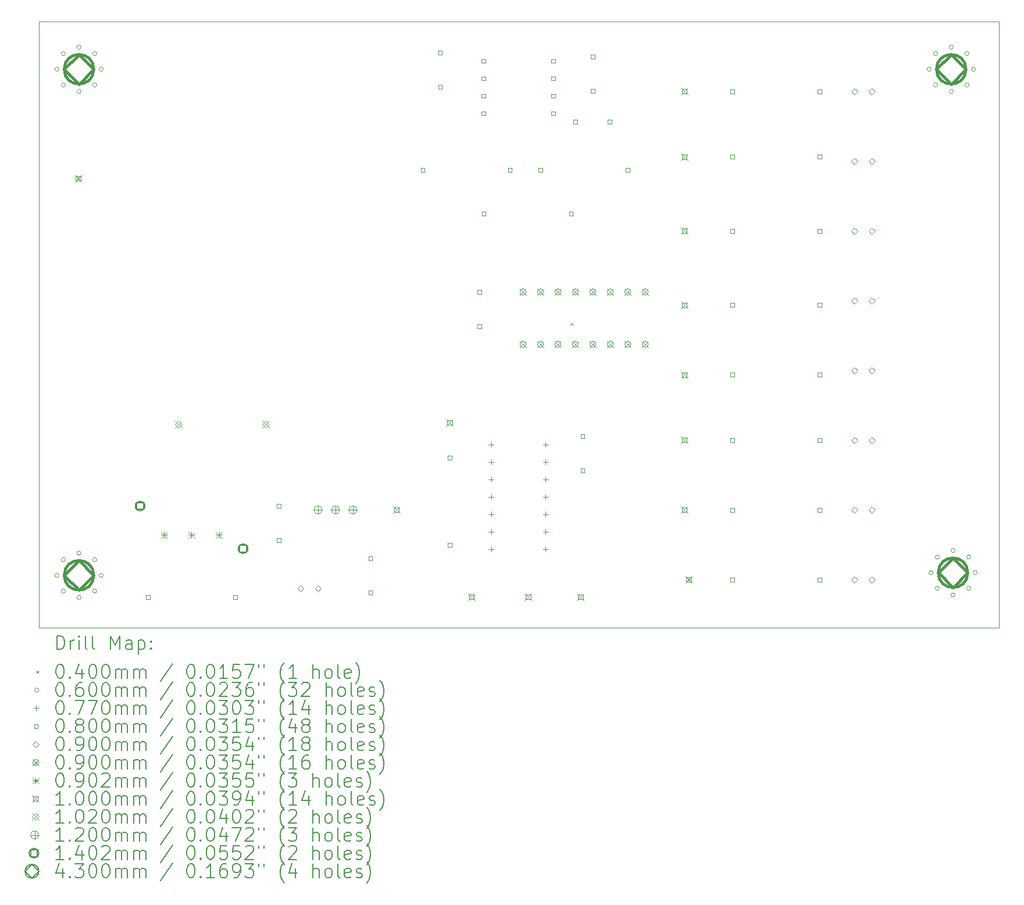
<source format=gbr>
%TF.GenerationSoftware,KiCad,Pcbnew,7.0.6*%
%TF.CreationDate,2024-11-05T16:24:24-08:00*%
%TF.ProjectId,LED-Driver,4c45442d-4472-4697-9665-722e6b696361,rev?*%
%TF.SameCoordinates,Original*%
%TF.FileFunction,Drillmap*%
%TF.FilePolarity,Positive*%
%FSLAX45Y45*%
G04 Gerber Fmt 4.5, Leading zero omitted, Abs format (unit mm)*
G04 Created by KiCad (PCBNEW 7.0.6) date 2024-11-05 16:24:24*
%MOMM*%
%LPD*%
G01*
G04 APERTURE LIST*
%ADD10C,0.100000*%
%ADD11C,0.200000*%
%ADD12C,0.040000*%
%ADD13C,0.060000*%
%ADD14C,0.077000*%
%ADD15C,0.080000*%
%ADD16C,0.090000*%
%ADD17C,0.090200*%
%ADD18C,0.102000*%
%ADD19C,0.120000*%
%ADD20C,0.140200*%
%ADD21C,0.430000*%
G04 APERTURE END LIST*
D10*
X21601584Y-4889500D02*
X21601584Y-13716000D01*
X7623084Y-13716000D02*
X7623084Y-4889500D01*
X7623084Y-4889500D02*
X21601584Y-4889500D01*
X21601584Y-13716000D02*
X7623084Y-13716000D01*
D11*
D12*
X15358920Y-9272720D02*
X15398920Y-9312720D01*
X15398920Y-9272720D02*
X15358920Y-9312720D01*
D13*
X7910580Y-5583000D02*
G75*
G03*
X7910580Y-5583000I-30000J0D01*
G01*
X7910580Y-12954000D02*
G75*
G03*
X7910580Y-12954000I-30000J0D01*
G01*
X8005038Y-5354958D02*
G75*
G03*
X8005038Y-5354958I-30000J0D01*
G01*
X8005038Y-5811042D02*
G75*
G03*
X8005038Y-5811042I-30000J0D01*
G01*
X8005038Y-12725958D02*
G75*
G03*
X8005038Y-12725958I-30000J0D01*
G01*
X8005038Y-13182042D02*
G75*
G03*
X8005038Y-13182042I-30000J0D01*
G01*
X8233080Y-5260500D02*
G75*
G03*
X8233080Y-5260500I-30000J0D01*
G01*
X8233080Y-5905500D02*
G75*
G03*
X8233080Y-5905500I-30000J0D01*
G01*
X8233080Y-12631500D02*
G75*
G03*
X8233080Y-12631500I-30000J0D01*
G01*
X8233080Y-13276500D02*
G75*
G03*
X8233080Y-13276500I-30000J0D01*
G01*
X8461122Y-5354958D02*
G75*
G03*
X8461122Y-5354958I-30000J0D01*
G01*
X8461122Y-5811042D02*
G75*
G03*
X8461122Y-5811042I-30000J0D01*
G01*
X8461122Y-12725958D02*
G75*
G03*
X8461122Y-12725958I-30000J0D01*
G01*
X8461122Y-13182042D02*
G75*
G03*
X8461122Y-13182042I-30000J0D01*
G01*
X8555580Y-5583000D02*
G75*
G03*
X8555580Y-5583000I-30000J0D01*
G01*
X8555580Y-12954000D02*
G75*
G03*
X8555580Y-12954000I-30000J0D01*
G01*
X20610580Y-5583000D02*
G75*
G03*
X20610580Y-5583000I-30000J0D01*
G01*
X20636540Y-12916460D02*
G75*
G03*
X20636540Y-12916460I-30000J0D01*
G01*
X20705038Y-5354958D02*
G75*
G03*
X20705038Y-5354958I-30000J0D01*
G01*
X20705038Y-5811042D02*
G75*
G03*
X20705038Y-5811042I-30000J0D01*
G01*
X20730998Y-12688418D02*
G75*
G03*
X20730998Y-12688418I-30000J0D01*
G01*
X20730998Y-13144502D02*
G75*
G03*
X20730998Y-13144502I-30000J0D01*
G01*
X20933080Y-5260500D02*
G75*
G03*
X20933080Y-5260500I-30000J0D01*
G01*
X20933080Y-5905500D02*
G75*
G03*
X20933080Y-5905500I-30000J0D01*
G01*
X20959040Y-12593960D02*
G75*
G03*
X20959040Y-12593960I-30000J0D01*
G01*
X20959040Y-13238960D02*
G75*
G03*
X20959040Y-13238960I-30000J0D01*
G01*
X21161122Y-5354958D02*
G75*
G03*
X21161122Y-5354958I-30000J0D01*
G01*
X21161122Y-5811042D02*
G75*
G03*
X21161122Y-5811042I-30000J0D01*
G01*
X21187082Y-12688418D02*
G75*
G03*
X21187082Y-12688418I-30000J0D01*
G01*
X21187082Y-13144502D02*
G75*
G03*
X21187082Y-13144502I-30000J0D01*
G01*
X21255580Y-5583000D02*
G75*
G03*
X21255580Y-5583000I-30000J0D01*
G01*
X21281540Y-12916460D02*
G75*
G03*
X21281540Y-12916460I-30000J0D01*
G01*
D14*
X14203580Y-11010500D02*
X14203580Y-11087500D01*
X14165080Y-11049000D02*
X14242080Y-11049000D01*
X14203580Y-11264500D02*
X14203580Y-11341500D01*
X14165080Y-11303000D02*
X14242080Y-11303000D01*
X14203580Y-11518500D02*
X14203580Y-11595500D01*
X14165080Y-11557000D02*
X14242080Y-11557000D01*
X14203580Y-11772500D02*
X14203580Y-11849500D01*
X14165080Y-11811000D02*
X14242080Y-11811000D01*
X14203580Y-12026500D02*
X14203580Y-12103500D01*
X14165080Y-12065000D02*
X14242080Y-12065000D01*
X14203580Y-12280500D02*
X14203580Y-12357500D01*
X14165080Y-12319000D02*
X14242080Y-12319000D01*
X14203580Y-12534500D02*
X14203580Y-12611500D01*
X14165080Y-12573000D02*
X14242080Y-12573000D01*
X14997580Y-11010500D02*
X14997580Y-11087500D01*
X14959080Y-11049000D02*
X15036080Y-11049000D01*
X14997580Y-11264500D02*
X14997580Y-11341500D01*
X14959080Y-11303000D02*
X15036080Y-11303000D01*
X14997580Y-11518500D02*
X14997580Y-11595500D01*
X14959080Y-11557000D02*
X15036080Y-11557000D01*
X14997580Y-11772500D02*
X14997580Y-11849500D01*
X14959080Y-11811000D02*
X15036080Y-11811000D01*
X14997580Y-12026500D02*
X14997580Y-12103500D01*
X14959080Y-12065000D02*
X15036080Y-12065000D01*
X14997580Y-12280500D02*
X14997580Y-12357500D01*
X14959080Y-12319000D02*
X15036080Y-12319000D01*
X14997580Y-12534500D02*
X14997580Y-12611500D01*
X14959080Y-12573000D02*
X15036080Y-12573000D01*
D15*
X9235785Y-13299784D02*
X9235785Y-13243215D01*
X9179216Y-13243215D01*
X9179216Y-13299784D01*
X9235785Y-13299784D01*
X10505785Y-13299784D02*
X10505785Y-13243215D01*
X10449216Y-13243215D01*
X10449216Y-13299784D01*
X10505785Y-13299784D01*
X11140785Y-11970284D02*
X11140785Y-11913715D01*
X11084216Y-11913715D01*
X11084216Y-11970284D01*
X11140785Y-11970284D01*
X11140785Y-12470284D02*
X11140785Y-12413715D01*
X11084216Y-12413715D01*
X11084216Y-12470284D01*
X11140785Y-12470284D01*
X12474284Y-12732284D02*
X12474284Y-12675715D01*
X12417715Y-12675715D01*
X12417715Y-12732284D01*
X12474284Y-12732284D01*
X12474284Y-13232284D02*
X12474284Y-13175715D01*
X12417715Y-13175715D01*
X12417715Y-13232284D01*
X12474284Y-13232284D01*
X13236284Y-7076784D02*
X13236284Y-7020215D01*
X13179715Y-7020215D01*
X13179715Y-7076784D01*
X13236284Y-7076784D01*
X13490284Y-5366285D02*
X13490284Y-5309716D01*
X13433715Y-5309716D01*
X13433715Y-5366285D01*
X13490284Y-5366285D01*
X13490284Y-5866284D02*
X13490284Y-5809715D01*
X13433715Y-5809715D01*
X13433715Y-5866284D01*
X13490284Y-5866284D01*
X13628864Y-11267784D02*
X13628864Y-11211215D01*
X13572295Y-11211215D01*
X13572295Y-11267784D01*
X13628864Y-11267784D01*
X13628864Y-12537784D02*
X13628864Y-12481215D01*
X13572295Y-12481215D01*
X13572295Y-12537784D01*
X13628864Y-12537784D01*
X14061784Y-8858785D02*
X14061784Y-8802216D01*
X14005215Y-8802216D01*
X14005215Y-8858785D01*
X14061784Y-8858785D01*
X14061784Y-9358785D02*
X14061784Y-9302216D01*
X14005215Y-9302216D01*
X14005215Y-9358785D01*
X14061784Y-9358785D01*
X14123284Y-5490285D02*
X14123284Y-5433716D01*
X14066715Y-5433716D01*
X14066715Y-5490285D01*
X14123284Y-5490285D01*
X14123284Y-5744284D02*
X14123284Y-5687715D01*
X14066715Y-5687715D01*
X14066715Y-5744284D01*
X14123284Y-5744284D01*
X14123284Y-5998284D02*
X14123284Y-5941715D01*
X14066715Y-5941715D01*
X14066715Y-5998284D01*
X14123284Y-5998284D01*
X14123284Y-6252284D02*
X14123284Y-6195715D01*
X14066715Y-6195715D01*
X14066715Y-6252284D01*
X14123284Y-6252284D01*
X14125284Y-7711784D02*
X14125284Y-7655215D01*
X14068715Y-7655215D01*
X14068715Y-7711784D01*
X14125284Y-7711784D01*
X14506284Y-7076784D02*
X14506284Y-7020215D01*
X14449715Y-7020215D01*
X14449715Y-7076784D01*
X14506284Y-7076784D01*
X14950784Y-7076784D02*
X14950784Y-7020215D01*
X14894215Y-7020215D01*
X14894215Y-7076784D01*
X14950784Y-7076784D01*
X15139284Y-5490285D02*
X15139284Y-5433716D01*
X15082715Y-5433716D01*
X15082715Y-5490285D01*
X15139284Y-5490285D01*
X15139284Y-5744284D02*
X15139284Y-5687715D01*
X15082715Y-5687715D01*
X15082715Y-5744284D01*
X15139284Y-5744284D01*
X15139284Y-5998284D02*
X15139284Y-5941715D01*
X15082715Y-5941715D01*
X15082715Y-5998284D01*
X15139284Y-5998284D01*
X15139284Y-6252284D02*
X15139284Y-6195715D01*
X15082715Y-6195715D01*
X15082715Y-6252284D01*
X15139284Y-6252284D01*
X15395284Y-7711784D02*
X15395284Y-7655215D01*
X15338715Y-7655215D01*
X15338715Y-7711784D01*
X15395284Y-7711784D01*
X15458784Y-6378284D02*
X15458784Y-6321715D01*
X15402215Y-6321715D01*
X15402215Y-6378284D01*
X15458784Y-6378284D01*
X15565364Y-10954285D02*
X15565364Y-10897716D01*
X15508795Y-10897716D01*
X15508795Y-10954285D01*
X15565364Y-10954285D01*
X15565364Y-11454284D02*
X15565364Y-11397715D01*
X15508795Y-11397715D01*
X15508795Y-11454284D01*
X15565364Y-11454284D01*
X15712784Y-5425785D02*
X15712784Y-5369216D01*
X15656215Y-5369216D01*
X15656215Y-5425785D01*
X15712784Y-5425785D01*
X15712784Y-5925784D02*
X15712784Y-5869215D01*
X15656215Y-5869215D01*
X15656215Y-5925784D01*
X15712784Y-5925784D01*
X15958784Y-6378284D02*
X15958784Y-6321715D01*
X15902215Y-6321715D01*
X15902215Y-6378284D01*
X15958784Y-6378284D01*
X16220784Y-7076784D02*
X16220784Y-7020215D01*
X16164215Y-7020215D01*
X16164215Y-7076784D01*
X16220784Y-7076784D01*
X17744785Y-5933784D02*
X17744785Y-5877215D01*
X17688216Y-5877215D01*
X17688216Y-5933784D01*
X17744785Y-5933784D01*
X17744785Y-6886284D02*
X17744785Y-6829715D01*
X17688216Y-6829715D01*
X17688216Y-6886284D01*
X17744785Y-6886284D01*
X17744785Y-7965784D02*
X17744785Y-7909215D01*
X17688216Y-7909215D01*
X17688216Y-7965784D01*
X17744785Y-7965784D01*
X17744785Y-9045285D02*
X17744785Y-8988716D01*
X17688216Y-8988716D01*
X17688216Y-9045285D01*
X17744785Y-9045285D01*
X17744785Y-10061285D02*
X17744785Y-10004716D01*
X17688216Y-10004716D01*
X17688216Y-10061285D01*
X17744785Y-10061285D01*
X17744785Y-11013785D02*
X17744785Y-10957216D01*
X17688216Y-10957216D01*
X17688216Y-11013785D01*
X17744785Y-11013785D01*
X17744785Y-12029784D02*
X17744785Y-11973215D01*
X17688216Y-11973215D01*
X17688216Y-12029784D01*
X17744785Y-12029784D01*
X17744785Y-13045784D02*
X17744785Y-12989215D01*
X17688216Y-12989215D01*
X17688216Y-13045784D01*
X17744785Y-13045784D01*
X19014785Y-5933784D02*
X19014785Y-5877215D01*
X18958216Y-5877215D01*
X18958216Y-5933784D01*
X19014785Y-5933784D01*
X19014785Y-6886284D02*
X19014785Y-6829715D01*
X18958216Y-6829715D01*
X18958216Y-6886284D01*
X19014785Y-6886284D01*
X19014785Y-7965784D02*
X19014785Y-7909215D01*
X18958216Y-7909215D01*
X18958216Y-7965784D01*
X19014785Y-7965784D01*
X19014785Y-9045285D02*
X19014785Y-8988716D01*
X18958216Y-8988716D01*
X18958216Y-9045285D01*
X19014785Y-9045285D01*
X19014785Y-10061285D02*
X19014785Y-10004716D01*
X18958216Y-10004716D01*
X18958216Y-10061285D01*
X19014785Y-10061285D01*
X19014785Y-11013785D02*
X19014785Y-10957216D01*
X18958216Y-10957216D01*
X18958216Y-11013785D01*
X19014785Y-11013785D01*
X19014785Y-12029784D02*
X19014785Y-11973215D01*
X18958216Y-11973215D01*
X18958216Y-12029784D01*
X19014785Y-12029784D01*
X19014785Y-13045784D02*
X19014785Y-12989215D01*
X18958216Y-12989215D01*
X18958216Y-13045784D01*
X19014785Y-13045784D01*
D16*
X11429500Y-13189500D02*
X11474500Y-13144500D01*
X11429500Y-13099500D01*
X11384500Y-13144500D01*
X11429500Y-13189500D01*
X11683500Y-13189500D02*
X11728500Y-13144500D01*
X11683500Y-13099500D01*
X11638500Y-13144500D01*
X11683500Y-13189500D01*
X19494000Y-5950500D02*
X19539000Y-5905500D01*
X19494000Y-5860500D01*
X19449000Y-5905500D01*
X19494000Y-5950500D01*
X19494000Y-10014500D02*
X19539000Y-9969500D01*
X19494000Y-9924500D01*
X19449000Y-9969500D01*
X19494000Y-10014500D01*
X19494000Y-12046500D02*
X19539000Y-12001500D01*
X19494000Y-11956500D01*
X19449000Y-12001500D01*
X19494000Y-12046500D01*
X19494500Y-6966500D02*
X19539500Y-6921500D01*
X19494500Y-6876500D01*
X19449500Y-6921500D01*
X19494500Y-6966500D01*
X19494500Y-7982500D02*
X19539500Y-7937500D01*
X19494500Y-7892500D01*
X19449500Y-7937500D01*
X19494500Y-7982500D01*
X19494500Y-8998500D02*
X19539500Y-8953500D01*
X19494500Y-8908500D01*
X19449500Y-8953500D01*
X19494500Y-8998500D01*
X19494500Y-11030500D02*
X19539500Y-10985500D01*
X19494500Y-10940500D01*
X19449500Y-10985500D01*
X19494500Y-11030500D01*
X19494500Y-13062500D02*
X19539500Y-13017500D01*
X19494500Y-12972500D01*
X19449500Y-13017500D01*
X19494500Y-13062500D01*
X19748000Y-5950500D02*
X19793000Y-5905500D01*
X19748000Y-5860500D01*
X19703000Y-5905500D01*
X19748000Y-5950500D01*
X19748000Y-10014500D02*
X19793000Y-9969500D01*
X19748000Y-9924500D01*
X19703000Y-9969500D01*
X19748000Y-10014500D01*
X19748000Y-12046500D02*
X19793000Y-12001500D01*
X19748000Y-11956500D01*
X19703000Y-12001500D01*
X19748000Y-12046500D01*
X19748500Y-6966500D02*
X19793500Y-6921500D01*
X19748500Y-6876500D01*
X19703500Y-6921500D01*
X19748500Y-6966500D01*
X19748500Y-7982500D02*
X19793500Y-7937500D01*
X19748500Y-7892500D01*
X19703500Y-7937500D01*
X19748500Y-7982500D01*
X19748500Y-8998500D02*
X19793500Y-8953500D01*
X19748500Y-8908500D01*
X19703500Y-8953500D01*
X19748500Y-8998500D01*
X19748500Y-11030500D02*
X19793500Y-10985500D01*
X19748500Y-10940500D01*
X19703500Y-10985500D01*
X19748500Y-11030500D01*
X19748500Y-13062500D02*
X19793500Y-13017500D01*
X19748500Y-12972500D01*
X19703500Y-13017500D01*
X19748500Y-13062500D01*
X14623500Y-8781500D02*
X14713500Y-8871500D01*
X14713500Y-8781500D02*
X14623500Y-8871500D01*
X14713500Y-8826500D02*
G75*
G03*
X14713500Y-8826500I-45000J0D01*
G01*
X14623500Y-9543500D02*
X14713500Y-9633500D01*
X14713500Y-9543500D02*
X14623500Y-9633500D01*
X14713500Y-9588500D02*
G75*
G03*
X14713500Y-9588500I-45000J0D01*
G01*
X14877500Y-8781500D02*
X14967500Y-8871500D01*
X14967500Y-8781500D02*
X14877500Y-8871500D01*
X14967500Y-8826500D02*
G75*
G03*
X14967500Y-8826500I-45000J0D01*
G01*
X14877500Y-9543500D02*
X14967500Y-9633500D01*
X14967500Y-9543500D02*
X14877500Y-9633500D01*
X14967500Y-9588500D02*
G75*
G03*
X14967500Y-9588500I-45000J0D01*
G01*
X15131500Y-8781500D02*
X15221500Y-8871500D01*
X15221500Y-8781500D02*
X15131500Y-8871500D01*
X15221500Y-8826500D02*
G75*
G03*
X15221500Y-8826500I-45000J0D01*
G01*
X15131500Y-9543500D02*
X15221500Y-9633500D01*
X15221500Y-9543500D02*
X15131500Y-9633500D01*
X15221500Y-9588500D02*
G75*
G03*
X15221500Y-9588500I-45000J0D01*
G01*
X15385500Y-8781500D02*
X15475500Y-8871500D01*
X15475500Y-8781500D02*
X15385500Y-8871500D01*
X15475500Y-8826500D02*
G75*
G03*
X15475500Y-8826500I-45000J0D01*
G01*
X15385500Y-9543500D02*
X15475500Y-9633500D01*
X15475500Y-9543500D02*
X15385500Y-9633500D01*
X15475500Y-9588500D02*
G75*
G03*
X15475500Y-9588500I-45000J0D01*
G01*
X15639500Y-8781500D02*
X15729500Y-8871500D01*
X15729500Y-8781500D02*
X15639500Y-8871500D01*
X15729500Y-8826500D02*
G75*
G03*
X15729500Y-8826500I-45000J0D01*
G01*
X15639500Y-9543500D02*
X15729500Y-9633500D01*
X15729500Y-9543500D02*
X15639500Y-9633500D01*
X15729500Y-9588500D02*
G75*
G03*
X15729500Y-9588500I-45000J0D01*
G01*
X15893500Y-8781500D02*
X15983500Y-8871500D01*
X15983500Y-8781500D02*
X15893500Y-8871500D01*
X15983500Y-8826500D02*
G75*
G03*
X15983500Y-8826500I-45000J0D01*
G01*
X15893500Y-9543500D02*
X15983500Y-9633500D01*
X15983500Y-9543500D02*
X15893500Y-9633500D01*
X15983500Y-9588500D02*
G75*
G03*
X15983500Y-9588500I-45000J0D01*
G01*
X16147500Y-8781500D02*
X16237500Y-8871500D01*
X16237500Y-8781500D02*
X16147500Y-8871500D01*
X16237500Y-8826500D02*
G75*
G03*
X16237500Y-8826500I-45000J0D01*
G01*
X16147500Y-9543500D02*
X16237500Y-9633500D01*
X16237500Y-9543500D02*
X16147500Y-9633500D01*
X16237500Y-9588500D02*
G75*
G03*
X16237500Y-9588500I-45000J0D01*
G01*
X16401500Y-8781500D02*
X16491500Y-8871500D01*
X16491500Y-8781500D02*
X16401500Y-8871500D01*
X16491500Y-8826500D02*
G75*
G03*
X16491500Y-8826500I-45000J0D01*
G01*
X16401500Y-9543500D02*
X16491500Y-9633500D01*
X16491500Y-9543500D02*
X16401500Y-9633500D01*
X16491500Y-9588500D02*
G75*
G03*
X16491500Y-9588500I-45000J0D01*
G01*
D17*
X9397400Y-12320400D02*
X9487600Y-12410600D01*
X9487600Y-12320400D02*
X9397400Y-12410600D01*
X9442500Y-12320400D02*
X9442500Y-12410600D01*
X9397400Y-12365500D02*
X9487600Y-12365500D01*
X9797400Y-12320400D02*
X9887600Y-12410600D01*
X9887600Y-12320400D02*
X9797400Y-12410600D01*
X9842500Y-12320400D02*
X9842500Y-12410600D01*
X9797400Y-12365500D02*
X9887600Y-12365500D01*
X10197400Y-12320400D02*
X10287600Y-12410600D01*
X10287600Y-12320400D02*
X10197400Y-12410600D01*
X10242500Y-12320400D02*
X10242500Y-12410600D01*
X10197400Y-12365500D02*
X10287600Y-12365500D01*
D10*
X8141500Y-7125500D02*
X8241500Y-7225500D01*
X8241500Y-7125500D02*
X8141500Y-7225500D01*
X8226856Y-7210856D02*
X8226856Y-7140144D01*
X8156144Y-7140144D01*
X8156144Y-7210856D01*
X8226856Y-7210856D01*
X12777000Y-11951500D02*
X12877000Y-12051500D01*
X12877000Y-11951500D02*
X12777000Y-12051500D01*
X12862356Y-12036856D02*
X12862356Y-11966144D01*
X12791644Y-11966144D01*
X12791644Y-12036856D01*
X12862356Y-12036856D01*
X13550580Y-10681500D02*
X13650580Y-10781500D01*
X13650580Y-10681500D02*
X13550580Y-10781500D01*
X13635936Y-10766856D02*
X13635936Y-10696144D01*
X13565224Y-10696144D01*
X13565224Y-10766856D01*
X13635936Y-10766856D01*
X13868080Y-13221500D02*
X13968080Y-13321500D01*
X13968080Y-13221500D02*
X13868080Y-13321500D01*
X13953436Y-13306856D02*
X13953436Y-13236144D01*
X13882724Y-13236144D01*
X13882724Y-13306856D01*
X13953436Y-13306856D01*
X14693580Y-13221500D02*
X14793580Y-13321500D01*
X14793580Y-13221500D02*
X14693580Y-13321500D01*
X14778936Y-13306856D02*
X14778936Y-13236144D01*
X14708224Y-13236144D01*
X14708224Y-13306856D01*
X14778936Y-13306856D01*
X15455580Y-13221500D02*
X15555580Y-13321500D01*
X15555580Y-13221500D02*
X15455580Y-13321500D01*
X15540936Y-13306856D02*
X15540936Y-13236144D01*
X15470224Y-13236144D01*
X15470224Y-13306856D01*
X15540936Y-13306856D01*
X16968000Y-5855500D02*
X17068000Y-5955500D01*
X17068000Y-5855500D02*
X16968000Y-5955500D01*
X17053356Y-5940856D02*
X17053356Y-5870144D01*
X16982644Y-5870144D01*
X16982644Y-5940856D01*
X17053356Y-5940856D01*
X16968000Y-6808000D02*
X17068000Y-6908000D01*
X17068000Y-6808000D02*
X16968000Y-6908000D01*
X17053356Y-6893356D02*
X17053356Y-6822644D01*
X16982644Y-6822644D01*
X16982644Y-6893356D01*
X17053356Y-6893356D01*
X16968000Y-7887500D02*
X17068000Y-7987500D01*
X17068000Y-7887500D02*
X16968000Y-7987500D01*
X17053356Y-7972856D02*
X17053356Y-7902144D01*
X16982644Y-7902144D01*
X16982644Y-7972856D01*
X17053356Y-7972856D01*
X16968000Y-8967000D02*
X17068000Y-9067000D01*
X17068000Y-8967000D02*
X16968000Y-9067000D01*
X17053356Y-9052356D02*
X17053356Y-8981644D01*
X16982644Y-8981644D01*
X16982644Y-9052356D01*
X17053356Y-9052356D01*
X16968000Y-9983000D02*
X17068000Y-10083000D01*
X17068000Y-9983000D02*
X16968000Y-10083000D01*
X17053356Y-10068356D02*
X17053356Y-9997644D01*
X16982644Y-9997644D01*
X16982644Y-10068356D01*
X17053356Y-10068356D01*
X16968000Y-10935500D02*
X17068000Y-11035500D01*
X17068000Y-10935500D02*
X16968000Y-11035500D01*
X17053356Y-11020856D02*
X17053356Y-10950144D01*
X16982644Y-10950144D01*
X16982644Y-11020856D01*
X17053356Y-11020856D01*
X16968000Y-11951500D02*
X17068000Y-12051500D01*
X17068000Y-11951500D02*
X16968000Y-12051500D01*
X17053356Y-12036856D02*
X17053356Y-11966144D01*
X16982644Y-11966144D01*
X16982644Y-12036856D01*
X17053356Y-12036856D01*
X17031500Y-12967500D02*
X17131500Y-13067500D01*
X17131500Y-12967500D02*
X17031500Y-13067500D01*
X17116856Y-13052856D02*
X17116856Y-12982144D01*
X17046144Y-12982144D01*
X17046144Y-13052856D01*
X17116856Y-13052856D01*
D18*
X9601000Y-10703000D02*
X9703000Y-10805000D01*
X9703000Y-10703000D02*
X9601000Y-10805000D01*
X9652000Y-10805000D02*
X9703000Y-10754000D01*
X9652000Y-10703000D01*
X9601000Y-10754000D01*
X9652000Y-10805000D01*
X10871000Y-10703000D02*
X10973000Y-10805000D01*
X10973000Y-10703000D02*
X10871000Y-10805000D01*
X10922000Y-10805000D02*
X10973000Y-10754000D01*
X10922000Y-10703000D01*
X10871000Y-10754000D01*
X10922000Y-10805000D01*
D19*
X11684000Y-11941500D02*
X11684000Y-12061500D01*
X11624000Y-12001500D02*
X11744000Y-12001500D01*
X11744000Y-12001500D02*
G75*
G03*
X11744000Y-12001500I-60000J0D01*
G01*
X11938000Y-11941500D02*
X11938000Y-12061500D01*
X11878000Y-12001500D02*
X11998000Y-12001500D01*
X11998000Y-12001500D02*
G75*
G03*
X11998000Y-12001500I-60000J0D01*
G01*
X12192000Y-11941500D02*
X12192000Y-12061500D01*
X12132000Y-12001500D02*
X12252000Y-12001500D01*
X12252000Y-12001500D02*
G75*
G03*
X12252000Y-12001500I-60000J0D01*
G01*
D20*
X9142069Y-11995069D02*
X9142069Y-11895931D01*
X9042931Y-11895931D01*
X9042931Y-11995069D01*
X9142069Y-11995069D01*
X9162600Y-11945500D02*
G75*
G03*
X9162600Y-11945500I-70100J0D01*
G01*
X10642069Y-12615069D02*
X10642069Y-12515931D01*
X10542931Y-12515931D01*
X10542931Y-12615069D01*
X10642069Y-12615069D01*
X10662600Y-12565500D02*
G75*
G03*
X10662600Y-12565500I-70100J0D01*
G01*
D21*
X8203080Y-5798000D02*
X8418080Y-5583000D01*
X8203080Y-5368000D01*
X7988080Y-5583000D01*
X8203080Y-5798000D01*
X8418080Y-5583000D02*
G75*
G03*
X8418080Y-5583000I-215000J0D01*
G01*
X8203080Y-13169000D02*
X8418080Y-12954000D01*
X8203080Y-12739000D01*
X7988080Y-12954000D01*
X8203080Y-13169000D01*
X8418080Y-12954000D02*
G75*
G03*
X8418080Y-12954000I-215000J0D01*
G01*
X20903080Y-5798000D02*
X21118080Y-5583000D01*
X20903080Y-5368000D01*
X20688080Y-5583000D01*
X20903080Y-5798000D01*
X21118080Y-5583000D02*
G75*
G03*
X21118080Y-5583000I-215000J0D01*
G01*
X20929040Y-13131460D02*
X21144040Y-12916460D01*
X20929040Y-12701460D01*
X20714040Y-12916460D01*
X20929040Y-13131460D01*
X21144040Y-12916460D02*
G75*
G03*
X21144040Y-12916460I-215000J0D01*
G01*
D11*
X7878861Y-14032484D02*
X7878861Y-13832484D01*
X7878861Y-13832484D02*
X7926480Y-13832484D01*
X7926480Y-13832484D02*
X7955051Y-13842008D01*
X7955051Y-13842008D02*
X7974099Y-13861055D01*
X7974099Y-13861055D02*
X7983622Y-13880103D01*
X7983622Y-13880103D02*
X7993146Y-13918198D01*
X7993146Y-13918198D02*
X7993146Y-13946769D01*
X7993146Y-13946769D02*
X7983622Y-13984865D01*
X7983622Y-13984865D02*
X7974099Y-14003912D01*
X7974099Y-14003912D02*
X7955051Y-14022960D01*
X7955051Y-14022960D02*
X7926480Y-14032484D01*
X7926480Y-14032484D02*
X7878861Y-14032484D01*
X8078861Y-14032484D02*
X8078861Y-13899150D01*
X8078861Y-13937246D02*
X8088384Y-13918198D01*
X8088384Y-13918198D02*
X8097908Y-13908674D01*
X8097908Y-13908674D02*
X8116956Y-13899150D01*
X8116956Y-13899150D02*
X8136003Y-13899150D01*
X8202670Y-14032484D02*
X8202670Y-13899150D01*
X8202670Y-13832484D02*
X8193146Y-13842008D01*
X8193146Y-13842008D02*
X8202670Y-13851531D01*
X8202670Y-13851531D02*
X8212194Y-13842008D01*
X8212194Y-13842008D02*
X8202670Y-13832484D01*
X8202670Y-13832484D02*
X8202670Y-13851531D01*
X8326480Y-14032484D02*
X8307432Y-14022960D01*
X8307432Y-14022960D02*
X8297908Y-14003912D01*
X8297908Y-14003912D02*
X8297908Y-13832484D01*
X8431242Y-14032484D02*
X8412194Y-14022960D01*
X8412194Y-14022960D02*
X8402670Y-14003912D01*
X8402670Y-14003912D02*
X8402670Y-13832484D01*
X8659813Y-14032484D02*
X8659813Y-13832484D01*
X8659813Y-13832484D02*
X8726480Y-13975341D01*
X8726480Y-13975341D02*
X8793146Y-13832484D01*
X8793146Y-13832484D02*
X8793146Y-14032484D01*
X8974099Y-14032484D02*
X8974099Y-13927722D01*
X8974099Y-13927722D02*
X8964575Y-13908674D01*
X8964575Y-13908674D02*
X8945527Y-13899150D01*
X8945527Y-13899150D02*
X8907432Y-13899150D01*
X8907432Y-13899150D02*
X8888384Y-13908674D01*
X8974099Y-14022960D02*
X8955051Y-14032484D01*
X8955051Y-14032484D02*
X8907432Y-14032484D01*
X8907432Y-14032484D02*
X8888384Y-14022960D01*
X8888384Y-14022960D02*
X8878861Y-14003912D01*
X8878861Y-14003912D02*
X8878861Y-13984865D01*
X8878861Y-13984865D02*
X8888384Y-13965817D01*
X8888384Y-13965817D02*
X8907432Y-13956293D01*
X8907432Y-13956293D02*
X8955051Y-13956293D01*
X8955051Y-13956293D02*
X8974099Y-13946769D01*
X9069337Y-13899150D02*
X9069337Y-14099150D01*
X9069337Y-13908674D02*
X9088384Y-13899150D01*
X9088384Y-13899150D02*
X9126480Y-13899150D01*
X9126480Y-13899150D02*
X9145527Y-13908674D01*
X9145527Y-13908674D02*
X9155051Y-13918198D01*
X9155051Y-13918198D02*
X9164575Y-13937246D01*
X9164575Y-13937246D02*
X9164575Y-13994388D01*
X9164575Y-13994388D02*
X9155051Y-14013436D01*
X9155051Y-14013436D02*
X9145527Y-14022960D01*
X9145527Y-14022960D02*
X9126480Y-14032484D01*
X9126480Y-14032484D02*
X9088384Y-14032484D01*
X9088384Y-14032484D02*
X9069337Y-14022960D01*
X9250289Y-14013436D02*
X9259813Y-14022960D01*
X9259813Y-14022960D02*
X9250289Y-14032484D01*
X9250289Y-14032484D02*
X9240765Y-14022960D01*
X9240765Y-14022960D02*
X9250289Y-14013436D01*
X9250289Y-14013436D02*
X9250289Y-14032484D01*
X9250289Y-13908674D02*
X9259813Y-13918198D01*
X9259813Y-13918198D02*
X9250289Y-13927722D01*
X9250289Y-13927722D02*
X9240765Y-13918198D01*
X9240765Y-13918198D02*
X9250289Y-13908674D01*
X9250289Y-13908674D02*
X9250289Y-13927722D01*
D12*
X7578084Y-14341000D02*
X7618084Y-14381000D01*
X7618084Y-14341000D02*
X7578084Y-14381000D01*
D11*
X7916956Y-14252484D02*
X7936003Y-14252484D01*
X7936003Y-14252484D02*
X7955051Y-14262008D01*
X7955051Y-14262008D02*
X7964575Y-14271531D01*
X7964575Y-14271531D02*
X7974099Y-14290579D01*
X7974099Y-14290579D02*
X7983622Y-14328674D01*
X7983622Y-14328674D02*
X7983622Y-14376293D01*
X7983622Y-14376293D02*
X7974099Y-14414388D01*
X7974099Y-14414388D02*
X7964575Y-14433436D01*
X7964575Y-14433436D02*
X7955051Y-14442960D01*
X7955051Y-14442960D02*
X7936003Y-14452484D01*
X7936003Y-14452484D02*
X7916956Y-14452484D01*
X7916956Y-14452484D02*
X7897908Y-14442960D01*
X7897908Y-14442960D02*
X7888384Y-14433436D01*
X7888384Y-14433436D02*
X7878861Y-14414388D01*
X7878861Y-14414388D02*
X7869337Y-14376293D01*
X7869337Y-14376293D02*
X7869337Y-14328674D01*
X7869337Y-14328674D02*
X7878861Y-14290579D01*
X7878861Y-14290579D02*
X7888384Y-14271531D01*
X7888384Y-14271531D02*
X7897908Y-14262008D01*
X7897908Y-14262008D02*
X7916956Y-14252484D01*
X8069337Y-14433436D02*
X8078861Y-14442960D01*
X8078861Y-14442960D02*
X8069337Y-14452484D01*
X8069337Y-14452484D02*
X8059813Y-14442960D01*
X8059813Y-14442960D02*
X8069337Y-14433436D01*
X8069337Y-14433436D02*
X8069337Y-14452484D01*
X8250289Y-14319150D02*
X8250289Y-14452484D01*
X8202670Y-14242960D02*
X8155051Y-14385817D01*
X8155051Y-14385817D02*
X8278861Y-14385817D01*
X8393146Y-14252484D02*
X8412194Y-14252484D01*
X8412194Y-14252484D02*
X8431242Y-14262008D01*
X8431242Y-14262008D02*
X8440765Y-14271531D01*
X8440765Y-14271531D02*
X8450289Y-14290579D01*
X8450289Y-14290579D02*
X8459813Y-14328674D01*
X8459813Y-14328674D02*
X8459813Y-14376293D01*
X8459813Y-14376293D02*
X8450289Y-14414388D01*
X8450289Y-14414388D02*
X8440765Y-14433436D01*
X8440765Y-14433436D02*
X8431242Y-14442960D01*
X8431242Y-14442960D02*
X8412194Y-14452484D01*
X8412194Y-14452484D02*
X8393146Y-14452484D01*
X8393146Y-14452484D02*
X8374099Y-14442960D01*
X8374099Y-14442960D02*
X8364575Y-14433436D01*
X8364575Y-14433436D02*
X8355051Y-14414388D01*
X8355051Y-14414388D02*
X8345527Y-14376293D01*
X8345527Y-14376293D02*
X8345527Y-14328674D01*
X8345527Y-14328674D02*
X8355051Y-14290579D01*
X8355051Y-14290579D02*
X8364575Y-14271531D01*
X8364575Y-14271531D02*
X8374099Y-14262008D01*
X8374099Y-14262008D02*
X8393146Y-14252484D01*
X8583623Y-14252484D02*
X8602670Y-14252484D01*
X8602670Y-14252484D02*
X8621718Y-14262008D01*
X8621718Y-14262008D02*
X8631242Y-14271531D01*
X8631242Y-14271531D02*
X8640765Y-14290579D01*
X8640765Y-14290579D02*
X8650289Y-14328674D01*
X8650289Y-14328674D02*
X8650289Y-14376293D01*
X8650289Y-14376293D02*
X8640765Y-14414388D01*
X8640765Y-14414388D02*
X8631242Y-14433436D01*
X8631242Y-14433436D02*
X8621718Y-14442960D01*
X8621718Y-14442960D02*
X8602670Y-14452484D01*
X8602670Y-14452484D02*
X8583623Y-14452484D01*
X8583623Y-14452484D02*
X8564575Y-14442960D01*
X8564575Y-14442960D02*
X8555051Y-14433436D01*
X8555051Y-14433436D02*
X8545527Y-14414388D01*
X8545527Y-14414388D02*
X8536004Y-14376293D01*
X8536004Y-14376293D02*
X8536004Y-14328674D01*
X8536004Y-14328674D02*
X8545527Y-14290579D01*
X8545527Y-14290579D02*
X8555051Y-14271531D01*
X8555051Y-14271531D02*
X8564575Y-14262008D01*
X8564575Y-14262008D02*
X8583623Y-14252484D01*
X8736004Y-14452484D02*
X8736004Y-14319150D01*
X8736004Y-14338198D02*
X8745527Y-14328674D01*
X8745527Y-14328674D02*
X8764575Y-14319150D01*
X8764575Y-14319150D02*
X8793146Y-14319150D01*
X8793146Y-14319150D02*
X8812194Y-14328674D01*
X8812194Y-14328674D02*
X8821718Y-14347722D01*
X8821718Y-14347722D02*
X8821718Y-14452484D01*
X8821718Y-14347722D02*
X8831242Y-14328674D01*
X8831242Y-14328674D02*
X8850289Y-14319150D01*
X8850289Y-14319150D02*
X8878861Y-14319150D01*
X8878861Y-14319150D02*
X8897908Y-14328674D01*
X8897908Y-14328674D02*
X8907432Y-14347722D01*
X8907432Y-14347722D02*
X8907432Y-14452484D01*
X9002670Y-14452484D02*
X9002670Y-14319150D01*
X9002670Y-14338198D02*
X9012194Y-14328674D01*
X9012194Y-14328674D02*
X9031242Y-14319150D01*
X9031242Y-14319150D02*
X9059813Y-14319150D01*
X9059813Y-14319150D02*
X9078861Y-14328674D01*
X9078861Y-14328674D02*
X9088385Y-14347722D01*
X9088385Y-14347722D02*
X9088385Y-14452484D01*
X9088385Y-14347722D02*
X9097908Y-14328674D01*
X9097908Y-14328674D02*
X9116956Y-14319150D01*
X9116956Y-14319150D02*
X9145527Y-14319150D01*
X9145527Y-14319150D02*
X9164575Y-14328674D01*
X9164575Y-14328674D02*
X9174099Y-14347722D01*
X9174099Y-14347722D02*
X9174099Y-14452484D01*
X9564575Y-14242960D02*
X9393147Y-14500103D01*
X9821718Y-14252484D02*
X9840766Y-14252484D01*
X9840766Y-14252484D02*
X9859813Y-14262008D01*
X9859813Y-14262008D02*
X9869337Y-14271531D01*
X9869337Y-14271531D02*
X9878861Y-14290579D01*
X9878861Y-14290579D02*
X9888385Y-14328674D01*
X9888385Y-14328674D02*
X9888385Y-14376293D01*
X9888385Y-14376293D02*
X9878861Y-14414388D01*
X9878861Y-14414388D02*
X9869337Y-14433436D01*
X9869337Y-14433436D02*
X9859813Y-14442960D01*
X9859813Y-14442960D02*
X9840766Y-14452484D01*
X9840766Y-14452484D02*
X9821718Y-14452484D01*
X9821718Y-14452484D02*
X9802670Y-14442960D01*
X9802670Y-14442960D02*
X9793147Y-14433436D01*
X9793147Y-14433436D02*
X9783623Y-14414388D01*
X9783623Y-14414388D02*
X9774099Y-14376293D01*
X9774099Y-14376293D02*
X9774099Y-14328674D01*
X9774099Y-14328674D02*
X9783623Y-14290579D01*
X9783623Y-14290579D02*
X9793147Y-14271531D01*
X9793147Y-14271531D02*
X9802670Y-14262008D01*
X9802670Y-14262008D02*
X9821718Y-14252484D01*
X9974099Y-14433436D02*
X9983623Y-14442960D01*
X9983623Y-14442960D02*
X9974099Y-14452484D01*
X9974099Y-14452484D02*
X9964575Y-14442960D01*
X9964575Y-14442960D02*
X9974099Y-14433436D01*
X9974099Y-14433436D02*
X9974099Y-14452484D01*
X10107432Y-14252484D02*
X10126480Y-14252484D01*
X10126480Y-14252484D02*
X10145528Y-14262008D01*
X10145528Y-14262008D02*
X10155051Y-14271531D01*
X10155051Y-14271531D02*
X10164575Y-14290579D01*
X10164575Y-14290579D02*
X10174099Y-14328674D01*
X10174099Y-14328674D02*
X10174099Y-14376293D01*
X10174099Y-14376293D02*
X10164575Y-14414388D01*
X10164575Y-14414388D02*
X10155051Y-14433436D01*
X10155051Y-14433436D02*
X10145528Y-14442960D01*
X10145528Y-14442960D02*
X10126480Y-14452484D01*
X10126480Y-14452484D02*
X10107432Y-14452484D01*
X10107432Y-14452484D02*
X10088385Y-14442960D01*
X10088385Y-14442960D02*
X10078861Y-14433436D01*
X10078861Y-14433436D02*
X10069337Y-14414388D01*
X10069337Y-14414388D02*
X10059813Y-14376293D01*
X10059813Y-14376293D02*
X10059813Y-14328674D01*
X10059813Y-14328674D02*
X10069337Y-14290579D01*
X10069337Y-14290579D02*
X10078861Y-14271531D01*
X10078861Y-14271531D02*
X10088385Y-14262008D01*
X10088385Y-14262008D02*
X10107432Y-14252484D01*
X10364575Y-14452484D02*
X10250289Y-14452484D01*
X10307432Y-14452484D02*
X10307432Y-14252484D01*
X10307432Y-14252484D02*
X10288385Y-14281055D01*
X10288385Y-14281055D02*
X10269337Y-14300103D01*
X10269337Y-14300103D02*
X10250289Y-14309627D01*
X10545528Y-14252484D02*
X10450289Y-14252484D01*
X10450289Y-14252484D02*
X10440766Y-14347722D01*
X10440766Y-14347722D02*
X10450289Y-14338198D01*
X10450289Y-14338198D02*
X10469337Y-14328674D01*
X10469337Y-14328674D02*
X10516956Y-14328674D01*
X10516956Y-14328674D02*
X10536004Y-14338198D01*
X10536004Y-14338198D02*
X10545528Y-14347722D01*
X10545528Y-14347722D02*
X10555051Y-14366769D01*
X10555051Y-14366769D02*
X10555051Y-14414388D01*
X10555051Y-14414388D02*
X10545528Y-14433436D01*
X10545528Y-14433436D02*
X10536004Y-14442960D01*
X10536004Y-14442960D02*
X10516956Y-14452484D01*
X10516956Y-14452484D02*
X10469337Y-14452484D01*
X10469337Y-14452484D02*
X10450289Y-14442960D01*
X10450289Y-14442960D02*
X10440766Y-14433436D01*
X10621718Y-14252484D02*
X10755051Y-14252484D01*
X10755051Y-14252484D02*
X10669337Y-14452484D01*
X10821718Y-14252484D02*
X10821718Y-14290579D01*
X10897909Y-14252484D02*
X10897909Y-14290579D01*
X11193147Y-14528674D02*
X11183623Y-14519150D01*
X11183623Y-14519150D02*
X11164575Y-14490579D01*
X11164575Y-14490579D02*
X11155051Y-14471531D01*
X11155051Y-14471531D02*
X11145528Y-14442960D01*
X11145528Y-14442960D02*
X11136004Y-14395341D01*
X11136004Y-14395341D02*
X11136004Y-14357246D01*
X11136004Y-14357246D02*
X11145528Y-14309627D01*
X11145528Y-14309627D02*
X11155051Y-14281055D01*
X11155051Y-14281055D02*
X11164575Y-14262008D01*
X11164575Y-14262008D02*
X11183623Y-14233436D01*
X11183623Y-14233436D02*
X11193147Y-14223912D01*
X11374099Y-14452484D02*
X11259813Y-14452484D01*
X11316956Y-14452484D02*
X11316956Y-14252484D01*
X11316956Y-14252484D02*
X11297908Y-14281055D01*
X11297908Y-14281055D02*
X11278861Y-14300103D01*
X11278861Y-14300103D02*
X11259813Y-14309627D01*
X11612194Y-14452484D02*
X11612194Y-14252484D01*
X11697909Y-14452484D02*
X11697909Y-14347722D01*
X11697909Y-14347722D02*
X11688385Y-14328674D01*
X11688385Y-14328674D02*
X11669337Y-14319150D01*
X11669337Y-14319150D02*
X11640766Y-14319150D01*
X11640766Y-14319150D02*
X11621718Y-14328674D01*
X11621718Y-14328674D02*
X11612194Y-14338198D01*
X11821718Y-14452484D02*
X11802670Y-14442960D01*
X11802670Y-14442960D02*
X11793147Y-14433436D01*
X11793147Y-14433436D02*
X11783623Y-14414388D01*
X11783623Y-14414388D02*
X11783623Y-14357246D01*
X11783623Y-14357246D02*
X11793147Y-14338198D01*
X11793147Y-14338198D02*
X11802670Y-14328674D01*
X11802670Y-14328674D02*
X11821718Y-14319150D01*
X11821718Y-14319150D02*
X11850290Y-14319150D01*
X11850290Y-14319150D02*
X11869337Y-14328674D01*
X11869337Y-14328674D02*
X11878861Y-14338198D01*
X11878861Y-14338198D02*
X11888385Y-14357246D01*
X11888385Y-14357246D02*
X11888385Y-14414388D01*
X11888385Y-14414388D02*
X11878861Y-14433436D01*
X11878861Y-14433436D02*
X11869337Y-14442960D01*
X11869337Y-14442960D02*
X11850290Y-14452484D01*
X11850290Y-14452484D02*
X11821718Y-14452484D01*
X12002670Y-14452484D02*
X11983623Y-14442960D01*
X11983623Y-14442960D02*
X11974099Y-14423912D01*
X11974099Y-14423912D02*
X11974099Y-14252484D01*
X12155051Y-14442960D02*
X12136004Y-14452484D01*
X12136004Y-14452484D02*
X12097909Y-14452484D01*
X12097909Y-14452484D02*
X12078861Y-14442960D01*
X12078861Y-14442960D02*
X12069337Y-14423912D01*
X12069337Y-14423912D02*
X12069337Y-14347722D01*
X12069337Y-14347722D02*
X12078861Y-14328674D01*
X12078861Y-14328674D02*
X12097909Y-14319150D01*
X12097909Y-14319150D02*
X12136004Y-14319150D01*
X12136004Y-14319150D02*
X12155051Y-14328674D01*
X12155051Y-14328674D02*
X12164575Y-14347722D01*
X12164575Y-14347722D02*
X12164575Y-14366769D01*
X12164575Y-14366769D02*
X12069337Y-14385817D01*
X12231242Y-14528674D02*
X12240766Y-14519150D01*
X12240766Y-14519150D02*
X12259813Y-14490579D01*
X12259813Y-14490579D02*
X12269337Y-14471531D01*
X12269337Y-14471531D02*
X12278861Y-14442960D01*
X12278861Y-14442960D02*
X12288385Y-14395341D01*
X12288385Y-14395341D02*
X12288385Y-14357246D01*
X12288385Y-14357246D02*
X12278861Y-14309627D01*
X12278861Y-14309627D02*
X12269337Y-14281055D01*
X12269337Y-14281055D02*
X12259813Y-14262008D01*
X12259813Y-14262008D02*
X12240766Y-14233436D01*
X12240766Y-14233436D02*
X12231242Y-14223912D01*
D13*
X7618084Y-14625000D02*
G75*
G03*
X7618084Y-14625000I-30000J0D01*
G01*
D11*
X7916956Y-14516484D02*
X7936003Y-14516484D01*
X7936003Y-14516484D02*
X7955051Y-14526008D01*
X7955051Y-14526008D02*
X7964575Y-14535531D01*
X7964575Y-14535531D02*
X7974099Y-14554579D01*
X7974099Y-14554579D02*
X7983622Y-14592674D01*
X7983622Y-14592674D02*
X7983622Y-14640293D01*
X7983622Y-14640293D02*
X7974099Y-14678388D01*
X7974099Y-14678388D02*
X7964575Y-14697436D01*
X7964575Y-14697436D02*
X7955051Y-14706960D01*
X7955051Y-14706960D02*
X7936003Y-14716484D01*
X7936003Y-14716484D02*
X7916956Y-14716484D01*
X7916956Y-14716484D02*
X7897908Y-14706960D01*
X7897908Y-14706960D02*
X7888384Y-14697436D01*
X7888384Y-14697436D02*
X7878861Y-14678388D01*
X7878861Y-14678388D02*
X7869337Y-14640293D01*
X7869337Y-14640293D02*
X7869337Y-14592674D01*
X7869337Y-14592674D02*
X7878861Y-14554579D01*
X7878861Y-14554579D02*
X7888384Y-14535531D01*
X7888384Y-14535531D02*
X7897908Y-14526008D01*
X7897908Y-14526008D02*
X7916956Y-14516484D01*
X8069337Y-14697436D02*
X8078861Y-14706960D01*
X8078861Y-14706960D02*
X8069337Y-14716484D01*
X8069337Y-14716484D02*
X8059813Y-14706960D01*
X8059813Y-14706960D02*
X8069337Y-14697436D01*
X8069337Y-14697436D02*
X8069337Y-14716484D01*
X8250289Y-14516484D02*
X8212194Y-14516484D01*
X8212194Y-14516484D02*
X8193146Y-14526008D01*
X8193146Y-14526008D02*
X8183622Y-14535531D01*
X8183622Y-14535531D02*
X8164575Y-14564103D01*
X8164575Y-14564103D02*
X8155051Y-14602198D01*
X8155051Y-14602198D02*
X8155051Y-14678388D01*
X8155051Y-14678388D02*
X8164575Y-14697436D01*
X8164575Y-14697436D02*
X8174099Y-14706960D01*
X8174099Y-14706960D02*
X8193146Y-14716484D01*
X8193146Y-14716484D02*
X8231242Y-14716484D01*
X8231242Y-14716484D02*
X8250289Y-14706960D01*
X8250289Y-14706960D02*
X8259813Y-14697436D01*
X8259813Y-14697436D02*
X8269337Y-14678388D01*
X8269337Y-14678388D02*
X8269337Y-14630769D01*
X8269337Y-14630769D02*
X8259813Y-14611722D01*
X8259813Y-14611722D02*
X8250289Y-14602198D01*
X8250289Y-14602198D02*
X8231242Y-14592674D01*
X8231242Y-14592674D02*
X8193146Y-14592674D01*
X8193146Y-14592674D02*
X8174099Y-14602198D01*
X8174099Y-14602198D02*
X8164575Y-14611722D01*
X8164575Y-14611722D02*
X8155051Y-14630769D01*
X8393146Y-14516484D02*
X8412194Y-14516484D01*
X8412194Y-14516484D02*
X8431242Y-14526008D01*
X8431242Y-14526008D02*
X8440765Y-14535531D01*
X8440765Y-14535531D02*
X8450289Y-14554579D01*
X8450289Y-14554579D02*
X8459813Y-14592674D01*
X8459813Y-14592674D02*
X8459813Y-14640293D01*
X8459813Y-14640293D02*
X8450289Y-14678388D01*
X8450289Y-14678388D02*
X8440765Y-14697436D01*
X8440765Y-14697436D02*
X8431242Y-14706960D01*
X8431242Y-14706960D02*
X8412194Y-14716484D01*
X8412194Y-14716484D02*
X8393146Y-14716484D01*
X8393146Y-14716484D02*
X8374099Y-14706960D01*
X8374099Y-14706960D02*
X8364575Y-14697436D01*
X8364575Y-14697436D02*
X8355051Y-14678388D01*
X8355051Y-14678388D02*
X8345527Y-14640293D01*
X8345527Y-14640293D02*
X8345527Y-14592674D01*
X8345527Y-14592674D02*
X8355051Y-14554579D01*
X8355051Y-14554579D02*
X8364575Y-14535531D01*
X8364575Y-14535531D02*
X8374099Y-14526008D01*
X8374099Y-14526008D02*
X8393146Y-14516484D01*
X8583623Y-14516484D02*
X8602670Y-14516484D01*
X8602670Y-14516484D02*
X8621718Y-14526008D01*
X8621718Y-14526008D02*
X8631242Y-14535531D01*
X8631242Y-14535531D02*
X8640765Y-14554579D01*
X8640765Y-14554579D02*
X8650289Y-14592674D01*
X8650289Y-14592674D02*
X8650289Y-14640293D01*
X8650289Y-14640293D02*
X8640765Y-14678388D01*
X8640765Y-14678388D02*
X8631242Y-14697436D01*
X8631242Y-14697436D02*
X8621718Y-14706960D01*
X8621718Y-14706960D02*
X8602670Y-14716484D01*
X8602670Y-14716484D02*
X8583623Y-14716484D01*
X8583623Y-14716484D02*
X8564575Y-14706960D01*
X8564575Y-14706960D02*
X8555051Y-14697436D01*
X8555051Y-14697436D02*
X8545527Y-14678388D01*
X8545527Y-14678388D02*
X8536004Y-14640293D01*
X8536004Y-14640293D02*
X8536004Y-14592674D01*
X8536004Y-14592674D02*
X8545527Y-14554579D01*
X8545527Y-14554579D02*
X8555051Y-14535531D01*
X8555051Y-14535531D02*
X8564575Y-14526008D01*
X8564575Y-14526008D02*
X8583623Y-14516484D01*
X8736004Y-14716484D02*
X8736004Y-14583150D01*
X8736004Y-14602198D02*
X8745527Y-14592674D01*
X8745527Y-14592674D02*
X8764575Y-14583150D01*
X8764575Y-14583150D02*
X8793146Y-14583150D01*
X8793146Y-14583150D02*
X8812194Y-14592674D01*
X8812194Y-14592674D02*
X8821718Y-14611722D01*
X8821718Y-14611722D02*
X8821718Y-14716484D01*
X8821718Y-14611722D02*
X8831242Y-14592674D01*
X8831242Y-14592674D02*
X8850289Y-14583150D01*
X8850289Y-14583150D02*
X8878861Y-14583150D01*
X8878861Y-14583150D02*
X8897908Y-14592674D01*
X8897908Y-14592674D02*
X8907432Y-14611722D01*
X8907432Y-14611722D02*
X8907432Y-14716484D01*
X9002670Y-14716484D02*
X9002670Y-14583150D01*
X9002670Y-14602198D02*
X9012194Y-14592674D01*
X9012194Y-14592674D02*
X9031242Y-14583150D01*
X9031242Y-14583150D02*
X9059813Y-14583150D01*
X9059813Y-14583150D02*
X9078861Y-14592674D01*
X9078861Y-14592674D02*
X9088385Y-14611722D01*
X9088385Y-14611722D02*
X9088385Y-14716484D01*
X9088385Y-14611722D02*
X9097908Y-14592674D01*
X9097908Y-14592674D02*
X9116956Y-14583150D01*
X9116956Y-14583150D02*
X9145527Y-14583150D01*
X9145527Y-14583150D02*
X9164575Y-14592674D01*
X9164575Y-14592674D02*
X9174099Y-14611722D01*
X9174099Y-14611722D02*
X9174099Y-14716484D01*
X9564575Y-14506960D02*
X9393147Y-14764103D01*
X9821718Y-14516484D02*
X9840766Y-14516484D01*
X9840766Y-14516484D02*
X9859813Y-14526008D01*
X9859813Y-14526008D02*
X9869337Y-14535531D01*
X9869337Y-14535531D02*
X9878861Y-14554579D01*
X9878861Y-14554579D02*
X9888385Y-14592674D01*
X9888385Y-14592674D02*
X9888385Y-14640293D01*
X9888385Y-14640293D02*
X9878861Y-14678388D01*
X9878861Y-14678388D02*
X9869337Y-14697436D01*
X9869337Y-14697436D02*
X9859813Y-14706960D01*
X9859813Y-14706960D02*
X9840766Y-14716484D01*
X9840766Y-14716484D02*
X9821718Y-14716484D01*
X9821718Y-14716484D02*
X9802670Y-14706960D01*
X9802670Y-14706960D02*
X9793147Y-14697436D01*
X9793147Y-14697436D02*
X9783623Y-14678388D01*
X9783623Y-14678388D02*
X9774099Y-14640293D01*
X9774099Y-14640293D02*
X9774099Y-14592674D01*
X9774099Y-14592674D02*
X9783623Y-14554579D01*
X9783623Y-14554579D02*
X9793147Y-14535531D01*
X9793147Y-14535531D02*
X9802670Y-14526008D01*
X9802670Y-14526008D02*
X9821718Y-14516484D01*
X9974099Y-14697436D02*
X9983623Y-14706960D01*
X9983623Y-14706960D02*
X9974099Y-14716484D01*
X9974099Y-14716484D02*
X9964575Y-14706960D01*
X9964575Y-14706960D02*
X9974099Y-14697436D01*
X9974099Y-14697436D02*
X9974099Y-14716484D01*
X10107432Y-14516484D02*
X10126480Y-14516484D01*
X10126480Y-14516484D02*
X10145528Y-14526008D01*
X10145528Y-14526008D02*
X10155051Y-14535531D01*
X10155051Y-14535531D02*
X10164575Y-14554579D01*
X10164575Y-14554579D02*
X10174099Y-14592674D01*
X10174099Y-14592674D02*
X10174099Y-14640293D01*
X10174099Y-14640293D02*
X10164575Y-14678388D01*
X10164575Y-14678388D02*
X10155051Y-14697436D01*
X10155051Y-14697436D02*
X10145528Y-14706960D01*
X10145528Y-14706960D02*
X10126480Y-14716484D01*
X10126480Y-14716484D02*
X10107432Y-14716484D01*
X10107432Y-14716484D02*
X10088385Y-14706960D01*
X10088385Y-14706960D02*
X10078861Y-14697436D01*
X10078861Y-14697436D02*
X10069337Y-14678388D01*
X10069337Y-14678388D02*
X10059813Y-14640293D01*
X10059813Y-14640293D02*
X10059813Y-14592674D01*
X10059813Y-14592674D02*
X10069337Y-14554579D01*
X10069337Y-14554579D02*
X10078861Y-14535531D01*
X10078861Y-14535531D02*
X10088385Y-14526008D01*
X10088385Y-14526008D02*
X10107432Y-14516484D01*
X10250289Y-14535531D02*
X10259813Y-14526008D01*
X10259813Y-14526008D02*
X10278861Y-14516484D01*
X10278861Y-14516484D02*
X10326480Y-14516484D01*
X10326480Y-14516484D02*
X10345528Y-14526008D01*
X10345528Y-14526008D02*
X10355051Y-14535531D01*
X10355051Y-14535531D02*
X10364575Y-14554579D01*
X10364575Y-14554579D02*
X10364575Y-14573627D01*
X10364575Y-14573627D02*
X10355051Y-14602198D01*
X10355051Y-14602198D02*
X10240766Y-14716484D01*
X10240766Y-14716484D02*
X10364575Y-14716484D01*
X10431242Y-14516484D02*
X10555051Y-14516484D01*
X10555051Y-14516484D02*
X10488385Y-14592674D01*
X10488385Y-14592674D02*
X10516956Y-14592674D01*
X10516956Y-14592674D02*
X10536004Y-14602198D01*
X10536004Y-14602198D02*
X10545528Y-14611722D01*
X10545528Y-14611722D02*
X10555051Y-14630769D01*
X10555051Y-14630769D02*
X10555051Y-14678388D01*
X10555051Y-14678388D02*
X10545528Y-14697436D01*
X10545528Y-14697436D02*
X10536004Y-14706960D01*
X10536004Y-14706960D02*
X10516956Y-14716484D01*
X10516956Y-14716484D02*
X10459813Y-14716484D01*
X10459813Y-14716484D02*
X10440766Y-14706960D01*
X10440766Y-14706960D02*
X10431242Y-14697436D01*
X10726480Y-14516484D02*
X10688385Y-14516484D01*
X10688385Y-14516484D02*
X10669337Y-14526008D01*
X10669337Y-14526008D02*
X10659813Y-14535531D01*
X10659813Y-14535531D02*
X10640766Y-14564103D01*
X10640766Y-14564103D02*
X10631242Y-14602198D01*
X10631242Y-14602198D02*
X10631242Y-14678388D01*
X10631242Y-14678388D02*
X10640766Y-14697436D01*
X10640766Y-14697436D02*
X10650289Y-14706960D01*
X10650289Y-14706960D02*
X10669337Y-14716484D01*
X10669337Y-14716484D02*
X10707432Y-14716484D01*
X10707432Y-14716484D02*
X10726480Y-14706960D01*
X10726480Y-14706960D02*
X10736004Y-14697436D01*
X10736004Y-14697436D02*
X10745528Y-14678388D01*
X10745528Y-14678388D02*
X10745528Y-14630769D01*
X10745528Y-14630769D02*
X10736004Y-14611722D01*
X10736004Y-14611722D02*
X10726480Y-14602198D01*
X10726480Y-14602198D02*
X10707432Y-14592674D01*
X10707432Y-14592674D02*
X10669337Y-14592674D01*
X10669337Y-14592674D02*
X10650289Y-14602198D01*
X10650289Y-14602198D02*
X10640766Y-14611722D01*
X10640766Y-14611722D02*
X10631242Y-14630769D01*
X10821718Y-14516484D02*
X10821718Y-14554579D01*
X10897909Y-14516484D02*
X10897909Y-14554579D01*
X11193147Y-14792674D02*
X11183623Y-14783150D01*
X11183623Y-14783150D02*
X11164575Y-14754579D01*
X11164575Y-14754579D02*
X11155051Y-14735531D01*
X11155051Y-14735531D02*
X11145528Y-14706960D01*
X11145528Y-14706960D02*
X11136004Y-14659341D01*
X11136004Y-14659341D02*
X11136004Y-14621246D01*
X11136004Y-14621246D02*
X11145528Y-14573627D01*
X11145528Y-14573627D02*
X11155051Y-14545055D01*
X11155051Y-14545055D02*
X11164575Y-14526008D01*
X11164575Y-14526008D02*
X11183623Y-14497436D01*
X11183623Y-14497436D02*
X11193147Y-14487912D01*
X11250289Y-14516484D02*
X11374099Y-14516484D01*
X11374099Y-14516484D02*
X11307432Y-14592674D01*
X11307432Y-14592674D02*
X11336004Y-14592674D01*
X11336004Y-14592674D02*
X11355051Y-14602198D01*
X11355051Y-14602198D02*
X11364575Y-14611722D01*
X11364575Y-14611722D02*
X11374099Y-14630769D01*
X11374099Y-14630769D02*
X11374099Y-14678388D01*
X11374099Y-14678388D02*
X11364575Y-14697436D01*
X11364575Y-14697436D02*
X11355051Y-14706960D01*
X11355051Y-14706960D02*
X11336004Y-14716484D01*
X11336004Y-14716484D02*
X11278861Y-14716484D01*
X11278861Y-14716484D02*
X11259813Y-14706960D01*
X11259813Y-14706960D02*
X11250289Y-14697436D01*
X11450289Y-14535531D02*
X11459813Y-14526008D01*
X11459813Y-14526008D02*
X11478861Y-14516484D01*
X11478861Y-14516484D02*
X11526480Y-14516484D01*
X11526480Y-14516484D02*
X11545528Y-14526008D01*
X11545528Y-14526008D02*
X11555051Y-14535531D01*
X11555051Y-14535531D02*
X11564575Y-14554579D01*
X11564575Y-14554579D02*
X11564575Y-14573627D01*
X11564575Y-14573627D02*
X11555051Y-14602198D01*
X11555051Y-14602198D02*
X11440766Y-14716484D01*
X11440766Y-14716484D02*
X11564575Y-14716484D01*
X11802670Y-14716484D02*
X11802670Y-14516484D01*
X11888385Y-14716484D02*
X11888385Y-14611722D01*
X11888385Y-14611722D02*
X11878861Y-14592674D01*
X11878861Y-14592674D02*
X11859813Y-14583150D01*
X11859813Y-14583150D02*
X11831242Y-14583150D01*
X11831242Y-14583150D02*
X11812194Y-14592674D01*
X11812194Y-14592674D02*
X11802670Y-14602198D01*
X12012194Y-14716484D02*
X11993147Y-14706960D01*
X11993147Y-14706960D02*
X11983623Y-14697436D01*
X11983623Y-14697436D02*
X11974099Y-14678388D01*
X11974099Y-14678388D02*
X11974099Y-14621246D01*
X11974099Y-14621246D02*
X11983623Y-14602198D01*
X11983623Y-14602198D02*
X11993147Y-14592674D01*
X11993147Y-14592674D02*
X12012194Y-14583150D01*
X12012194Y-14583150D02*
X12040766Y-14583150D01*
X12040766Y-14583150D02*
X12059813Y-14592674D01*
X12059813Y-14592674D02*
X12069337Y-14602198D01*
X12069337Y-14602198D02*
X12078861Y-14621246D01*
X12078861Y-14621246D02*
X12078861Y-14678388D01*
X12078861Y-14678388D02*
X12069337Y-14697436D01*
X12069337Y-14697436D02*
X12059813Y-14706960D01*
X12059813Y-14706960D02*
X12040766Y-14716484D01*
X12040766Y-14716484D02*
X12012194Y-14716484D01*
X12193147Y-14716484D02*
X12174099Y-14706960D01*
X12174099Y-14706960D02*
X12164575Y-14687912D01*
X12164575Y-14687912D02*
X12164575Y-14516484D01*
X12345528Y-14706960D02*
X12326480Y-14716484D01*
X12326480Y-14716484D02*
X12288385Y-14716484D01*
X12288385Y-14716484D02*
X12269337Y-14706960D01*
X12269337Y-14706960D02*
X12259813Y-14687912D01*
X12259813Y-14687912D02*
X12259813Y-14611722D01*
X12259813Y-14611722D02*
X12269337Y-14592674D01*
X12269337Y-14592674D02*
X12288385Y-14583150D01*
X12288385Y-14583150D02*
X12326480Y-14583150D01*
X12326480Y-14583150D02*
X12345528Y-14592674D01*
X12345528Y-14592674D02*
X12355051Y-14611722D01*
X12355051Y-14611722D02*
X12355051Y-14630769D01*
X12355051Y-14630769D02*
X12259813Y-14649817D01*
X12431242Y-14706960D02*
X12450290Y-14716484D01*
X12450290Y-14716484D02*
X12488385Y-14716484D01*
X12488385Y-14716484D02*
X12507432Y-14706960D01*
X12507432Y-14706960D02*
X12516956Y-14687912D01*
X12516956Y-14687912D02*
X12516956Y-14678388D01*
X12516956Y-14678388D02*
X12507432Y-14659341D01*
X12507432Y-14659341D02*
X12488385Y-14649817D01*
X12488385Y-14649817D02*
X12459813Y-14649817D01*
X12459813Y-14649817D02*
X12440766Y-14640293D01*
X12440766Y-14640293D02*
X12431242Y-14621246D01*
X12431242Y-14621246D02*
X12431242Y-14611722D01*
X12431242Y-14611722D02*
X12440766Y-14592674D01*
X12440766Y-14592674D02*
X12459813Y-14583150D01*
X12459813Y-14583150D02*
X12488385Y-14583150D01*
X12488385Y-14583150D02*
X12507432Y-14592674D01*
X12583623Y-14792674D02*
X12593147Y-14783150D01*
X12593147Y-14783150D02*
X12612194Y-14754579D01*
X12612194Y-14754579D02*
X12621718Y-14735531D01*
X12621718Y-14735531D02*
X12631242Y-14706960D01*
X12631242Y-14706960D02*
X12640766Y-14659341D01*
X12640766Y-14659341D02*
X12640766Y-14621246D01*
X12640766Y-14621246D02*
X12631242Y-14573627D01*
X12631242Y-14573627D02*
X12621718Y-14545055D01*
X12621718Y-14545055D02*
X12612194Y-14526008D01*
X12612194Y-14526008D02*
X12593147Y-14497436D01*
X12593147Y-14497436D02*
X12583623Y-14487912D01*
D14*
X7579584Y-14850500D02*
X7579584Y-14927500D01*
X7541084Y-14889000D02*
X7618084Y-14889000D01*
D11*
X7916956Y-14780484D02*
X7936003Y-14780484D01*
X7936003Y-14780484D02*
X7955051Y-14790008D01*
X7955051Y-14790008D02*
X7964575Y-14799531D01*
X7964575Y-14799531D02*
X7974099Y-14818579D01*
X7974099Y-14818579D02*
X7983622Y-14856674D01*
X7983622Y-14856674D02*
X7983622Y-14904293D01*
X7983622Y-14904293D02*
X7974099Y-14942388D01*
X7974099Y-14942388D02*
X7964575Y-14961436D01*
X7964575Y-14961436D02*
X7955051Y-14970960D01*
X7955051Y-14970960D02*
X7936003Y-14980484D01*
X7936003Y-14980484D02*
X7916956Y-14980484D01*
X7916956Y-14980484D02*
X7897908Y-14970960D01*
X7897908Y-14970960D02*
X7888384Y-14961436D01*
X7888384Y-14961436D02*
X7878861Y-14942388D01*
X7878861Y-14942388D02*
X7869337Y-14904293D01*
X7869337Y-14904293D02*
X7869337Y-14856674D01*
X7869337Y-14856674D02*
X7878861Y-14818579D01*
X7878861Y-14818579D02*
X7888384Y-14799531D01*
X7888384Y-14799531D02*
X7897908Y-14790008D01*
X7897908Y-14790008D02*
X7916956Y-14780484D01*
X8069337Y-14961436D02*
X8078861Y-14970960D01*
X8078861Y-14970960D02*
X8069337Y-14980484D01*
X8069337Y-14980484D02*
X8059813Y-14970960D01*
X8059813Y-14970960D02*
X8069337Y-14961436D01*
X8069337Y-14961436D02*
X8069337Y-14980484D01*
X8145527Y-14780484D02*
X8278861Y-14780484D01*
X8278861Y-14780484D02*
X8193146Y-14980484D01*
X8336003Y-14780484D02*
X8469337Y-14780484D01*
X8469337Y-14780484D02*
X8383622Y-14980484D01*
X8583623Y-14780484D02*
X8602670Y-14780484D01*
X8602670Y-14780484D02*
X8621718Y-14790008D01*
X8621718Y-14790008D02*
X8631242Y-14799531D01*
X8631242Y-14799531D02*
X8640765Y-14818579D01*
X8640765Y-14818579D02*
X8650289Y-14856674D01*
X8650289Y-14856674D02*
X8650289Y-14904293D01*
X8650289Y-14904293D02*
X8640765Y-14942388D01*
X8640765Y-14942388D02*
X8631242Y-14961436D01*
X8631242Y-14961436D02*
X8621718Y-14970960D01*
X8621718Y-14970960D02*
X8602670Y-14980484D01*
X8602670Y-14980484D02*
X8583623Y-14980484D01*
X8583623Y-14980484D02*
X8564575Y-14970960D01*
X8564575Y-14970960D02*
X8555051Y-14961436D01*
X8555051Y-14961436D02*
X8545527Y-14942388D01*
X8545527Y-14942388D02*
X8536004Y-14904293D01*
X8536004Y-14904293D02*
X8536004Y-14856674D01*
X8536004Y-14856674D02*
X8545527Y-14818579D01*
X8545527Y-14818579D02*
X8555051Y-14799531D01*
X8555051Y-14799531D02*
X8564575Y-14790008D01*
X8564575Y-14790008D02*
X8583623Y-14780484D01*
X8736004Y-14980484D02*
X8736004Y-14847150D01*
X8736004Y-14866198D02*
X8745527Y-14856674D01*
X8745527Y-14856674D02*
X8764575Y-14847150D01*
X8764575Y-14847150D02*
X8793146Y-14847150D01*
X8793146Y-14847150D02*
X8812194Y-14856674D01*
X8812194Y-14856674D02*
X8821718Y-14875722D01*
X8821718Y-14875722D02*
X8821718Y-14980484D01*
X8821718Y-14875722D02*
X8831242Y-14856674D01*
X8831242Y-14856674D02*
X8850289Y-14847150D01*
X8850289Y-14847150D02*
X8878861Y-14847150D01*
X8878861Y-14847150D02*
X8897908Y-14856674D01*
X8897908Y-14856674D02*
X8907432Y-14875722D01*
X8907432Y-14875722D02*
X8907432Y-14980484D01*
X9002670Y-14980484D02*
X9002670Y-14847150D01*
X9002670Y-14866198D02*
X9012194Y-14856674D01*
X9012194Y-14856674D02*
X9031242Y-14847150D01*
X9031242Y-14847150D02*
X9059813Y-14847150D01*
X9059813Y-14847150D02*
X9078861Y-14856674D01*
X9078861Y-14856674D02*
X9088385Y-14875722D01*
X9088385Y-14875722D02*
X9088385Y-14980484D01*
X9088385Y-14875722D02*
X9097908Y-14856674D01*
X9097908Y-14856674D02*
X9116956Y-14847150D01*
X9116956Y-14847150D02*
X9145527Y-14847150D01*
X9145527Y-14847150D02*
X9164575Y-14856674D01*
X9164575Y-14856674D02*
X9174099Y-14875722D01*
X9174099Y-14875722D02*
X9174099Y-14980484D01*
X9564575Y-14770960D02*
X9393147Y-15028103D01*
X9821718Y-14780484D02*
X9840766Y-14780484D01*
X9840766Y-14780484D02*
X9859813Y-14790008D01*
X9859813Y-14790008D02*
X9869337Y-14799531D01*
X9869337Y-14799531D02*
X9878861Y-14818579D01*
X9878861Y-14818579D02*
X9888385Y-14856674D01*
X9888385Y-14856674D02*
X9888385Y-14904293D01*
X9888385Y-14904293D02*
X9878861Y-14942388D01*
X9878861Y-14942388D02*
X9869337Y-14961436D01*
X9869337Y-14961436D02*
X9859813Y-14970960D01*
X9859813Y-14970960D02*
X9840766Y-14980484D01*
X9840766Y-14980484D02*
X9821718Y-14980484D01*
X9821718Y-14980484D02*
X9802670Y-14970960D01*
X9802670Y-14970960D02*
X9793147Y-14961436D01*
X9793147Y-14961436D02*
X9783623Y-14942388D01*
X9783623Y-14942388D02*
X9774099Y-14904293D01*
X9774099Y-14904293D02*
X9774099Y-14856674D01*
X9774099Y-14856674D02*
X9783623Y-14818579D01*
X9783623Y-14818579D02*
X9793147Y-14799531D01*
X9793147Y-14799531D02*
X9802670Y-14790008D01*
X9802670Y-14790008D02*
X9821718Y-14780484D01*
X9974099Y-14961436D02*
X9983623Y-14970960D01*
X9983623Y-14970960D02*
X9974099Y-14980484D01*
X9974099Y-14980484D02*
X9964575Y-14970960D01*
X9964575Y-14970960D02*
X9974099Y-14961436D01*
X9974099Y-14961436D02*
X9974099Y-14980484D01*
X10107432Y-14780484D02*
X10126480Y-14780484D01*
X10126480Y-14780484D02*
X10145528Y-14790008D01*
X10145528Y-14790008D02*
X10155051Y-14799531D01*
X10155051Y-14799531D02*
X10164575Y-14818579D01*
X10164575Y-14818579D02*
X10174099Y-14856674D01*
X10174099Y-14856674D02*
X10174099Y-14904293D01*
X10174099Y-14904293D02*
X10164575Y-14942388D01*
X10164575Y-14942388D02*
X10155051Y-14961436D01*
X10155051Y-14961436D02*
X10145528Y-14970960D01*
X10145528Y-14970960D02*
X10126480Y-14980484D01*
X10126480Y-14980484D02*
X10107432Y-14980484D01*
X10107432Y-14980484D02*
X10088385Y-14970960D01*
X10088385Y-14970960D02*
X10078861Y-14961436D01*
X10078861Y-14961436D02*
X10069337Y-14942388D01*
X10069337Y-14942388D02*
X10059813Y-14904293D01*
X10059813Y-14904293D02*
X10059813Y-14856674D01*
X10059813Y-14856674D02*
X10069337Y-14818579D01*
X10069337Y-14818579D02*
X10078861Y-14799531D01*
X10078861Y-14799531D02*
X10088385Y-14790008D01*
X10088385Y-14790008D02*
X10107432Y-14780484D01*
X10240766Y-14780484D02*
X10364575Y-14780484D01*
X10364575Y-14780484D02*
X10297908Y-14856674D01*
X10297908Y-14856674D02*
X10326480Y-14856674D01*
X10326480Y-14856674D02*
X10345528Y-14866198D01*
X10345528Y-14866198D02*
X10355051Y-14875722D01*
X10355051Y-14875722D02*
X10364575Y-14894769D01*
X10364575Y-14894769D02*
X10364575Y-14942388D01*
X10364575Y-14942388D02*
X10355051Y-14961436D01*
X10355051Y-14961436D02*
X10345528Y-14970960D01*
X10345528Y-14970960D02*
X10326480Y-14980484D01*
X10326480Y-14980484D02*
X10269337Y-14980484D01*
X10269337Y-14980484D02*
X10250289Y-14970960D01*
X10250289Y-14970960D02*
X10240766Y-14961436D01*
X10488385Y-14780484D02*
X10507432Y-14780484D01*
X10507432Y-14780484D02*
X10526480Y-14790008D01*
X10526480Y-14790008D02*
X10536004Y-14799531D01*
X10536004Y-14799531D02*
X10545528Y-14818579D01*
X10545528Y-14818579D02*
X10555051Y-14856674D01*
X10555051Y-14856674D02*
X10555051Y-14904293D01*
X10555051Y-14904293D02*
X10545528Y-14942388D01*
X10545528Y-14942388D02*
X10536004Y-14961436D01*
X10536004Y-14961436D02*
X10526480Y-14970960D01*
X10526480Y-14970960D02*
X10507432Y-14980484D01*
X10507432Y-14980484D02*
X10488385Y-14980484D01*
X10488385Y-14980484D02*
X10469337Y-14970960D01*
X10469337Y-14970960D02*
X10459813Y-14961436D01*
X10459813Y-14961436D02*
X10450289Y-14942388D01*
X10450289Y-14942388D02*
X10440766Y-14904293D01*
X10440766Y-14904293D02*
X10440766Y-14856674D01*
X10440766Y-14856674D02*
X10450289Y-14818579D01*
X10450289Y-14818579D02*
X10459813Y-14799531D01*
X10459813Y-14799531D02*
X10469337Y-14790008D01*
X10469337Y-14790008D02*
X10488385Y-14780484D01*
X10621718Y-14780484D02*
X10745528Y-14780484D01*
X10745528Y-14780484D02*
X10678861Y-14856674D01*
X10678861Y-14856674D02*
X10707432Y-14856674D01*
X10707432Y-14856674D02*
X10726480Y-14866198D01*
X10726480Y-14866198D02*
X10736004Y-14875722D01*
X10736004Y-14875722D02*
X10745528Y-14894769D01*
X10745528Y-14894769D02*
X10745528Y-14942388D01*
X10745528Y-14942388D02*
X10736004Y-14961436D01*
X10736004Y-14961436D02*
X10726480Y-14970960D01*
X10726480Y-14970960D02*
X10707432Y-14980484D01*
X10707432Y-14980484D02*
X10650289Y-14980484D01*
X10650289Y-14980484D02*
X10631242Y-14970960D01*
X10631242Y-14970960D02*
X10621718Y-14961436D01*
X10821718Y-14780484D02*
X10821718Y-14818579D01*
X10897909Y-14780484D02*
X10897909Y-14818579D01*
X11193147Y-15056674D02*
X11183623Y-15047150D01*
X11183623Y-15047150D02*
X11164575Y-15018579D01*
X11164575Y-15018579D02*
X11155051Y-14999531D01*
X11155051Y-14999531D02*
X11145528Y-14970960D01*
X11145528Y-14970960D02*
X11136004Y-14923341D01*
X11136004Y-14923341D02*
X11136004Y-14885246D01*
X11136004Y-14885246D02*
X11145528Y-14837627D01*
X11145528Y-14837627D02*
X11155051Y-14809055D01*
X11155051Y-14809055D02*
X11164575Y-14790008D01*
X11164575Y-14790008D02*
X11183623Y-14761436D01*
X11183623Y-14761436D02*
X11193147Y-14751912D01*
X11374099Y-14980484D02*
X11259813Y-14980484D01*
X11316956Y-14980484D02*
X11316956Y-14780484D01*
X11316956Y-14780484D02*
X11297908Y-14809055D01*
X11297908Y-14809055D02*
X11278861Y-14828103D01*
X11278861Y-14828103D02*
X11259813Y-14837627D01*
X11545528Y-14847150D02*
X11545528Y-14980484D01*
X11497908Y-14770960D02*
X11450289Y-14913817D01*
X11450289Y-14913817D02*
X11574099Y-14913817D01*
X11802670Y-14980484D02*
X11802670Y-14780484D01*
X11888385Y-14980484D02*
X11888385Y-14875722D01*
X11888385Y-14875722D02*
X11878861Y-14856674D01*
X11878861Y-14856674D02*
X11859813Y-14847150D01*
X11859813Y-14847150D02*
X11831242Y-14847150D01*
X11831242Y-14847150D02*
X11812194Y-14856674D01*
X11812194Y-14856674D02*
X11802670Y-14866198D01*
X12012194Y-14980484D02*
X11993147Y-14970960D01*
X11993147Y-14970960D02*
X11983623Y-14961436D01*
X11983623Y-14961436D02*
X11974099Y-14942388D01*
X11974099Y-14942388D02*
X11974099Y-14885246D01*
X11974099Y-14885246D02*
X11983623Y-14866198D01*
X11983623Y-14866198D02*
X11993147Y-14856674D01*
X11993147Y-14856674D02*
X12012194Y-14847150D01*
X12012194Y-14847150D02*
X12040766Y-14847150D01*
X12040766Y-14847150D02*
X12059813Y-14856674D01*
X12059813Y-14856674D02*
X12069337Y-14866198D01*
X12069337Y-14866198D02*
X12078861Y-14885246D01*
X12078861Y-14885246D02*
X12078861Y-14942388D01*
X12078861Y-14942388D02*
X12069337Y-14961436D01*
X12069337Y-14961436D02*
X12059813Y-14970960D01*
X12059813Y-14970960D02*
X12040766Y-14980484D01*
X12040766Y-14980484D02*
X12012194Y-14980484D01*
X12193147Y-14980484D02*
X12174099Y-14970960D01*
X12174099Y-14970960D02*
X12164575Y-14951912D01*
X12164575Y-14951912D02*
X12164575Y-14780484D01*
X12345528Y-14970960D02*
X12326480Y-14980484D01*
X12326480Y-14980484D02*
X12288385Y-14980484D01*
X12288385Y-14980484D02*
X12269337Y-14970960D01*
X12269337Y-14970960D02*
X12259813Y-14951912D01*
X12259813Y-14951912D02*
X12259813Y-14875722D01*
X12259813Y-14875722D02*
X12269337Y-14856674D01*
X12269337Y-14856674D02*
X12288385Y-14847150D01*
X12288385Y-14847150D02*
X12326480Y-14847150D01*
X12326480Y-14847150D02*
X12345528Y-14856674D01*
X12345528Y-14856674D02*
X12355051Y-14875722D01*
X12355051Y-14875722D02*
X12355051Y-14894769D01*
X12355051Y-14894769D02*
X12259813Y-14913817D01*
X12431242Y-14970960D02*
X12450290Y-14980484D01*
X12450290Y-14980484D02*
X12488385Y-14980484D01*
X12488385Y-14980484D02*
X12507432Y-14970960D01*
X12507432Y-14970960D02*
X12516956Y-14951912D01*
X12516956Y-14951912D02*
X12516956Y-14942388D01*
X12516956Y-14942388D02*
X12507432Y-14923341D01*
X12507432Y-14923341D02*
X12488385Y-14913817D01*
X12488385Y-14913817D02*
X12459813Y-14913817D01*
X12459813Y-14913817D02*
X12440766Y-14904293D01*
X12440766Y-14904293D02*
X12431242Y-14885246D01*
X12431242Y-14885246D02*
X12431242Y-14875722D01*
X12431242Y-14875722D02*
X12440766Y-14856674D01*
X12440766Y-14856674D02*
X12459813Y-14847150D01*
X12459813Y-14847150D02*
X12488385Y-14847150D01*
X12488385Y-14847150D02*
X12507432Y-14856674D01*
X12583623Y-15056674D02*
X12593147Y-15047150D01*
X12593147Y-15047150D02*
X12612194Y-15018579D01*
X12612194Y-15018579D02*
X12621718Y-14999531D01*
X12621718Y-14999531D02*
X12631242Y-14970960D01*
X12631242Y-14970960D02*
X12640766Y-14923341D01*
X12640766Y-14923341D02*
X12640766Y-14885246D01*
X12640766Y-14885246D02*
X12631242Y-14837627D01*
X12631242Y-14837627D02*
X12621718Y-14809055D01*
X12621718Y-14809055D02*
X12612194Y-14790008D01*
X12612194Y-14790008D02*
X12593147Y-14761436D01*
X12593147Y-14761436D02*
X12583623Y-14751912D01*
D15*
X7606368Y-15181284D02*
X7606368Y-15124715D01*
X7549799Y-15124715D01*
X7549799Y-15181284D01*
X7606368Y-15181284D01*
D11*
X7916956Y-15044484D02*
X7936003Y-15044484D01*
X7936003Y-15044484D02*
X7955051Y-15054008D01*
X7955051Y-15054008D02*
X7964575Y-15063531D01*
X7964575Y-15063531D02*
X7974099Y-15082579D01*
X7974099Y-15082579D02*
X7983622Y-15120674D01*
X7983622Y-15120674D02*
X7983622Y-15168293D01*
X7983622Y-15168293D02*
X7974099Y-15206388D01*
X7974099Y-15206388D02*
X7964575Y-15225436D01*
X7964575Y-15225436D02*
X7955051Y-15234960D01*
X7955051Y-15234960D02*
X7936003Y-15244484D01*
X7936003Y-15244484D02*
X7916956Y-15244484D01*
X7916956Y-15244484D02*
X7897908Y-15234960D01*
X7897908Y-15234960D02*
X7888384Y-15225436D01*
X7888384Y-15225436D02*
X7878861Y-15206388D01*
X7878861Y-15206388D02*
X7869337Y-15168293D01*
X7869337Y-15168293D02*
X7869337Y-15120674D01*
X7869337Y-15120674D02*
X7878861Y-15082579D01*
X7878861Y-15082579D02*
X7888384Y-15063531D01*
X7888384Y-15063531D02*
X7897908Y-15054008D01*
X7897908Y-15054008D02*
X7916956Y-15044484D01*
X8069337Y-15225436D02*
X8078861Y-15234960D01*
X8078861Y-15234960D02*
X8069337Y-15244484D01*
X8069337Y-15244484D02*
X8059813Y-15234960D01*
X8059813Y-15234960D02*
X8069337Y-15225436D01*
X8069337Y-15225436D02*
X8069337Y-15244484D01*
X8193146Y-15130198D02*
X8174099Y-15120674D01*
X8174099Y-15120674D02*
X8164575Y-15111150D01*
X8164575Y-15111150D02*
X8155051Y-15092103D01*
X8155051Y-15092103D02*
X8155051Y-15082579D01*
X8155051Y-15082579D02*
X8164575Y-15063531D01*
X8164575Y-15063531D02*
X8174099Y-15054008D01*
X8174099Y-15054008D02*
X8193146Y-15044484D01*
X8193146Y-15044484D02*
X8231242Y-15044484D01*
X8231242Y-15044484D02*
X8250289Y-15054008D01*
X8250289Y-15054008D02*
X8259813Y-15063531D01*
X8259813Y-15063531D02*
X8269337Y-15082579D01*
X8269337Y-15082579D02*
X8269337Y-15092103D01*
X8269337Y-15092103D02*
X8259813Y-15111150D01*
X8259813Y-15111150D02*
X8250289Y-15120674D01*
X8250289Y-15120674D02*
X8231242Y-15130198D01*
X8231242Y-15130198D02*
X8193146Y-15130198D01*
X8193146Y-15130198D02*
X8174099Y-15139722D01*
X8174099Y-15139722D02*
X8164575Y-15149246D01*
X8164575Y-15149246D02*
X8155051Y-15168293D01*
X8155051Y-15168293D02*
X8155051Y-15206388D01*
X8155051Y-15206388D02*
X8164575Y-15225436D01*
X8164575Y-15225436D02*
X8174099Y-15234960D01*
X8174099Y-15234960D02*
X8193146Y-15244484D01*
X8193146Y-15244484D02*
X8231242Y-15244484D01*
X8231242Y-15244484D02*
X8250289Y-15234960D01*
X8250289Y-15234960D02*
X8259813Y-15225436D01*
X8259813Y-15225436D02*
X8269337Y-15206388D01*
X8269337Y-15206388D02*
X8269337Y-15168293D01*
X8269337Y-15168293D02*
X8259813Y-15149246D01*
X8259813Y-15149246D02*
X8250289Y-15139722D01*
X8250289Y-15139722D02*
X8231242Y-15130198D01*
X8393146Y-15044484D02*
X8412194Y-15044484D01*
X8412194Y-15044484D02*
X8431242Y-15054008D01*
X8431242Y-15054008D02*
X8440765Y-15063531D01*
X8440765Y-15063531D02*
X8450289Y-15082579D01*
X8450289Y-15082579D02*
X8459813Y-15120674D01*
X8459813Y-15120674D02*
X8459813Y-15168293D01*
X8459813Y-15168293D02*
X8450289Y-15206388D01*
X8450289Y-15206388D02*
X8440765Y-15225436D01*
X8440765Y-15225436D02*
X8431242Y-15234960D01*
X8431242Y-15234960D02*
X8412194Y-15244484D01*
X8412194Y-15244484D02*
X8393146Y-15244484D01*
X8393146Y-15244484D02*
X8374099Y-15234960D01*
X8374099Y-15234960D02*
X8364575Y-15225436D01*
X8364575Y-15225436D02*
X8355051Y-15206388D01*
X8355051Y-15206388D02*
X8345527Y-15168293D01*
X8345527Y-15168293D02*
X8345527Y-15120674D01*
X8345527Y-15120674D02*
X8355051Y-15082579D01*
X8355051Y-15082579D02*
X8364575Y-15063531D01*
X8364575Y-15063531D02*
X8374099Y-15054008D01*
X8374099Y-15054008D02*
X8393146Y-15044484D01*
X8583623Y-15044484D02*
X8602670Y-15044484D01*
X8602670Y-15044484D02*
X8621718Y-15054008D01*
X8621718Y-15054008D02*
X8631242Y-15063531D01*
X8631242Y-15063531D02*
X8640765Y-15082579D01*
X8640765Y-15082579D02*
X8650289Y-15120674D01*
X8650289Y-15120674D02*
X8650289Y-15168293D01*
X8650289Y-15168293D02*
X8640765Y-15206388D01*
X8640765Y-15206388D02*
X8631242Y-15225436D01*
X8631242Y-15225436D02*
X8621718Y-15234960D01*
X8621718Y-15234960D02*
X8602670Y-15244484D01*
X8602670Y-15244484D02*
X8583623Y-15244484D01*
X8583623Y-15244484D02*
X8564575Y-15234960D01*
X8564575Y-15234960D02*
X8555051Y-15225436D01*
X8555051Y-15225436D02*
X8545527Y-15206388D01*
X8545527Y-15206388D02*
X8536004Y-15168293D01*
X8536004Y-15168293D02*
X8536004Y-15120674D01*
X8536004Y-15120674D02*
X8545527Y-15082579D01*
X8545527Y-15082579D02*
X8555051Y-15063531D01*
X8555051Y-15063531D02*
X8564575Y-15054008D01*
X8564575Y-15054008D02*
X8583623Y-15044484D01*
X8736004Y-15244484D02*
X8736004Y-15111150D01*
X8736004Y-15130198D02*
X8745527Y-15120674D01*
X8745527Y-15120674D02*
X8764575Y-15111150D01*
X8764575Y-15111150D02*
X8793146Y-15111150D01*
X8793146Y-15111150D02*
X8812194Y-15120674D01*
X8812194Y-15120674D02*
X8821718Y-15139722D01*
X8821718Y-15139722D02*
X8821718Y-15244484D01*
X8821718Y-15139722D02*
X8831242Y-15120674D01*
X8831242Y-15120674D02*
X8850289Y-15111150D01*
X8850289Y-15111150D02*
X8878861Y-15111150D01*
X8878861Y-15111150D02*
X8897908Y-15120674D01*
X8897908Y-15120674D02*
X8907432Y-15139722D01*
X8907432Y-15139722D02*
X8907432Y-15244484D01*
X9002670Y-15244484D02*
X9002670Y-15111150D01*
X9002670Y-15130198D02*
X9012194Y-15120674D01*
X9012194Y-15120674D02*
X9031242Y-15111150D01*
X9031242Y-15111150D02*
X9059813Y-15111150D01*
X9059813Y-15111150D02*
X9078861Y-15120674D01*
X9078861Y-15120674D02*
X9088385Y-15139722D01*
X9088385Y-15139722D02*
X9088385Y-15244484D01*
X9088385Y-15139722D02*
X9097908Y-15120674D01*
X9097908Y-15120674D02*
X9116956Y-15111150D01*
X9116956Y-15111150D02*
X9145527Y-15111150D01*
X9145527Y-15111150D02*
X9164575Y-15120674D01*
X9164575Y-15120674D02*
X9174099Y-15139722D01*
X9174099Y-15139722D02*
X9174099Y-15244484D01*
X9564575Y-15034960D02*
X9393147Y-15292103D01*
X9821718Y-15044484D02*
X9840766Y-15044484D01*
X9840766Y-15044484D02*
X9859813Y-15054008D01*
X9859813Y-15054008D02*
X9869337Y-15063531D01*
X9869337Y-15063531D02*
X9878861Y-15082579D01*
X9878861Y-15082579D02*
X9888385Y-15120674D01*
X9888385Y-15120674D02*
X9888385Y-15168293D01*
X9888385Y-15168293D02*
X9878861Y-15206388D01*
X9878861Y-15206388D02*
X9869337Y-15225436D01*
X9869337Y-15225436D02*
X9859813Y-15234960D01*
X9859813Y-15234960D02*
X9840766Y-15244484D01*
X9840766Y-15244484D02*
X9821718Y-15244484D01*
X9821718Y-15244484D02*
X9802670Y-15234960D01*
X9802670Y-15234960D02*
X9793147Y-15225436D01*
X9793147Y-15225436D02*
X9783623Y-15206388D01*
X9783623Y-15206388D02*
X9774099Y-15168293D01*
X9774099Y-15168293D02*
X9774099Y-15120674D01*
X9774099Y-15120674D02*
X9783623Y-15082579D01*
X9783623Y-15082579D02*
X9793147Y-15063531D01*
X9793147Y-15063531D02*
X9802670Y-15054008D01*
X9802670Y-15054008D02*
X9821718Y-15044484D01*
X9974099Y-15225436D02*
X9983623Y-15234960D01*
X9983623Y-15234960D02*
X9974099Y-15244484D01*
X9974099Y-15244484D02*
X9964575Y-15234960D01*
X9964575Y-15234960D02*
X9974099Y-15225436D01*
X9974099Y-15225436D02*
X9974099Y-15244484D01*
X10107432Y-15044484D02*
X10126480Y-15044484D01*
X10126480Y-15044484D02*
X10145528Y-15054008D01*
X10145528Y-15054008D02*
X10155051Y-15063531D01*
X10155051Y-15063531D02*
X10164575Y-15082579D01*
X10164575Y-15082579D02*
X10174099Y-15120674D01*
X10174099Y-15120674D02*
X10174099Y-15168293D01*
X10174099Y-15168293D02*
X10164575Y-15206388D01*
X10164575Y-15206388D02*
X10155051Y-15225436D01*
X10155051Y-15225436D02*
X10145528Y-15234960D01*
X10145528Y-15234960D02*
X10126480Y-15244484D01*
X10126480Y-15244484D02*
X10107432Y-15244484D01*
X10107432Y-15244484D02*
X10088385Y-15234960D01*
X10088385Y-15234960D02*
X10078861Y-15225436D01*
X10078861Y-15225436D02*
X10069337Y-15206388D01*
X10069337Y-15206388D02*
X10059813Y-15168293D01*
X10059813Y-15168293D02*
X10059813Y-15120674D01*
X10059813Y-15120674D02*
X10069337Y-15082579D01*
X10069337Y-15082579D02*
X10078861Y-15063531D01*
X10078861Y-15063531D02*
X10088385Y-15054008D01*
X10088385Y-15054008D02*
X10107432Y-15044484D01*
X10240766Y-15044484D02*
X10364575Y-15044484D01*
X10364575Y-15044484D02*
X10297908Y-15120674D01*
X10297908Y-15120674D02*
X10326480Y-15120674D01*
X10326480Y-15120674D02*
X10345528Y-15130198D01*
X10345528Y-15130198D02*
X10355051Y-15139722D01*
X10355051Y-15139722D02*
X10364575Y-15158769D01*
X10364575Y-15158769D02*
X10364575Y-15206388D01*
X10364575Y-15206388D02*
X10355051Y-15225436D01*
X10355051Y-15225436D02*
X10345528Y-15234960D01*
X10345528Y-15234960D02*
X10326480Y-15244484D01*
X10326480Y-15244484D02*
X10269337Y-15244484D01*
X10269337Y-15244484D02*
X10250289Y-15234960D01*
X10250289Y-15234960D02*
X10240766Y-15225436D01*
X10555051Y-15244484D02*
X10440766Y-15244484D01*
X10497908Y-15244484D02*
X10497908Y-15044484D01*
X10497908Y-15044484D02*
X10478861Y-15073055D01*
X10478861Y-15073055D02*
X10459813Y-15092103D01*
X10459813Y-15092103D02*
X10440766Y-15101627D01*
X10736004Y-15044484D02*
X10640766Y-15044484D01*
X10640766Y-15044484D02*
X10631242Y-15139722D01*
X10631242Y-15139722D02*
X10640766Y-15130198D01*
X10640766Y-15130198D02*
X10659813Y-15120674D01*
X10659813Y-15120674D02*
X10707432Y-15120674D01*
X10707432Y-15120674D02*
X10726480Y-15130198D01*
X10726480Y-15130198D02*
X10736004Y-15139722D01*
X10736004Y-15139722D02*
X10745528Y-15158769D01*
X10745528Y-15158769D02*
X10745528Y-15206388D01*
X10745528Y-15206388D02*
X10736004Y-15225436D01*
X10736004Y-15225436D02*
X10726480Y-15234960D01*
X10726480Y-15234960D02*
X10707432Y-15244484D01*
X10707432Y-15244484D02*
X10659813Y-15244484D01*
X10659813Y-15244484D02*
X10640766Y-15234960D01*
X10640766Y-15234960D02*
X10631242Y-15225436D01*
X10821718Y-15044484D02*
X10821718Y-15082579D01*
X10897909Y-15044484D02*
X10897909Y-15082579D01*
X11193147Y-15320674D02*
X11183623Y-15311150D01*
X11183623Y-15311150D02*
X11164575Y-15282579D01*
X11164575Y-15282579D02*
X11155051Y-15263531D01*
X11155051Y-15263531D02*
X11145528Y-15234960D01*
X11145528Y-15234960D02*
X11136004Y-15187341D01*
X11136004Y-15187341D02*
X11136004Y-15149246D01*
X11136004Y-15149246D02*
X11145528Y-15101627D01*
X11145528Y-15101627D02*
X11155051Y-15073055D01*
X11155051Y-15073055D02*
X11164575Y-15054008D01*
X11164575Y-15054008D02*
X11183623Y-15025436D01*
X11183623Y-15025436D02*
X11193147Y-15015912D01*
X11355051Y-15111150D02*
X11355051Y-15244484D01*
X11307432Y-15034960D02*
X11259813Y-15177817D01*
X11259813Y-15177817D02*
X11383623Y-15177817D01*
X11488385Y-15130198D02*
X11469337Y-15120674D01*
X11469337Y-15120674D02*
X11459813Y-15111150D01*
X11459813Y-15111150D02*
X11450289Y-15092103D01*
X11450289Y-15092103D02*
X11450289Y-15082579D01*
X11450289Y-15082579D02*
X11459813Y-15063531D01*
X11459813Y-15063531D02*
X11469337Y-15054008D01*
X11469337Y-15054008D02*
X11488385Y-15044484D01*
X11488385Y-15044484D02*
X11526480Y-15044484D01*
X11526480Y-15044484D02*
X11545528Y-15054008D01*
X11545528Y-15054008D02*
X11555051Y-15063531D01*
X11555051Y-15063531D02*
X11564575Y-15082579D01*
X11564575Y-15082579D02*
X11564575Y-15092103D01*
X11564575Y-15092103D02*
X11555051Y-15111150D01*
X11555051Y-15111150D02*
X11545528Y-15120674D01*
X11545528Y-15120674D02*
X11526480Y-15130198D01*
X11526480Y-15130198D02*
X11488385Y-15130198D01*
X11488385Y-15130198D02*
X11469337Y-15139722D01*
X11469337Y-15139722D02*
X11459813Y-15149246D01*
X11459813Y-15149246D02*
X11450289Y-15168293D01*
X11450289Y-15168293D02*
X11450289Y-15206388D01*
X11450289Y-15206388D02*
X11459813Y-15225436D01*
X11459813Y-15225436D02*
X11469337Y-15234960D01*
X11469337Y-15234960D02*
X11488385Y-15244484D01*
X11488385Y-15244484D02*
X11526480Y-15244484D01*
X11526480Y-15244484D02*
X11545528Y-15234960D01*
X11545528Y-15234960D02*
X11555051Y-15225436D01*
X11555051Y-15225436D02*
X11564575Y-15206388D01*
X11564575Y-15206388D02*
X11564575Y-15168293D01*
X11564575Y-15168293D02*
X11555051Y-15149246D01*
X11555051Y-15149246D02*
X11545528Y-15139722D01*
X11545528Y-15139722D02*
X11526480Y-15130198D01*
X11802670Y-15244484D02*
X11802670Y-15044484D01*
X11888385Y-15244484D02*
X11888385Y-15139722D01*
X11888385Y-15139722D02*
X11878861Y-15120674D01*
X11878861Y-15120674D02*
X11859813Y-15111150D01*
X11859813Y-15111150D02*
X11831242Y-15111150D01*
X11831242Y-15111150D02*
X11812194Y-15120674D01*
X11812194Y-15120674D02*
X11802670Y-15130198D01*
X12012194Y-15244484D02*
X11993147Y-15234960D01*
X11993147Y-15234960D02*
X11983623Y-15225436D01*
X11983623Y-15225436D02*
X11974099Y-15206388D01*
X11974099Y-15206388D02*
X11974099Y-15149246D01*
X11974099Y-15149246D02*
X11983623Y-15130198D01*
X11983623Y-15130198D02*
X11993147Y-15120674D01*
X11993147Y-15120674D02*
X12012194Y-15111150D01*
X12012194Y-15111150D02*
X12040766Y-15111150D01*
X12040766Y-15111150D02*
X12059813Y-15120674D01*
X12059813Y-15120674D02*
X12069337Y-15130198D01*
X12069337Y-15130198D02*
X12078861Y-15149246D01*
X12078861Y-15149246D02*
X12078861Y-15206388D01*
X12078861Y-15206388D02*
X12069337Y-15225436D01*
X12069337Y-15225436D02*
X12059813Y-15234960D01*
X12059813Y-15234960D02*
X12040766Y-15244484D01*
X12040766Y-15244484D02*
X12012194Y-15244484D01*
X12193147Y-15244484D02*
X12174099Y-15234960D01*
X12174099Y-15234960D02*
X12164575Y-15215912D01*
X12164575Y-15215912D02*
X12164575Y-15044484D01*
X12345528Y-15234960D02*
X12326480Y-15244484D01*
X12326480Y-15244484D02*
X12288385Y-15244484D01*
X12288385Y-15244484D02*
X12269337Y-15234960D01*
X12269337Y-15234960D02*
X12259813Y-15215912D01*
X12259813Y-15215912D02*
X12259813Y-15139722D01*
X12259813Y-15139722D02*
X12269337Y-15120674D01*
X12269337Y-15120674D02*
X12288385Y-15111150D01*
X12288385Y-15111150D02*
X12326480Y-15111150D01*
X12326480Y-15111150D02*
X12345528Y-15120674D01*
X12345528Y-15120674D02*
X12355051Y-15139722D01*
X12355051Y-15139722D02*
X12355051Y-15158769D01*
X12355051Y-15158769D02*
X12259813Y-15177817D01*
X12431242Y-15234960D02*
X12450290Y-15244484D01*
X12450290Y-15244484D02*
X12488385Y-15244484D01*
X12488385Y-15244484D02*
X12507432Y-15234960D01*
X12507432Y-15234960D02*
X12516956Y-15215912D01*
X12516956Y-15215912D02*
X12516956Y-15206388D01*
X12516956Y-15206388D02*
X12507432Y-15187341D01*
X12507432Y-15187341D02*
X12488385Y-15177817D01*
X12488385Y-15177817D02*
X12459813Y-15177817D01*
X12459813Y-15177817D02*
X12440766Y-15168293D01*
X12440766Y-15168293D02*
X12431242Y-15149246D01*
X12431242Y-15149246D02*
X12431242Y-15139722D01*
X12431242Y-15139722D02*
X12440766Y-15120674D01*
X12440766Y-15120674D02*
X12459813Y-15111150D01*
X12459813Y-15111150D02*
X12488385Y-15111150D01*
X12488385Y-15111150D02*
X12507432Y-15120674D01*
X12583623Y-15320674D02*
X12593147Y-15311150D01*
X12593147Y-15311150D02*
X12612194Y-15282579D01*
X12612194Y-15282579D02*
X12621718Y-15263531D01*
X12621718Y-15263531D02*
X12631242Y-15234960D01*
X12631242Y-15234960D02*
X12640766Y-15187341D01*
X12640766Y-15187341D02*
X12640766Y-15149246D01*
X12640766Y-15149246D02*
X12631242Y-15101627D01*
X12631242Y-15101627D02*
X12621718Y-15073055D01*
X12621718Y-15073055D02*
X12612194Y-15054008D01*
X12612194Y-15054008D02*
X12593147Y-15025436D01*
X12593147Y-15025436D02*
X12583623Y-15015912D01*
D16*
X7573084Y-15462000D02*
X7618084Y-15417000D01*
X7573084Y-15372000D01*
X7528084Y-15417000D01*
X7573084Y-15462000D01*
D11*
X7916956Y-15308484D02*
X7936003Y-15308484D01*
X7936003Y-15308484D02*
X7955051Y-15318008D01*
X7955051Y-15318008D02*
X7964575Y-15327531D01*
X7964575Y-15327531D02*
X7974099Y-15346579D01*
X7974099Y-15346579D02*
X7983622Y-15384674D01*
X7983622Y-15384674D02*
X7983622Y-15432293D01*
X7983622Y-15432293D02*
X7974099Y-15470388D01*
X7974099Y-15470388D02*
X7964575Y-15489436D01*
X7964575Y-15489436D02*
X7955051Y-15498960D01*
X7955051Y-15498960D02*
X7936003Y-15508484D01*
X7936003Y-15508484D02*
X7916956Y-15508484D01*
X7916956Y-15508484D02*
X7897908Y-15498960D01*
X7897908Y-15498960D02*
X7888384Y-15489436D01*
X7888384Y-15489436D02*
X7878861Y-15470388D01*
X7878861Y-15470388D02*
X7869337Y-15432293D01*
X7869337Y-15432293D02*
X7869337Y-15384674D01*
X7869337Y-15384674D02*
X7878861Y-15346579D01*
X7878861Y-15346579D02*
X7888384Y-15327531D01*
X7888384Y-15327531D02*
X7897908Y-15318008D01*
X7897908Y-15318008D02*
X7916956Y-15308484D01*
X8069337Y-15489436D02*
X8078861Y-15498960D01*
X8078861Y-15498960D02*
X8069337Y-15508484D01*
X8069337Y-15508484D02*
X8059813Y-15498960D01*
X8059813Y-15498960D02*
X8069337Y-15489436D01*
X8069337Y-15489436D02*
X8069337Y-15508484D01*
X8174099Y-15508484D02*
X8212194Y-15508484D01*
X8212194Y-15508484D02*
X8231242Y-15498960D01*
X8231242Y-15498960D02*
X8240765Y-15489436D01*
X8240765Y-15489436D02*
X8259813Y-15460865D01*
X8259813Y-15460865D02*
X8269337Y-15422769D01*
X8269337Y-15422769D02*
X8269337Y-15346579D01*
X8269337Y-15346579D02*
X8259813Y-15327531D01*
X8259813Y-15327531D02*
X8250289Y-15318008D01*
X8250289Y-15318008D02*
X8231242Y-15308484D01*
X8231242Y-15308484D02*
X8193146Y-15308484D01*
X8193146Y-15308484D02*
X8174099Y-15318008D01*
X8174099Y-15318008D02*
X8164575Y-15327531D01*
X8164575Y-15327531D02*
X8155051Y-15346579D01*
X8155051Y-15346579D02*
X8155051Y-15394198D01*
X8155051Y-15394198D02*
X8164575Y-15413246D01*
X8164575Y-15413246D02*
X8174099Y-15422769D01*
X8174099Y-15422769D02*
X8193146Y-15432293D01*
X8193146Y-15432293D02*
X8231242Y-15432293D01*
X8231242Y-15432293D02*
X8250289Y-15422769D01*
X8250289Y-15422769D02*
X8259813Y-15413246D01*
X8259813Y-15413246D02*
X8269337Y-15394198D01*
X8393146Y-15308484D02*
X8412194Y-15308484D01*
X8412194Y-15308484D02*
X8431242Y-15318008D01*
X8431242Y-15318008D02*
X8440765Y-15327531D01*
X8440765Y-15327531D02*
X8450289Y-15346579D01*
X8450289Y-15346579D02*
X8459813Y-15384674D01*
X8459813Y-15384674D02*
X8459813Y-15432293D01*
X8459813Y-15432293D02*
X8450289Y-15470388D01*
X8450289Y-15470388D02*
X8440765Y-15489436D01*
X8440765Y-15489436D02*
X8431242Y-15498960D01*
X8431242Y-15498960D02*
X8412194Y-15508484D01*
X8412194Y-15508484D02*
X8393146Y-15508484D01*
X8393146Y-15508484D02*
X8374099Y-15498960D01*
X8374099Y-15498960D02*
X8364575Y-15489436D01*
X8364575Y-15489436D02*
X8355051Y-15470388D01*
X8355051Y-15470388D02*
X8345527Y-15432293D01*
X8345527Y-15432293D02*
X8345527Y-15384674D01*
X8345527Y-15384674D02*
X8355051Y-15346579D01*
X8355051Y-15346579D02*
X8364575Y-15327531D01*
X8364575Y-15327531D02*
X8374099Y-15318008D01*
X8374099Y-15318008D02*
X8393146Y-15308484D01*
X8583623Y-15308484D02*
X8602670Y-15308484D01*
X8602670Y-15308484D02*
X8621718Y-15318008D01*
X8621718Y-15318008D02*
X8631242Y-15327531D01*
X8631242Y-15327531D02*
X8640765Y-15346579D01*
X8640765Y-15346579D02*
X8650289Y-15384674D01*
X8650289Y-15384674D02*
X8650289Y-15432293D01*
X8650289Y-15432293D02*
X8640765Y-15470388D01*
X8640765Y-15470388D02*
X8631242Y-15489436D01*
X8631242Y-15489436D02*
X8621718Y-15498960D01*
X8621718Y-15498960D02*
X8602670Y-15508484D01*
X8602670Y-15508484D02*
X8583623Y-15508484D01*
X8583623Y-15508484D02*
X8564575Y-15498960D01*
X8564575Y-15498960D02*
X8555051Y-15489436D01*
X8555051Y-15489436D02*
X8545527Y-15470388D01*
X8545527Y-15470388D02*
X8536004Y-15432293D01*
X8536004Y-15432293D02*
X8536004Y-15384674D01*
X8536004Y-15384674D02*
X8545527Y-15346579D01*
X8545527Y-15346579D02*
X8555051Y-15327531D01*
X8555051Y-15327531D02*
X8564575Y-15318008D01*
X8564575Y-15318008D02*
X8583623Y-15308484D01*
X8736004Y-15508484D02*
X8736004Y-15375150D01*
X8736004Y-15394198D02*
X8745527Y-15384674D01*
X8745527Y-15384674D02*
X8764575Y-15375150D01*
X8764575Y-15375150D02*
X8793146Y-15375150D01*
X8793146Y-15375150D02*
X8812194Y-15384674D01*
X8812194Y-15384674D02*
X8821718Y-15403722D01*
X8821718Y-15403722D02*
X8821718Y-15508484D01*
X8821718Y-15403722D02*
X8831242Y-15384674D01*
X8831242Y-15384674D02*
X8850289Y-15375150D01*
X8850289Y-15375150D02*
X8878861Y-15375150D01*
X8878861Y-15375150D02*
X8897908Y-15384674D01*
X8897908Y-15384674D02*
X8907432Y-15403722D01*
X8907432Y-15403722D02*
X8907432Y-15508484D01*
X9002670Y-15508484D02*
X9002670Y-15375150D01*
X9002670Y-15394198D02*
X9012194Y-15384674D01*
X9012194Y-15384674D02*
X9031242Y-15375150D01*
X9031242Y-15375150D02*
X9059813Y-15375150D01*
X9059813Y-15375150D02*
X9078861Y-15384674D01*
X9078861Y-15384674D02*
X9088385Y-15403722D01*
X9088385Y-15403722D02*
X9088385Y-15508484D01*
X9088385Y-15403722D02*
X9097908Y-15384674D01*
X9097908Y-15384674D02*
X9116956Y-15375150D01*
X9116956Y-15375150D02*
X9145527Y-15375150D01*
X9145527Y-15375150D02*
X9164575Y-15384674D01*
X9164575Y-15384674D02*
X9174099Y-15403722D01*
X9174099Y-15403722D02*
X9174099Y-15508484D01*
X9564575Y-15298960D02*
X9393147Y-15556103D01*
X9821718Y-15308484D02*
X9840766Y-15308484D01*
X9840766Y-15308484D02*
X9859813Y-15318008D01*
X9859813Y-15318008D02*
X9869337Y-15327531D01*
X9869337Y-15327531D02*
X9878861Y-15346579D01*
X9878861Y-15346579D02*
X9888385Y-15384674D01*
X9888385Y-15384674D02*
X9888385Y-15432293D01*
X9888385Y-15432293D02*
X9878861Y-15470388D01*
X9878861Y-15470388D02*
X9869337Y-15489436D01*
X9869337Y-15489436D02*
X9859813Y-15498960D01*
X9859813Y-15498960D02*
X9840766Y-15508484D01*
X9840766Y-15508484D02*
X9821718Y-15508484D01*
X9821718Y-15508484D02*
X9802670Y-15498960D01*
X9802670Y-15498960D02*
X9793147Y-15489436D01*
X9793147Y-15489436D02*
X9783623Y-15470388D01*
X9783623Y-15470388D02*
X9774099Y-15432293D01*
X9774099Y-15432293D02*
X9774099Y-15384674D01*
X9774099Y-15384674D02*
X9783623Y-15346579D01*
X9783623Y-15346579D02*
X9793147Y-15327531D01*
X9793147Y-15327531D02*
X9802670Y-15318008D01*
X9802670Y-15318008D02*
X9821718Y-15308484D01*
X9974099Y-15489436D02*
X9983623Y-15498960D01*
X9983623Y-15498960D02*
X9974099Y-15508484D01*
X9974099Y-15508484D02*
X9964575Y-15498960D01*
X9964575Y-15498960D02*
X9974099Y-15489436D01*
X9974099Y-15489436D02*
X9974099Y-15508484D01*
X10107432Y-15308484D02*
X10126480Y-15308484D01*
X10126480Y-15308484D02*
X10145528Y-15318008D01*
X10145528Y-15318008D02*
X10155051Y-15327531D01*
X10155051Y-15327531D02*
X10164575Y-15346579D01*
X10164575Y-15346579D02*
X10174099Y-15384674D01*
X10174099Y-15384674D02*
X10174099Y-15432293D01*
X10174099Y-15432293D02*
X10164575Y-15470388D01*
X10164575Y-15470388D02*
X10155051Y-15489436D01*
X10155051Y-15489436D02*
X10145528Y-15498960D01*
X10145528Y-15498960D02*
X10126480Y-15508484D01*
X10126480Y-15508484D02*
X10107432Y-15508484D01*
X10107432Y-15508484D02*
X10088385Y-15498960D01*
X10088385Y-15498960D02*
X10078861Y-15489436D01*
X10078861Y-15489436D02*
X10069337Y-15470388D01*
X10069337Y-15470388D02*
X10059813Y-15432293D01*
X10059813Y-15432293D02*
X10059813Y-15384674D01*
X10059813Y-15384674D02*
X10069337Y-15346579D01*
X10069337Y-15346579D02*
X10078861Y-15327531D01*
X10078861Y-15327531D02*
X10088385Y-15318008D01*
X10088385Y-15318008D02*
X10107432Y-15308484D01*
X10240766Y-15308484D02*
X10364575Y-15308484D01*
X10364575Y-15308484D02*
X10297908Y-15384674D01*
X10297908Y-15384674D02*
X10326480Y-15384674D01*
X10326480Y-15384674D02*
X10345528Y-15394198D01*
X10345528Y-15394198D02*
X10355051Y-15403722D01*
X10355051Y-15403722D02*
X10364575Y-15422769D01*
X10364575Y-15422769D02*
X10364575Y-15470388D01*
X10364575Y-15470388D02*
X10355051Y-15489436D01*
X10355051Y-15489436D02*
X10345528Y-15498960D01*
X10345528Y-15498960D02*
X10326480Y-15508484D01*
X10326480Y-15508484D02*
X10269337Y-15508484D01*
X10269337Y-15508484D02*
X10250289Y-15498960D01*
X10250289Y-15498960D02*
X10240766Y-15489436D01*
X10545528Y-15308484D02*
X10450289Y-15308484D01*
X10450289Y-15308484D02*
X10440766Y-15403722D01*
X10440766Y-15403722D02*
X10450289Y-15394198D01*
X10450289Y-15394198D02*
X10469337Y-15384674D01*
X10469337Y-15384674D02*
X10516956Y-15384674D01*
X10516956Y-15384674D02*
X10536004Y-15394198D01*
X10536004Y-15394198D02*
X10545528Y-15403722D01*
X10545528Y-15403722D02*
X10555051Y-15422769D01*
X10555051Y-15422769D02*
X10555051Y-15470388D01*
X10555051Y-15470388D02*
X10545528Y-15489436D01*
X10545528Y-15489436D02*
X10536004Y-15498960D01*
X10536004Y-15498960D02*
X10516956Y-15508484D01*
X10516956Y-15508484D02*
X10469337Y-15508484D01*
X10469337Y-15508484D02*
X10450289Y-15498960D01*
X10450289Y-15498960D02*
X10440766Y-15489436D01*
X10726480Y-15375150D02*
X10726480Y-15508484D01*
X10678861Y-15298960D02*
X10631242Y-15441817D01*
X10631242Y-15441817D02*
X10755051Y-15441817D01*
X10821718Y-15308484D02*
X10821718Y-15346579D01*
X10897909Y-15308484D02*
X10897909Y-15346579D01*
X11193147Y-15584674D02*
X11183623Y-15575150D01*
X11183623Y-15575150D02*
X11164575Y-15546579D01*
X11164575Y-15546579D02*
X11155051Y-15527531D01*
X11155051Y-15527531D02*
X11145528Y-15498960D01*
X11145528Y-15498960D02*
X11136004Y-15451341D01*
X11136004Y-15451341D02*
X11136004Y-15413246D01*
X11136004Y-15413246D02*
X11145528Y-15365627D01*
X11145528Y-15365627D02*
X11155051Y-15337055D01*
X11155051Y-15337055D02*
X11164575Y-15318008D01*
X11164575Y-15318008D02*
X11183623Y-15289436D01*
X11183623Y-15289436D02*
X11193147Y-15279912D01*
X11374099Y-15508484D02*
X11259813Y-15508484D01*
X11316956Y-15508484D02*
X11316956Y-15308484D01*
X11316956Y-15308484D02*
X11297908Y-15337055D01*
X11297908Y-15337055D02*
X11278861Y-15356103D01*
X11278861Y-15356103D02*
X11259813Y-15365627D01*
X11488385Y-15394198D02*
X11469337Y-15384674D01*
X11469337Y-15384674D02*
X11459813Y-15375150D01*
X11459813Y-15375150D02*
X11450289Y-15356103D01*
X11450289Y-15356103D02*
X11450289Y-15346579D01*
X11450289Y-15346579D02*
X11459813Y-15327531D01*
X11459813Y-15327531D02*
X11469337Y-15318008D01*
X11469337Y-15318008D02*
X11488385Y-15308484D01*
X11488385Y-15308484D02*
X11526480Y-15308484D01*
X11526480Y-15308484D02*
X11545528Y-15318008D01*
X11545528Y-15318008D02*
X11555051Y-15327531D01*
X11555051Y-15327531D02*
X11564575Y-15346579D01*
X11564575Y-15346579D02*
X11564575Y-15356103D01*
X11564575Y-15356103D02*
X11555051Y-15375150D01*
X11555051Y-15375150D02*
X11545528Y-15384674D01*
X11545528Y-15384674D02*
X11526480Y-15394198D01*
X11526480Y-15394198D02*
X11488385Y-15394198D01*
X11488385Y-15394198D02*
X11469337Y-15403722D01*
X11469337Y-15403722D02*
X11459813Y-15413246D01*
X11459813Y-15413246D02*
X11450289Y-15432293D01*
X11450289Y-15432293D02*
X11450289Y-15470388D01*
X11450289Y-15470388D02*
X11459813Y-15489436D01*
X11459813Y-15489436D02*
X11469337Y-15498960D01*
X11469337Y-15498960D02*
X11488385Y-15508484D01*
X11488385Y-15508484D02*
X11526480Y-15508484D01*
X11526480Y-15508484D02*
X11545528Y-15498960D01*
X11545528Y-15498960D02*
X11555051Y-15489436D01*
X11555051Y-15489436D02*
X11564575Y-15470388D01*
X11564575Y-15470388D02*
X11564575Y-15432293D01*
X11564575Y-15432293D02*
X11555051Y-15413246D01*
X11555051Y-15413246D02*
X11545528Y-15403722D01*
X11545528Y-15403722D02*
X11526480Y-15394198D01*
X11802670Y-15508484D02*
X11802670Y-15308484D01*
X11888385Y-15508484D02*
X11888385Y-15403722D01*
X11888385Y-15403722D02*
X11878861Y-15384674D01*
X11878861Y-15384674D02*
X11859813Y-15375150D01*
X11859813Y-15375150D02*
X11831242Y-15375150D01*
X11831242Y-15375150D02*
X11812194Y-15384674D01*
X11812194Y-15384674D02*
X11802670Y-15394198D01*
X12012194Y-15508484D02*
X11993147Y-15498960D01*
X11993147Y-15498960D02*
X11983623Y-15489436D01*
X11983623Y-15489436D02*
X11974099Y-15470388D01*
X11974099Y-15470388D02*
X11974099Y-15413246D01*
X11974099Y-15413246D02*
X11983623Y-15394198D01*
X11983623Y-15394198D02*
X11993147Y-15384674D01*
X11993147Y-15384674D02*
X12012194Y-15375150D01*
X12012194Y-15375150D02*
X12040766Y-15375150D01*
X12040766Y-15375150D02*
X12059813Y-15384674D01*
X12059813Y-15384674D02*
X12069337Y-15394198D01*
X12069337Y-15394198D02*
X12078861Y-15413246D01*
X12078861Y-15413246D02*
X12078861Y-15470388D01*
X12078861Y-15470388D02*
X12069337Y-15489436D01*
X12069337Y-15489436D02*
X12059813Y-15498960D01*
X12059813Y-15498960D02*
X12040766Y-15508484D01*
X12040766Y-15508484D02*
X12012194Y-15508484D01*
X12193147Y-15508484D02*
X12174099Y-15498960D01*
X12174099Y-15498960D02*
X12164575Y-15479912D01*
X12164575Y-15479912D02*
X12164575Y-15308484D01*
X12345528Y-15498960D02*
X12326480Y-15508484D01*
X12326480Y-15508484D02*
X12288385Y-15508484D01*
X12288385Y-15508484D02*
X12269337Y-15498960D01*
X12269337Y-15498960D02*
X12259813Y-15479912D01*
X12259813Y-15479912D02*
X12259813Y-15403722D01*
X12259813Y-15403722D02*
X12269337Y-15384674D01*
X12269337Y-15384674D02*
X12288385Y-15375150D01*
X12288385Y-15375150D02*
X12326480Y-15375150D01*
X12326480Y-15375150D02*
X12345528Y-15384674D01*
X12345528Y-15384674D02*
X12355051Y-15403722D01*
X12355051Y-15403722D02*
X12355051Y-15422769D01*
X12355051Y-15422769D02*
X12259813Y-15441817D01*
X12431242Y-15498960D02*
X12450290Y-15508484D01*
X12450290Y-15508484D02*
X12488385Y-15508484D01*
X12488385Y-15508484D02*
X12507432Y-15498960D01*
X12507432Y-15498960D02*
X12516956Y-15479912D01*
X12516956Y-15479912D02*
X12516956Y-15470388D01*
X12516956Y-15470388D02*
X12507432Y-15451341D01*
X12507432Y-15451341D02*
X12488385Y-15441817D01*
X12488385Y-15441817D02*
X12459813Y-15441817D01*
X12459813Y-15441817D02*
X12440766Y-15432293D01*
X12440766Y-15432293D02*
X12431242Y-15413246D01*
X12431242Y-15413246D02*
X12431242Y-15403722D01*
X12431242Y-15403722D02*
X12440766Y-15384674D01*
X12440766Y-15384674D02*
X12459813Y-15375150D01*
X12459813Y-15375150D02*
X12488385Y-15375150D01*
X12488385Y-15375150D02*
X12507432Y-15384674D01*
X12583623Y-15584674D02*
X12593147Y-15575150D01*
X12593147Y-15575150D02*
X12612194Y-15546579D01*
X12612194Y-15546579D02*
X12621718Y-15527531D01*
X12621718Y-15527531D02*
X12631242Y-15498960D01*
X12631242Y-15498960D02*
X12640766Y-15451341D01*
X12640766Y-15451341D02*
X12640766Y-15413246D01*
X12640766Y-15413246D02*
X12631242Y-15365627D01*
X12631242Y-15365627D02*
X12621718Y-15337055D01*
X12621718Y-15337055D02*
X12612194Y-15318008D01*
X12612194Y-15318008D02*
X12593147Y-15289436D01*
X12593147Y-15289436D02*
X12583623Y-15279912D01*
D16*
X7528084Y-15636000D02*
X7618084Y-15726000D01*
X7618084Y-15636000D02*
X7528084Y-15726000D01*
X7618084Y-15681000D02*
G75*
G03*
X7618084Y-15681000I-45000J0D01*
G01*
D11*
X7916956Y-15572484D02*
X7936003Y-15572484D01*
X7936003Y-15572484D02*
X7955051Y-15582008D01*
X7955051Y-15582008D02*
X7964575Y-15591531D01*
X7964575Y-15591531D02*
X7974099Y-15610579D01*
X7974099Y-15610579D02*
X7983622Y-15648674D01*
X7983622Y-15648674D02*
X7983622Y-15696293D01*
X7983622Y-15696293D02*
X7974099Y-15734388D01*
X7974099Y-15734388D02*
X7964575Y-15753436D01*
X7964575Y-15753436D02*
X7955051Y-15762960D01*
X7955051Y-15762960D02*
X7936003Y-15772484D01*
X7936003Y-15772484D02*
X7916956Y-15772484D01*
X7916956Y-15772484D02*
X7897908Y-15762960D01*
X7897908Y-15762960D02*
X7888384Y-15753436D01*
X7888384Y-15753436D02*
X7878861Y-15734388D01*
X7878861Y-15734388D02*
X7869337Y-15696293D01*
X7869337Y-15696293D02*
X7869337Y-15648674D01*
X7869337Y-15648674D02*
X7878861Y-15610579D01*
X7878861Y-15610579D02*
X7888384Y-15591531D01*
X7888384Y-15591531D02*
X7897908Y-15582008D01*
X7897908Y-15582008D02*
X7916956Y-15572484D01*
X8069337Y-15753436D02*
X8078861Y-15762960D01*
X8078861Y-15762960D02*
X8069337Y-15772484D01*
X8069337Y-15772484D02*
X8059813Y-15762960D01*
X8059813Y-15762960D02*
X8069337Y-15753436D01*
X8069337Y-15753436D02*
X8069337Y-15772484D01*
X8174099Y-15772484D02*
X8212194Y-15772484D01*
X8212194Y-15772484D02*
X8231242Y-15762960D01*
X8231242Y-15762960D02*
X8240765Y-15753436D01*
X8240765Y-15753436D02*
X8259813Y-15724865D01*
X8259813Y-15724865D02*
X8269337Y-15686769D01*
X8269337Y-15686769D02*
X8269337Y-15610579D01*
X8269337Y-15610579D02*
X8259813Y-15591531D01*
X8259813Y-15591531D02*
X8250289Y-15582008D01*
X8250289Y-15582008D02*
X8231242Y-15572484D01*
X8231242Y-15572484D02*
X8193146Y-15572484D01*
X8193146Y-15572484D02*
X8174099Y-15582008D01*
X8174099Y-15582008D02*
X8164575Y-15591531D01*
X8164575Y-15591531D02*
X8155051Y-15610579D01*
X8155051Y-15610579D02*
X8155051Y-15658198D01*
X8155051Y-15658198D02*
X8164575Y-15677246D01*
X8164575Y-15677246D02*
X8174099Y-15686769D01*
X8174099Y-15686769D02*
X8193146Y-15696293D01*
X8193146Y-15696293D02*
X8231242Y-15696293D01*
X8231242Y-15696293D02*
X8250289Y-15686769D01*
X8250289Y-15686769D02*
X8259813Y-15677246D01*
X8259813Y-15677246D02*
X8269337Y-15658198D01*
X8393146Y-15572484D02*
X8412194Y-15572484D01*
X8412194Y-15572484D02*
X8431242Y-15582008D01*
X8431242Y-15582008D02*
X8440765Y-15591531D01*
X8440765Y-15591531D02*
X8450289Y-15610579D01*
X8450289Y-15610579D02*
X8459813Y-15648674D01*
X8459813Y-15648674D02*
X8459813Y-15696293D01*
X8459813Y-15696293D02*
X8450289Y-15734388D01*
X8450289Y-15734388D02*
X8440765Y-15753436D01*
X8440765Y-15753436D02*
X8431242Y-15762960D01*
X8431242Y-15762960D02*
X8412194Y-15772484D01*
X8412194Y-15772484D02*
X8393146Y-15772484D01*
X8393146Y-15772484D02*
X8374099Y-15762960D01*
X8374099Y-15762960D02*
X8364575Y-15753436D01*
X8364575Y-15753436D02*
X8355051Y-15734388D01*
X8355051Y-15734388D02*
X8345527Y-15696293D01*
X8345527Y-15696293D02*
X8345527Y-15648674D01*
X8345527Y-15648674D02*
X8355051Y-15610579D01*
X8355051Y-15610579D02*
X8364575Y-15591531D01*
X8364575Y-15591531D02*
X8374099Y-15582008D01*
X8374099Y-15582008D02*
X8393146Y-15572484D01*
X8583623Y-15572484D02*
X8602670Y-15572484D01*
X8602670Y-15572484D02*
X8621718Y-15582008D01*
X8621718Y-15582008D02*
X8631242Y-15591531D01*
X8631242Y-15591531D02*
X8640765Y-15610579D01*
X8640765Y-15610579D02*
X8650289Y-15648674D01*
X8650289Y-15648674D02*
X8650289Y-15696293D01*
X8650289Y-15696293D02*
X8640765Y-15734388D01*
X8640765Y-15734388D02*
X8631242Y-15753436D01*
X8631242Y-15753436D02*
X8621718Y-15762960D01*
X8621718Y-15762960D02*
X8602670Y-15772484D01*
X8602670Y-15772484D02*
X8583623Y-15772484D01*
X8583623Y-15772484D02*
X8564575Y-15762960D01*
X8564575Y-15762960D02*
X8555051Y-15753436D01*
X8555051Y-15753436D02*
X8545527Y-15734388D01*
X8545527Y-15734388D02*
X8536004Y-15696293D01*
X8536004Y-15696293D02*
X8536004Y-15648674D01*
X8536004Y-15648674D02*
X8545527Y-15610579D01*
X8545527Y-15610579D02*
X8555051Y-15591531D01*
X8555051Y-15591531D02*
X8564575Y-15582008D01*
X8564575Y-15582008D02*
X8583623Y-15572484D01*
X8736004Y-15772484D02*
X8736004Y-15639150D01*
X8736004Y-15658198D02*
X8745527Y-15648674D01*
X8745527Y-15648674D02*
X8764575Y-15639150D01*
X8764575Y-15639150D02*
X8793146Y-15639150D01*
X8793146Y-15639150D02*
X8812194Y-15648674D01*
X8812194Y-15648674D02*
X8821718Y-15667722D01*
X8821718Y-15667722D02*
X8821718Y-15772484D01*
X8821718Y-15667722D02*
X8831242Y-15648674D01*
X8831242Y-15648674D02*
X8850289Y-15639150D01*
X8850289Y-15639150D02*
X8878861Y-15639150D01*
X8878861Y-15639150D02*
X8897908Y-15648674D01*
X8897908Y-15648674D02*
X8907432Y-15667722D01*
X8907432Y-15667722D02*
X8907432Y-15772484D01*
X9002670Y-15772484D02*
X9002670Y-15639150D01*
X9002670Y-15658198D02*
X9012194Y-15648674D01*
X9012194Y-15648674D02*
X9031242Y-15639150D01*
X9031242Y-15639150D02*
X9059813Y-15639150D01*
X9059813Y-15639150D02*
X9078861Y-15648674D01*
X9078861Y-15648674D02*
X9088385Y-15667722D01*
X9088385Y-15667722D02*
X9088385Y-15772484D01*
X9088385Y-15667722D02*
X9097908Y-15648674D01*
X9097908Y-15648674D02*
X9116956Y-15639150D01*
X9116956Y-15639150D02*
X9145527Y-15639150D01*
X9145527Y-15639150D02*
X9164575Y-15648674D01*
X9164575Y-15648674D02*
X9174099Y-15667722D01*
X9174099Y-15667722D02*
X9174099Y-15772484D01*
X9564575Y-15562960D02*
X9393147Y-15820103D01*
X9821718Y-15572484D02*
X9840766Y-15572484D01*
X9840766Y-15572484D02*
X9859813Y-15582008D01*
X9859813Y-15582008D02*
X9869337Y-15591531D01*
X9869337Y-15591531D02*
X9878861Y-15610579D01*
X9878861Y-15610579D02*
X9888385Y-15648674D01*
X9888385Y-15648674D02*
X9888385Y-15696293D01*
X9888385Y-15696293D02*
X9878861Y-15734388D01*
X9878861Y-15734388D02*
X9869337Y-15753436D01*
X9869337Y-15753436D02*
X9859813Y-15762960D01*
X9859813Y-15762960D02*
X9840766Y-15772484D01*
X9840766Y-15772484D02*
X9821718Y-15772484D01*
X9821718Y-15772484D02*
X9802670Y-15762960D01*
X9802670Y-15762960D02*
X9793147Y-15753436D01*
X9793147Y-15753436D02*
X9783623Y-15734388D01*
X9783623Y-15734388D02*
X9774099Y-15696293D01*
X9774099Y-15696293D02*
X9774099Y-15648674D01*
X9774099Y-15648674D02*
X9783623Y-15610579D01*
X9783623Y-15610579D02*
X9793147Y-15591531D01*
X9793147Y-15591531D02*
X9802670Y-15582008D01*
X9802670Y-15582008D02*
X9821718Y-15572484D01*
X9974099Y-15753436D02*
X9983623Y-15762960D01*
X9983623Y-15762960D02*
X9974099Y-15772484D01*
X9974099Y-15772484D02*
X9964575Y-15762960D01*
X9964575Y-15762960D02*
X9974099Y-15753436D01*
X9974099Y-15753436D02*
X9974099Y-15772484D01*
X10107432Y-15572484D02*
X10126480Y-15572484D01*
X10126480Y-15572484D02*
X10145528Y-15582008D01*
X10145528Y-15582008D02*
X10155051Y-15591531D01*
X10155051Y-15591531D02*
X10164575Y-15610579D01*
X10164575Y-15610579D02*
X10174099Y-15648674D01*
X10174099Y-15648674D02*
X10174099Y-15696293D01*
X10174099Y-15696293D02*
X10164575Y-15734388D01*
X10164575Y-15734388D02*
X10155051Y-15753436D01*
X10155051Y-15753436D02*
X10145528Y-15762960D01*
X10145528Y-15762960D02*
X10126480Y-15772484D01*
X10126480Y-15772484D02*
X10107432Y-15772484D01*
X10107432Y-15772484D02*
X10088385Y-15762960D01*
X10088385Y-15762960D02*
X10078861Y-15753436D01*
X10078861Y-15753436D02*
X10069337Y-15734388D01*
X10069337Y-15734388D02*
X10059813Y-15696293D01*
X10059813Y-15696293D02*
X10059813Y-15648674D01*
X10059813Y-15648674D02*
X10069337Y-15610579D01*
X10069337Y-15610579D02*
X10078861Y-15591531D01*
X10078861Y-15591531D02*
X10088385Y-15582008D01*
X10088385Y-15582008D02*
X10107432Y-15572484D01*
X10240766Y-15572484D02*
X10364575Y-15572484D01*
X10364575Y-15572484D02*
X10297908Y-15648674D01*
X10297908Y-15648674D02*
X10326480Y-15648674D01*
X10326480Y-15648674D02*
X10345528Y-15658198D01*
X10345528Y-15658198D02*
X10355051Y-15667722D01*
X10355051Y-15667722D02*
X10364575Y-15686769D01*
X10364575Y-15686769D02*
X10364575Y-15734388D01*
X10364575Y-15734388D02*
X10355051Y-15753436D01*
X10355051Y-15753436D02*
X10345528Y-15762960D01*
X10345528Y-15762960D02*
X10326480Y-15772484D01*
X10326480Y-15772484D02*
X10269337Y-15772484D01*
X10269337Y-15772484D02*
X10250289Y-15762960D01*
X10250289Y-15762960D02*
X10240766Y-15753436D01*
X10545528Y-15572484D02*
X10450289Y-15572484D01*
X10450289Y-15572484D02*
X10440766Y-15667722D01*
X10440766Y-15667722D02*
X10450289Y-15658198D01*
X10450289Y-15658198D02*
X10469337Y-15648674D01*
X10469337Y-15648674D02*
X10516956Y-15648674D01*
X10516956Y-15648674D02*
X10536004Y-15658198D01*
X10536004Y-15658198D02*
X10545528Y-15667722D01*
X10545528Y-15667722D02*
X10555051Y-15686769D01*
X10555051Y-15686769D02*
X10555051Y-15734388D01*
X10555051Y-15734388D02*
X10545528Y-15753436D01*
X10545528Y-15753436D02*
X10536004Y-15762960D01*
X10536004Y-15762960D02*
X10516956Y-15772484D01*
X10516956Y-15772484D02*
X10469337Y-15772484D01*
X10469337Y-15772484D02*
X10450289Y-15762960D01*
X10450289Y-15762960D02*
X10440766Y-15753436D01*
X10726480Y-15639150D02*
X10726480Y-15772484D01*
X10678861Y-15562960D02*
X10631242Y-15705817D01*
X10631242Y-15705817D02*
X10755051Y-15705817D01*
X10821718Y-15572484D02*
X10821718Y-15610579D01*
X10897909Y-15572484D02*
X10897909Y-15610579D01*
X11193147Y-15848674D02*
X11183623Y-15839150D01*
X11183623Y-15839150D02*
X11164575Y-15810579D01*
X11164575Y-15810579D02*
X11155051Y-15791531D01*
X11155051Y-15791531D02*
X11145528Y-15762960D01*
X11145528Y-15762960D02*
X11136004Y-15715341D01*
X11136004Y-15715341D02*
X11136004Y-15677246D01*
X11136004Y-15677246D02*
X11145528Y-15629627D01*
X11145528Y-15629627D02*
X11155051Y-15601055D01*
X11155051Y-15601055D02*
X11164575Y-15582008D01*
X11164575Y-15582008D02*
X11183623Y-15553436D01*
X11183623Y-15553436D02*
X11193147Y-15543912D01*
X11374099Y-15772484D02*
X11259813Y-15772484D01*
X11316956Y-15772484D02*
X11316956Y-15572484D01*
X11316956Y-15572484D02*
X11297908Y-15601055D01*
X11297908Y-15601055D02*
X11278861Y-15620103D01*
X11278861Y-15620103D02*
X11259813Y-15629627D01*
X11545528Y-15572484D02*
X11507432Y-15572484D01*
X11507432Y-15572484D02*
X11488385Y-15582008D01*
X11488385Y-15582008D02*
X11478861Y-15591531D01*
X11478861Y-15591531D02*
X11459813Y-15620103D01*
X11459813Y-15620103D02*
X11450289Y-15658198D01*
X11450289Y-15658198D02*
X11450289Y-15734388D01*
X11450289Y-15734388D02*
X11459813Y-15753436D01*
X11459813Y-15753436D02*
X11469337Y-15762960D01*
X11469337Y-15762960D02*
X11488385Y-15772484D01*
X11488385Y-15772484D02*
X11526480Y-15772484D01*
X11526480Y-15772484D02*
X11545528Y-15762960D01*
X11545528Y-15762960D02*
X11555051Y-15753436D01*
X11555051Y-15753436D02*
X11564575Y-15734388D01*
X11564575Y-15734388D02*
X11564575Y-15686769D01*
X11564575Y-15686769D02*
X11555051Y-15667722D01*
X11555051Y-15667722D02*
X11545528Y-15658198D01*
X11545528Y-15658198D02*
X11526480Y-15648674D01*
X11526480Y-15648674D02*
X11488385Y-15648674D01*
X11488385Y-15648674D02*
X11469337Y-15658198D01*
X11469337Y-15658198D02*
X11459813Y-15667722D01*
X11459813Y-15667722D02*
X11450289Y-15686769D01*
X11802670Y-15772484D02*
X11802670Y-15572484D01*
X11888385Y-15772484D02*
X11888385Y-15667722D01*
X11888385Y-15667722D02*
X11878861Y-15648674D01*
X11878861Y-15648674D02*
X11859813Y-15639150D01*
X11859813Y-15639150D02*
X11831242Y-15639150D01*
X11831242Y-15639150D02*
X11812194Y-15648674D01*
X11812194Y-15648674D02*
X11802670Y-15658198D01*
X12012194Y-15772484D02*
X11993147Y-15762960D01*
X11993147Y-15762960D02*
X11983623Y-15753436D01*
X11983623Y-15753436D02*
X11974099Y-15734388D01*
X11974099Y-15734388D02*
X11974099Y-15677246D01*
X11974099Y-15677246D02*
X11983623Y-15658198D01*
X11983623Y-15658198D02*
X11993147Y-15648674D01*
X11993147Y-15648674D02*
X12012194Y-15639150D01*
X12012194Y-15639150D02*
X12040766Y-15639150D01*
X12040766Y-15639150D02*
X12059813Y-15648674D01*
X12059813Y-15648674D02*
X12069337Y-15658198D01*
X12069337Y-15658198D02*
X12078861Y-15677246D01*
X12078861Y-15677246D02*
X12078861Y-15734388D01*
X12078861Y-15734388D02*
X12069337Y-15753436D01*
X12069337Y-15753436D02*
X12059813Y-15762960D01*
X12059813Y-15762960D02*
X12040766Y-15772484D01*
X12040766Y-15772484D02*
X12012194Y-15772484D01*
X12193147Y-15772484D02*
X12174099Y-15762960D01*
X12174099Y-15762960D02*
X12164575Y-15743912D01*
X12164575Y-15743912D02*
X12164575Y-15572484D01*
X12345528Y-15762960D02*
X12326480Y-15772484D01*
X12326480Y-15772484D02*
X12288385Y-15772484D01*
X12288385Y-15772484D02*
X12269337Y-15762960D01*
X12269337Y-15762960D02*
X12259813Y-15743912D01*
X12259813Y-15743912D02*
X12259813Y-15667722D01*
X12259813Y-15667722D02*
X12269337Y-15648674D01*
X12269337Y-15648674D02*
X12288385Y-15639150D01*
X12288385Y-15639150D02*
X12326480Y-15639150D01*
X12326480Y-15639150D02*
X12345528Y-15648674D01*
X12345528Y-15648674D02*
X12355051Y-15667722D01*
X12355051Y-15667722D02*
X12355051Y-15686769D01*
X12355051Y-15686769D02*
X12259813Y-15705817D01*
X12431242Y-15762960D02*
X12450290Y-15772484D01*
X12450290Y-15772484D02*
X12488385Y-15772484D01*
X12488385Y-15772484D02*
X12507432Y-15762960D01*
X12507432Y-15762960D02*
X12516956Y-15743912D01*
X12516956Y-15743912D02*
X12516956Y-15734388D01*
X12516956Y-15734388D02*
X12507432Y-15715341D01*
X12507432Y-15715341D02*
X12488385Y-15705817D01*
X12488385Y-15705817D02*
X12459813Y-15705817D01*
X12459813Y-15705817D02*
X12440766Y-15696293D01*
X12440766Y-15696293D02*
X12431242Y-15677246D01*
X12431242Y-15677246D02*
X12431242Y-15667722D01*
X12431242Y-15667722D02*
X12440766Y-15648674D01*
X12440766Y-15648674D02*
X12459813Y-15639150D01*
X12459813Y-15639150D02*
X12488385Y-15639150D01*
X12488385Y-15639150D02*
X12507432Y-15648674D01*
X12583623Y-15848674D02*
X12593147Y-15839150D01*
X12593147Y-15839150D02*
X12612194Y-15810579D01*
X12612194Y-15810579D02*
X12621718Y-15791531D01*
X12621718Y-15791531D02*
X12631242Y-15762960D01*
X12631242Y-15762960D02*
X12640766Y-15715341D01*
X12640766Y-15715341D02*
X12640766Y-15677246D01*
X12640766Y-15677246D02*
X12631242Y-15629627D01*
X12631242Y-15629627D02*
X12621718Y-15601055D01*
X12621718Y-15601055D02*
X12612194Y-15582008D01*
X12612194Y-15582008D02*
X12593147Y-15553436D01*
X12593147Y-15553436D02*
X12583623Y-15543912D01*
D17*
X7527884Y-15899900D02*
X7618084Y-15990100D01*
X7618084Y-15899900D02*
X7527884Y-15990100D01*
X7572984Y-15899900D02*
X7572984Y-15990100D01*
X7527884Y-15945000D02*
X7618084Y-15945000D01*
D11*
X7916956Y-15836484D02*
X7936003Y-15836484D01*
X7936003Y-15836484D02*
X7955051Y-15846008D01*
X7955051Y-15846008D02*
X7964575Y-15855531D01*
X7964575Y-15855531D02*
X7974099Y-15874579D01*
X7974099Y-15874579D02*
X7983622Y-15912674D01*
X7983622Y-15912674D02*
X7983622Y-15960293D01*
X7983622Y-15960293D02*
X7974099Y-15998388D01*
X7974099Y-15998388D02*
X7964575Y-16017436D01*
X7964575Y-16017436D02*
X7955051Y-16026960D01*
X7955051Y-16026960D02*
X7936003Y-16036484D01*
X7936003Y-16036484D02*
X7916956Y-16036484D01*
X7916956Y-16036484D02*
X7897908Y-16026960D01*
X7897908Y-16026960D02*
X7888384Y-16017436D01*
X7888384Y-16017436D02*
X7878861Y-15998388D01*
X7878861Y-15998388D02*
X7869337Y-15960293D01*
X7869337Y-15960293D02*
X7869337Y-15912674D01*
X7869337Y-15912674D02*
X7878861Y-15874579D01*
X7878861Y-15874579D02*
X7888384Y-15855531D01*
X7888384Y-15855531D02*
X7897908Y-15846008D01*
X7897908Y-15846008D02*
X7916956Y-15836484D01*
X8069337Y-16017436D02*
X8078861Y-16026960D01*
X8078861Y-16026960D02*
X8069337Y-16036484D01*
X8069337Y-16036484D02*
X8059813Y-16026960D01*
X8059813Y-16026960D02*
X8069337Y-16017436D01*
X8069337Y-16017436D02*
X8069337Y-16036484D01*
X8174099Y-16036484D02*
X8212194Y-16036484D01*
X8212194Y-16036484D02*
X8231242Y-16026960D01*
X8231242Y-16026960D02*
X8240765Y-16017436D01*
X8240765Y-16017436D02*
X8259813Y-15988865D01*
X8259813Y-15988865D02*
X8269337Y-15950769D01*
X8269337Y-15950769D02*
X8269337Y-15874579D01*
X8269337Y-15874579D02*
X8259813Y-15855531D01*
X8259813Y-15855531D02*
X8250289Y-15846008D01*
X8250289Y-15846008D02*
X8231242Y-15836484D01*
X8231242Y-15836484D02*
X8193146Y-15836484D01*
X8193146Y-15836484D02*
X8174099Y-15846008D01*
X8174099Y-15846008D02*
X8164575Y-15855531D01*
X8164575Y-15855531D02*
X8155051Y-15874579D01*
X8155051Y-15874579D02*
X8155051Y-15922198D01*
X8155051Y-15922198D02*
X8164575Y-15941246D01*
X8164575Y-15941246D02*
X8174099Y-15950769D01*
X8174099Y-15950769D02*
X8193146Y-15960293D01*
X8193146Y-15960293D02*
X8231242Y-15960293D01*
X8231242Y-15960293D02*
X8250289Y-15950769D01*
X8250289Y-15950769D02*
X8259813Y-15941246D01*
X8259813Y-15941246D02*
X8269337Y-15922198D01*
X8393146Y-15836484D02*
X8412194Y-15836484D01*
X8412194Y-15836484D02*
X8431242Y-15846008D01*
X8431242Y-15846008D02*
X8440765Y-15855531D01*
X8440765Y-15855531D02*
X8450289Y-15874579D01*
X8450289Y-15874579D02*
X8459813Y-15912674D01*
X8459813Y-15912674D02*
X8459813Y-15960293D01*
X8459813Y-15960293D02*
X8450289Y-15998388D01*
X8450289Y-15998388D02*
X8440765Y-16017436D01*
X8440765Y-16017436D02*
X8431242Y-16026960D01*
X8431242Y-16026960D02*
X8412194Y-16036484D01*
X8412194Y-16036484D02*
X8393146Y-16036484D01*
X8393146Y-16036484D02*
X8374099Y-16026960D01*
X8374099Y-16026960D02*
X8364575Y-16017436D01*
X8364575Y-16017436D02*
X8355051Y-15998388D01*
X8355051Y-15998388D02*
X8345527Y-15960293D01*
X8345527Y-15960293D02*
X8345527Y-15912674D01*
X8345527Y-15912674D02*
X8355051Y-15874579D01*
X8355051Y-15874579D02*
X8364575Y-15855531D01*
X8364575Y-15855531D02*
X8374099Y-15846008D01*
X8374099Y-15846008D02*
X8393146Y-15836484D01*
X8536004Y-15855531D02*
X8545527Y-15846008D01*
X8545527Y-15846008D02*
X8564575Y-15836484D01*
X8564575Y-15836484D02*
X8612194Y-15836484D01*
X8612194Y-15836484D02*
X8631242Y-15846008D01*
X8631242Y-15846008D02*
X8640765Y-15855531D01*
X8640765Y-15855531D02*
X8650289Y-15874579D01*
X8650289Y-15874579D02*
X8650289Y-15893627D01*
X8650289Y-15893627D02*
X8640765Y-15922198D01*
X8640765Y-15922198D02*
X8526480Y-16036484D01*
X8526480Y-16036484D02*
X8650289Y-16036484D01*
X8736004Y-16036484D02*
X8736004Y-15903150D01*
X8736004Y-15922198D02*
X8745527Y-15912674D01*
X8745527Y-15912674D02*
X8764575Y-15903150D01*
X8764575Y-15903150D02*
X8793146Y-15903150D01*
X8793146Y-15903150D02*
X8812194Y-15912674D01*
X8812194Y-15912674D02*
X8821718Y-15931722D01*
X8821718Y-15931722D02*
X8821718Y-16036484D01*
X8821718Y-15931722D02*
X8831242Y-15912674D01*
X8831242Y-15912674D02*
X8850289Y-15903150D01*
X8850289Y-15903150D02*
X8878861Y-15903150D01*
X8878861Y-15903150D02*
X8897908Y-15912674D01*
X8897908Y-15912674D02*
X8907432Y-15931722D01*
X8907432Y-15931722D02*
X8907432Y-16036484D01*
X9002670Y-16036484D02*
X9002670Y-15903150D01*
X9002670Y-15922198D02*
X9012194Y-15912674D01*
X9012194Y-15912674D02*
X9031242Y-15903150D01*
X9031242Y-15903150D02*
X9059813Y-15903150D01*
X9059813Y-15903150D02*
X9078861Y-15912674D01*
X9078861Y-15912674D02*
X9088385Y-15931722D01*
X9088385Y-15931722D02*
X9088385Y-16036484D01*
X9088385Y-15931722D02*
X9097908Y-15912674D01*
X9097908Y-15912674D02*
X9116956Y-15903150D01*
X9116956Y-15903150D02*
X9145527Y-15903150D01*
X9145527Y-15903150D02*
X9164575Y-15912674D01*
X9164575Y-15912674D02*
X9174099Y-15931722D01*
X9174099Y-15931722D02*
X9174099Y-16036484D01*
X9564575Y-15826960D02*
X9393147Y-16084103D01*
X9821718Y-15836484D02*
X9840766Y-15836484D01*
X9840766Y-15836484D02*
X9859813Y-15846008D01*
X9859813Y-15846008D02*
X9869337Y-15855531D01*
X9869337Y-15855531D02*
X9878861Y-15874579D01*
X9878861Y-15874579D02*
X9888385Y-15912674D01*
X9888385Y-15912674D02*
X9888385Y-15960293D01*
X9888385Y-15960293D02*
X9878861Y-15998388D01*
X9878861Y-15998388D02*
X9869337Y-16017436D01*
X9869337Y-16017436D02*
X9859813Y-16026960D01*
X9859813Y-16026960D02*
X9840766Y-16036484D01*
X9840766Y-16036484D02*
X9821718Y-16036484D01*
X9821718Y-16036484D02*
X9802670Y-16026960D01*
X9802670Y-16026960D02*
X9793147Y-16017436D01*
X9793147Y-16017436D02*
X9783623Y-15998388D01*
X9783623Y-15998388D02*
X9774099Y-15960293D01*
X9774099Y-15960293D02*
X9774099Y-15912674D01*
X9774099Y-15912674D02*
X9783623Y-15874579D01*
X9783623Y-15874579D02*
X9793147Y-15855531D01*
X9793147Y-15855531D02*
X9802670Y-15846008D01*
X9802670Y-15846008D02*
X9821718Y-15836484D01*
X9974099Y-16017436D02*
X9983623Y-16026960D01*
X9983623Y-16026960D02*
X9974099Y-16036484D01*
X9974099Y-16036484D02*
X9964575Y-16026960D01*
X9964575Y-16026960D02*
X9974099Y-16017436D01*
X9974099Y-16017436D02*
X9974099Y-16036484D01*
X10107432Y-15836484D02*
X10126480Y-15836484D01*
X10126480Y-15836484D02*
X10145528Y-15846008D01*
X10145528Y-15846008D02*
X10155051Y-15855531D01*
X10155051Y-15855531D02*
X10164575Y-15874579D01*
X10164575Y-15874579D02*
X10174099Y-15912674D01*
X10174099Y-15912674D02*
X10174099Y-15960293D01*
X10174099Y-15960293D02*
X10164575Y-15998388D01*
X10164575Y-15998388D02*
X10155051Y-16017436D01*
X10155051Y-16017436D02*
X10145528Y-16026960D01*
X10145528Y-16026960D02*
X10126480Y-16036484D01*
X10126480Y-16036484D02*
X10107432Y-16036484D01*
X10107432Y-16036484D02*
X10088385Y-16026960D01*
X10088385Y-16026960D02*
X10078861Y-16017436D01*
X10078861Y-16017436D02*
X10069337Y-15998388D01*
X10069337Y-15998388D02*
X10059813Y-15960293D01*
X10059813Y-15960293D02*
X10059813Y-15912674D01*
X10059813Y-15912674D02*
X10069337Y-15874579D01*
X10069337Y-15874579D02*
X10078861Y-15855531D01*
X10078861Y-15855531D02*
X10088385Y-15846008D01*
X10088385Y-15846008D02*
X10107432Y-15836484D01*
X10240766Y-15836484D02*
X10364575Y-15836484D01*
X10364575Y-15836484D02*
X10297908Y-15912674D01*
X10297908Y-15912674D02*
X10326480Y-15912674D01*
X10326480Y-15912674D02*
X10345528Y-15922198D01*
X10345528Y-15922198D02*
X10355051Y-15931722D01*
X10355051Y-15931722D02*
X10364575Y-15950769D01*
X10364575Y-15950769D02*
X10364575Y-15998388D01*
X10364575Y-15998388D02*
X10355051Y-16017436D01*
X10355051Y-16017436D02*
X10345528Y-16026960D01*
X10345528Y-16026960D02*
X10326480Y-16036484D01*
X10326480Y-16036484D02*
X10269337Y-16036484D01*
X10269337Y-16036484D02*
X10250289Y-16026960D01*
X10250289Y-16026960D02*
X10240766Y-16017436D01*
X10545528Y-15836484D02*
X10450289Y-15836484D01*
X10450289Y-15836484D02*
X10440766Y-15931722D01*
X10440766Y-15931722D02*
X10450289Y-15922198D01*
X10450289Y-15922198D02*
X10469337Y-15912674D01*
X10469337Y-15912674D02*
X10516956Y-15912674D01*
X10516956Y-15912674D02*
X10536004Y-15922198D01*
X10536004Y-15922198D02*
X10545528Y-15931722D01*
X10545528Y-15931722D02*
X10555051Y-15950769D01*
X10555051Y-15950769D02*
X10555051Y-15998388D01*
X10555051Y-15998388D02*
X10545528Y-16017436D01*
X10545528Y-16017436D02*
X10536004Y-16026960D01*
X10536004Y-16026960D02*
X10516956Y-16036484D01*
X10516956Y-16036484D02*
X10469337Y-16036484D01*
X10469337Y-16036484D02*
X10450289Y-16026960D01*
X10450289Y-16026960D02*
X10440766Y-16017436D01*
X10736004Y-15836484D02*
X10640766Y-15836484D01*
X10640766Y-15836484D02*
X10631242Y-15931722D01*
X10631242Y-15931722D02*
X10640766Y-15922198D01*
X10640766Y-15922198D02*
X10659813Y-15912674D01*
X10659813Y-15912674D02*
X10707432Y-15912674D01*
X10707432Y-15912674D02*
X10726480Y-15922198D01*
X10726480Y-15922198D02*
X10736004Y-15931722D01*
X10736004Y-15931722D02*
X10745528Y-15950769D01*
X10745528Y-15950769D02*
X10745528Y-15998388D01*
X10745528Y-15998388D02*
X10736004Y-16017436D01*
X10736004Y-16017436D02*
X10726480Y-16026960D01*
X10726480Y-16026960D02*
X10707432Y-16036484D01*
X10707432Y-16036484D02*
X10659813Y-16036484D01*
X10659813Y-16036484D02*
X10640766Y-16026960D01*
X10640766Y-16026960D02*
X10631242Y-16017436D01*
X10821718Y-15836484D02*
X10821718Y-15874579D01*
X10897909Y-15836484D02*
X10897909Y-15874579D01*
X11193147Y-16112674D02*
X11183623Y-16103150D01*
X11183623Y-16103150D02*
X11164575Y-16074579D01*
X11164575Y-16074579D02*
X11155051Y-16055531D01*
X11155051Y-16055531D02*
X11145528Y-16026960D01*
X11145528Y-16026960D02*
X11136004Y-15979341D01*
X11136004Y-15979341D02*
X11136004Y-15941246D01*
X11136004Y-15941246D02*
X11145528Y-15893627D01*
X11145528Y-15893627D02*
X11155051Y-15865055D01*
X11155051Y-15865055D02*
X11164575Y-15846008D01*
X11164575Y-15846008D02*
X11183623Y-15817436D01*
X11183623Y-15817436D02*
X11193147Y-15807912D01*
X11250289Y-15836484D02*
X11374099Y-15836484D01*
X11374099Y-15836484D02*
X11307432Y-15912674D01*
X11307432Y-15912674D02*
X11336004Y-15912674D01*
X11336004Y-15912674D02*
X11355051Y-15922198D01*
X11355051Y-15922198D02*
X11364575Y-15931722D01*
X11364575Y-15931722D02*
X11374099Y-15950769D01*
X11374099Y-15950769D02*
X11374099Y-15998388D01*
X11374099Y-15998388D02*
X11364575Y-16017436D01*
X11364575Y-16017436D02*
X11355051Y-16026960D01*
X11355051Y-16026960D02*
X11336004Y-16036484D01*
X11336004Y-16036484D02*
X11278861Y-16036484D01*
X11278861Y-16036484D02*
X11259813Y-16026960D01*
X11259813Y-16026960D02*
X11250289Y-16017436D01*
X11612194Y-16036484D02*
X11612194Y-15836484D01*
X11697909Y-16036484D02*
X11697909Y-15931722D01*
X11697909Y-15931722D02*
X11688385Y-15912674D01*
X11688385Y-15912674D02*
X11669337Y-15903150D01*
X11669337Y-15903150D02*
X11640766Y-15903150D01*
X11640766Y-15903150D02*
X11621718Y-15912674D01*
X11621718Y-15912674D02*
X11612194Y-15922198D01*
X11821718Y-16036484D02*
X11802670Y-16026960D01*
X11802670Y-16026960D02*
X11793147Y-16017436D01*
X11793147Y-16017436D02*
X11783623Y-15998388D01*
X11783623Y-15998388D02*
X11783623Y-15941246D01*
X11783623Y-15941246D02*
X11793147Y-15922198D01*
X11793147Y-15922198D02*
X11802670Y-15912674D01*
X11802670Y-15912674D02*
X11821718Y-15903150D01*
X11821718Y-15903150D02*
X11850290Y-15903150D01*
X11850290Y-15903150D02*
X11869337Y-15912674D01*
X11869337Y-15912674D02*
X11878861Y-15922198D01*
X11878861Y-15922198D02*
X11888385Y-15941246D01*
X11888385Y-15941246D02*
X11888385Y-15998388D01*
X11888385Y-15998388D02*
X11878861Y-16017436D01*
X11878861Y-16017436D02*
X11869337Y-16026960D01*
X11869337Y-16026960D02*
X11850290Y-16036484D01*
X11850290Y-16036484D02*
X11821718Y-16036484D01*
X12002670Y-16036484D02*
X11983623Y-16026960D01*
X11983623Y-16026960D02*
X11974099Y-16007912D01*
X11974099Y-16007912D02*
X11974099Y-15836484D01*
X12155051Y-16026960D02*
X12136004Y-16036484D01*
X12136004Y-16036484D02*
X12097909Y-16036484D01*
X12097909Y-16036484D02*
X12078861Y-16026960D01*
X12078861Y-16026960D02*
X12069337Y-16007912D01*
X12069337Y-16007912D02*
X12069337Y-15931722D01*
X12069337Y-15931722D02*
X12078861Y-15912674D01*
X12078861Y-15912674D02*
X12097909Y-15903150D01*
X12097909Y-15903150D02*
X12136004Y-15903150D01*
X12136004Y-15903150D02*
X12155051Y-15912674D01*
X12155051Y-15912674D02*
X12164575Y-15931722D01*
X12164575Y-15931722D02*
X12164575Y-15950769D01*
X12164575Y-15950769D02*
X12069337Y-15969817D01*
X12240766Y-16026960D02*
X12259813Y-16036484D01*
X12259813Y-16036484D02*
X12297909Y-16036484D01*
X12297909Y-16036484D02*
X12316956Y-16026960D01*
X12316956Y-16026960D02*
X12326480Y-16007912D01*
X12326480Y-16007912D02*
X12326480Y-15998388D01*
X12326480Y-15998388D02*
X12316956Y-15979341D01*
X12316956Y-15979341D02*
X12297909Y-15969817D01*
X12297909Y-15969817D02*
X12269337Y-15969817D01*
X12269337Y-15969817D02*
X12250290Y-15960293D01*
X12250290Y-15960293D02*
X12240766Y-15941246D01*
X12240766Y-15941246D02*
X12240766Y-15931722D01*
X12240766Y-15931722D02*
X12250290Y-15912674D01*
X12250290Y-15912674D02*
X12269337Y-15903150D01*
X12269337Y-15903150D02*
X12297909Y-15903150D01*
X12297909Y-15903150D02*
X12316956Y-15912674D01*
X12393147Y-16112674D02*
X12402671Y-16103150D01*
X12402671Y-16103150D02*
X12421718Y-16074579D01*
X12421718Y-16074579D02*
X12431242Y-16055531D01*
X12431242Y-16055531D02*
X12440766Y-16026960D01*
X12440766Y-16026960D02*
X12450290Y-15979341D01*
X12450290Y-15979341D02*
X12450290Y-15941246D01*
X12450290Y-15941246D02*
X12440766Y-15893627D01*
X12440766Y-15893627D02*
X12431242Y-15865055D01*
X12431242Y-15865055D02*
X12421718Y-15846008D01*
X12421718Y-15846008D02*
X12402671Y-15817436D01*
X12402671Y-15817436D02*
X12393147Y-15807912D01*
D10*
X7518084Y-16159000D02*
X7618084Y-16259000D01*
X7618084Y-16159000D02*
X7518084Y-16259000D01*
X7603439Y-16244356D02*
X7603439Y-16173644D01*
X7532728Y-16173644D01*
X7532728Y-16244356D01*
X7603439Y-16244356D01*
D11*
X7983622Y-16300484D02*
X7869337Y-16300484D01*
X7926480Y-16300484D02*
X7926480Y-16100484D01*
X7926480Y-16100484D02*
X7907432Y-16129055D01*
X7907432Y-16129055D02*
X7888384Y-16148103D01*
X7888384Y-16148103D02*
X7869337Y-16157627D01*
X8069337Y-16281436D02*
X8078861Y-16290960D01*
X8078861Y-16290960D02*
X8069337Y-16300484D01*
X8069337Y-16300484D02*
X8059813Y-16290960D01*
X8059813Y-16290960D02*
X8069337Y-16281436D01*
X8069337Y-16281436D02*
X8069337Y-16300484D01*
X8202670Y-16100484D02*
X8221718Y-16100484D01*
X8221718Y-16100484D02*
X8240765Y-16110008D01*
X8240765Y-16110008D02*
X8250289Y-16119531D01*
X8250289Y-16119531D02*
X8259813Y-16138579D01*
X8259813Y-16138579D02*
X8269337Y-16176674D01*
X8269337Y-16176674D02*
X8269337Y-16224293D01*
X8269337Y-16224293D02*
X8259813Y-16262388D01*
X8259813Y-16262388D02*
X8250289Y-16281436D01*
X8250289Y-16281436D02*
X8240765Y-16290960D01*
X8240765Y-16290960D02*
X8221718Y-16300484D01*
X8221718Y-16300484D02*
X8202670Y-16300484D01*
X8202670Y-16300484D02*
X8183622Y-16290960D01*
X8183622Y-16290960D02*
X8174099Y-16281436D01*
X8174099Y-16281436D02*
X8164575Y-16262388D01*
X8164575Y-16262388D02*
X8155051Y-16224293D01*
X8155051Y-16224293D02*
X8155051Y-16176674D01*
X8155051Y-16176674D02*
X8164575Y-16138579D01*
X8164575Y-16138579D02*
X8174099Y-16119531D01*
X8174099Y-16119531D02*
X8183622Y-16110008D01*
X8183622Y-16110008D02*
X8202670Y-16100484D01*
X8393146Y-16100484D02*
X8412194Y-16100484D01*
X8412194Y-16100484D02*
X8431242Y-16110008D01*
X8431242Y-16110008D02*
X8440765Y-16119531D01*
X8440765Y-16119531D02*
X8450289Y-16138579D01*
X8450289Y-16138579D02*
X8459813Y-16176674D01*
X8459813Y-16176674D02*
X8459813Y-16224293D01*
X8459813Y-16224293D02*
X8450289Y-16262388D01*
X8450289Y-16262388D02*
X8440765Y-16281436D01*
X8440765Y-16281436D02*
X8431242Y-16290960D01*
X8431242Y-16290960D02*
X8412194Y-16300484D01*
X8412194Y-16300484D02*
X8393146Y-16300484D01*
X8393146Y-16300484D02*
X8374099Y-16290960D01*
X8374099Y-16290960D02*
X8364575Y-16281436D01*
X8364575Y-16281436D02*
X8355051Y-16262388D01*
X8355051Y-16262388D02*
X8345527Y-16224293D01*
X8345527Y-16224293D02*
X8345527Y-16176674D01*
X8345527Y-16176674D02*
X8355051Y-16138579D01*
X8355051Y-16138579D02*
X8364575Y-16119531D01*
X8364575Y-16119531D02*
X8374099Y-16110008D01*
X8374099Y-16110008D02*
X8393146Y-16100484D01*
X8583623Y-16100484D02*
X8602670Y-16100484D01*
X8602670Y-16100484D02*
X8621718Y-16110008D01*
X8621718Y-16110008D02*
X8631242Y-16119531D01*
X8631242Y-16119531D02*
X8640765Y-16138579D01*
X8640765Y-16138579D02*
X8650289Y-16176674D01*
X8650289Y-16176674D02*
X8650289Y-16224293D01*
X8650289Y-16224293D02*
X8640765Y-16262388D01*
X8640765Y-16262388D02*
X8631242Y-16281436D01*
X8631242Y-16281436D02*
X8621718Y-16290960D01*
X8621718Y-16290960D02*
X8602670Y-16300484D01*
X8602670Y-16300484D02*
X8583623Y-16300484D01*
X8583623Y-16300484D02*
X8564575Y-16290960D01*
X8564575Y-16290960D02*
X8555051Y-16281436D01*
X8555051Y-16281436D02*
X8545527Y-16262388D01*
X8545527Y-16262388D02*
X8536004Y-16224293D01*
X8536004Y-16224293D02*
X8536004Y-16176674D01*
X8536004Y-16176674D02*
X8545527Y-16138579D01*
X8545527Y-16138579D02*
X8555051Y-16119531D01*
X8555051Y-16119531D02*
X8564575Y-16110008D01*
X8564575Y-16110008D02*
X8583623Y-16100484D01*
X8736004Y-16300484D02*
X8736004Y-16167150D01*
X8736004Y-16186198D02*
X8745527Y-16176674D01*
X8745527Y-16176674D02*
X8764575Y-16167150D01*
X8764575Y-16167150D02*
X8793146Y-16167150D01*
X8793146Y-16167150D02*
X8812194Y-16176674D01*
X8812194Y-16176674D02*
X8821718Y-16195722D01*
X8821718Y-16195722D02*
X8821718Y-16300484D01*
X8821718Y-16195722D02*
X8831242Y-16176674D01*
X8831242Y-16176674D02*
X8850289Y-16167150D01*
X8850289Y-16167150D02*
X8878861Y-16167150D01*
X8878861Y-16167150D02*
X8897908Y-16176674D01*
X8897908Y-16176674D02*
X8907432Y-16195722D01*
X8907432Y-16195722D02*
X8907432Y-16300484D01*
X9002670Y-16300484D02*
X9002670Y-16167150D01*
X9002670Y-16186198D02*
X9012194Y-16176674D01*
X9012194Y-16176674D02*
X9031242Y-16167150D01*
X9031242Y-16167150D02*
X9059813Y-16167150D01*
X9059813Y-16167150D02*
X9078861Y-16176674D01*
X9078861Y-16176674D02*
X9088385Y-16195722D01*
X9088385Y-16195722D02*
X9088385Y-16300484D01*
X9088385Y-16195722D02*
X9097908Y-16176674D01*
X9097908Y-16176674D02*
X9116956Y-16167150D01*
X9116956Y-16167150D02*
X9145527Y-16167150D01*
X9145527Y-16167150D02*
X9164575Y-16176674D01*
X9164575Y-16176674D02*
X9174099Y-16195722D01*
X9174099Y-16195722D02*
X9174099Y-16300484D01*
X9564575Y-16090960D02*
X9393147Y-16348103D01*
X9821718Y-16100484D02*
X9840766Y-16100484D01*
X9840766Y-16100484D02*
X9859813Y-16110008D01*
X9859813Y-16110008D02*
X9869337Y-16119531D01*
X9869337Y-16119531D02*
X9878861Y-16138579D01*
X9878861Y-16138579D02*
X9888385Y-16176674D01*
X9888385Y-16176674D02*
X9888385Y-16224293D01*
X9888385Y-16224293D02*
X9878861Y-16262388D01*
X9878861Y-16262388D02*
X9869337Y-16281436D01*
X9869337Y-16281436D02*
X9859813Y-16290960D01*
X9859813Y-16290960D02*
X9840766Y-16300484D01*
X9840766Y-16300484D02*
X9821718Y-16300484D01*
X9821718Y-16300484D02*
X9802670Y-16290960D01*
X9802670Y-16290960D02*
X9793147Y-16281436D01*
X9793147Y-16281436D02*
X9783623Y-16262388D01*
X9783623Y-16262388D02*
X9774099Y-16224293D01*
X9774099Y-16224293D02*
X9774099Y-16176674D01*
X9774099Y-16176674D02*
X9783623Y-16138579D01*
X9783623Y-16138579D02*
X9793147Y-16119531D01*
X9793147Y-16119531D02*
X9802670Y-16110008D01*
X9802670Y-16110008D02*
X9821718Y-16100484D01*
X9974099Y-16281436D02*
X9983623Y-16290960D01*
X9983623Y-16290960D02*
X9974099Y-16300484D01*
X9974099Y-16300484D02*
X9964575Y-16290960D01*
X9964575Y-16290960D02*
X9974099Y-16281436D01*
X9974099Y-16281436D02*
X9974099Y-16300484D01*
X10107432Y-16100484D02*
X10126480Y-16100484D01*
X10126480Y-16100484D02*
X10145528Y-16110008D01*
X10145528Y-16110008D02*
X10155051Y-16119531D01*
X10155051Y-16119531D02*
X10164575Y-16138579D01*
X10164575Y-16138579D02*
X10174099Y-16176674D01*
X10174099Y-16176674D02*
X10174099Y-16224293D01*
X10174099Y-16224293D02*
X10164575Y-16262388D01*
X10164575Y-16262388D02*
X10155051Y-16281436D01*
X10155051Y-16281436D02*
X10145528Y-16290960D01*
X10145528Y-16290960D02*
X10126480Y-16300484D01*
X10126480Y-16300484D02*
X10107432Y-16300484D01*
X10107432Y-16300484D02*
X10088385Y-16290960D01*
X10088385Y-16290960D02*
X10078861Y-16281436D01*
X10078861Y-16281436D02*
X10069337Y-16262388D01*
X10069337Y-16262388D02*
X10059813Y-16224293D01*
X10059813Y-16224293D02*
X10059813Y-16176674D01*
X10059813Y-16176674D02*
X10069337Y-16138579D01*
X10069337Y-16138579D02*
X10078861Y-16119531D01*
X10078861Y-16119531D02*
X10088385Y-16110008D01*
X10088385Y-16110008D02*
X10107432Y-16100484D01*
X10240766Y-16100484D02*
X10364575Y-16100484D01*
X10364575Y-16100484D02*
X10297908Y-16176674D01*
X10297908Y-16176674D02*
X10326480Y-16176674D01*
X10326480Y-16176674D02*
X10345528Y-16186198D01*
X10345528Y-16186198D02*
X10355051Y-16195722D01*
X10355051Y-16195722D02*
X10364575Y-16214769D01*
X10364575Y-16214769D02*
X10364575Y-16262388D01*
X10364575Y-16262388D02*
X10355051Y-16281436D01*
X10355051Y-16281436D02*
X10345528Y-16290960D01*
X10345528Y-16290960D02*
X10326480Y-16300484D01*
X10326480Y-16300484D02*
X10269337Y-16300484D01*
X10269337Y-16300484D02*
X10250289Y-16290960D01*
X10250289Y-16290960D02*
X10240766Y-16281436D01*
X10459813Y-16300484D02*
X10497908Y-16300484D01*
X10497908Y-16300484D02*
X10516956Y-16290960D01*
X10516956Y-16290960D02*
X10526480Y-16281436D01*
X10526480Y-16281436D02*
X10545528Y-16252865D01*
X10545528Y-16252865D02*
X10555051Y-16214769D01*
X10555051Y-16214769D02*
X10555051Y-16138579D01*
X10555051Y-16138579D02*
X10545528Y-16119531D01*
X10545528Y-16119531D02*
X10536004Y-16110008D01*
X10536004Y-16110008D02*
X10516956Y-16100484D01*
X10516956Y-16100484D02*
X10478861Y-16100484D01*
X10478861Y-16100484D02*
X10459813Y-16110008D01*
X10459813Y-16110008D02*
X10450289Y-16119531D01*
X10450289Y-16119531D02*
X10440766Y-16138579D01*
X10440766Y-16138579D02*
X10440766Y-16186198D01*
X10440766Y-16186198D02*
X10450289Y-16205246D01*
X10450289Y-16205246D02*
X10459813Y-16214769D01*
X10459813Y-16214769D02*
X10478861Y-16224293D01*
X10478861Y-16224293D02*
X10516956Y-16224293D01*
X10516956Y-16224293D02*
X10536004Y-16214769D01*
X10536004Y-16214769D02*
X10545528Y-16205246D01*
X10545528Y-16205246D02*
X10555051Y-16186198D01*
X10726480Y-16167150D02*
X10726480Y-16300484D01*
X10678861Y-16090960D02*
X10631242Y-16233817D01*
X10631242Y-16233817D02*
X10755051Y-16233817D01*
X10821718Y-16100484D02*
X10821718Y-16138579D01*
X10897909Y-16100484D02*
X10897909Y-16138579D01*
X11193147Y-16376674D02*
X11183623Y-16367150D01*
X11183623Y-16367150D02*
X11164575Y-16338579D01*
X11164575Y-16338579D02*
X11155051Y-16319531D01*
X11155051Y-16319531D02*
X11145528Y-16290960D01*
X11145528Y-16290960D02*
X11136004Y-16243341D01*
X11136004Y-16243341D02*
X11136004Y-16205246D01*
X11136004Y-16205246D02*
X11145528Y-16157627D01*
X11145528Y-16157627D02*
X11155051Y-16129055D01*
X11155051Y-16129055D02*
X11164575Y-16110008D01*
X11164575Y-16110008D02*
X11183623Y-16081436D01*
X11183623Y-16081436D02*
X11193147Y-16071912D01*
X11374099Y-16300484D02*
X11259813Y-16300484D01*
X11316956Y-16300484D02*
X11316956Y-16100484D01*
X11316956Y-16100484D02*
X11297908Y-16129055D01*
X11297908Y-16129055D02*
X11278861Y-16148103D01*
X11278861Y-16148103D02*
X11259813Y-16157627D01*
X11545528Y-16167150D02*
X11545528Y-16300484D01*
X11497908Y-16090960D02*
X11450289Y-16233817D01*
X11450289Y-16233817D02*
X11574099Y-16233817D01*
X11802670Y-16300484D02*
X11802670Y-16100484D01*
X11888385Y-16300484D02*
X11888385Y-16195722D01*
X11888385Y-16195722D02*
X11878861Y-16176674D01*
X11878861Y-16176674D02*
X11859813Y-16167150D01*
X11859813Y-16167150D02*
X11831242Y-16167150D01*
X11831242Y-16167150D02*
X11812194Y-16176674D01*
X11812194Y-16176674D02*
X11802670Y-16186198D01*
X12012194Y-16300484D02*
X11993147Y-16290960D01*
X11993147Y-16290960D02*
X11983623Y-16281436D01*
X11983623Y-16281436D02*
X11974099Y-16262388D01*
X11974099Y-16262388D02*
X11974099Y-16205246D01*
X11974099Y-16205246D02*
X11983623Y-16186198D01*
X11983623Y-16186198D02*
X11993147Y-16176674D01*
X11993147Y-16176674D02*
X12012194Y-16167150D01*
X12012194Y-16167150D02*
X12040766Y-16167150D01*
X12040766Y-16167150D02*
X12059813Y-16176674D01*
X12059813Y-16176674D02*
X12069337Y-16186198D01*
X12069337Y-16186198D02*
X12078861Y-16205246D01*
X12078861Y-16205246D02*
X12078861Y-16262388D01*
X12078861Y-16262388D02*
X12069337Y-16281436D01*
X12069337Y-16281436D02*
X12059813Y-16290960D01*
X12059813Y-16290960D02*
X12040766Y-16300484D01*
X12040766Y-16300484D02*
X12012194Y-16300484D01*
X12193147Y-16300484D02*
X12174099Y-16290960D01*
X12174099Y-16290960D02*
X12164575Y-16271912D01*
X12164575Y-16271912D02*
X12164575Y-16100484D01*
X12345528Y-16290960D02*
X12326480Y-16300484D01*
X12326480Y-16300484D02*
X12288385Y-16300484D01*
X12288385Y-16300484D02*
X12269337Y-16290960D01*
X12269337Y-16290960D02*
X12259813Y-16271912D01*
X12259813Y-16271912D02*
X12259813Y-16195722D01*
X12259813Y-16195722D02*
X12269337Y-16176674D01*
X12269337Y-16176674D02*
X12288385Y-16167150D01*
X12288385Y-16167150D02*
X12326480Y-16167150D01*
X12326480Y-16167150D02*
X12345528Y-16176674D01*
X12345528Y-16176674D02*
X12355051Y-16195722D01*
X12355051Y-16195722D02*
X12355051Y-16214769D01*
X12355051Y-16214769D02*
X12259813Y-16233817D01*
X12431242Y-16290960D02*
X12450290Y-16300484D01*
X12450290Y-16300484D02*
X12488385Y-16300484D01*
X12488385Y-16300484D02*
X12507432Y-16290960D01*
X12507432Y-16290960D02*
X12516956Y-16271912D01*
X12516956Y-16271912D02*
X12516956Y-16262388D01*
X12516956Y-16262388D02*
X12507432Y-16243341D01*
X12507432Y-16243341D02*
X12488385Y-16233817D01*
X12488385Y-16233817D02*
X12459813Y-16233817D01*
X12459813Y-16233817D02*
X12440766Y-16224293D01*
X12440766Y-16224293D02*
X12431242Y-16205246D01*
X12431242Y-16205246D02*
X12431242Y-16195722D01*
X12431242Y-16195722D02*
X12440766Y-16176674D01*
X12440766Y-16176674D02*
X12459813Y-16167150D01*
X12459813Y-16167150D02*
X12488385Y-16167150D01*
X12488385Y-16167150D02*
X12507432Y-16176674D01*
X12583623Y-16376674D02*
X12593147Y-16367150D01*
X12593147Y-16367150D02*
X12612194Y-16338579D01*
X12612194Y-16338579D02*
X12621718Y-16319531D01*
X12621718Y-16319531D02*
X12631242Y-16290960D01*
X12631242Y-16290960D02*
X12640766Y-16243341D01*
X12640766Y-16243341D02*
X12640766Y-16205246D01*
X12640766Y-16205246D02*
X12631242Y-16157627D01*
X12631242Y-16157627D02*
X12621718Y-16129055D01*
X12621718Y-16129055D02*
X12612194Y-16110008D01*
X12612194Y-16110008D02*
X12593147Y-16081436D01*
X12593147Y-16081436D02*
X12583623Y-16071912D01*
D18*
X7516084Y-16422000D02*
X7618084Y-16524000D01*
X7618084Y-16422000D02*
X7516084Y-16524000D01*
X7567084Y-16524000D02*
X7618084Y-16473000D01*
X7567084Y-16422000D01*
X7516084Y-16473000D01*
X7567084Y-16524000D01*
D11*
X7983622Y-16564484D02*
X7869337Y-16564484D01*
X7926480Y-16564484D02*
X7926480Y-16364484D01*
X7926480Y-16364484D02*
X7907432Y-16393055D01*
X7907432Y-16393055D02*
X7888384Y-16412103D01*
X7888384Y-16412103D02*
X7869337Y-16421627D01*
X8069337Y-16545436D02*
X8078861Y-16554960D01*
X8078861Y-16554960D02*
X8069337Y-16564484D01*
X8069337Y-16564484D02*
X8059813Y-16554960D01*
X8059813Y-16554960D02*
X8069337Y-16545436D01*
X8069337Y-16545436D02*
X8069337Y-16564484D01*
X8202670Y-16364484D02*
X8221718Y-16364484D01*
X8221718Y-16364484D02*
X8240765Y-16374008D01*
X8240765Y-16374008D02*
X8250289Y-16383531D01*
X8250289Y-16383531D02*
X8259813Y-16402579D01*
X8259813Y-16402579D02*
X8269337Y-16440674D01*
X8269337Y-16440674D02*
X8269337Y-16488293D01*
X8269337Y-16488293D02*
X8259813Y-16526388D01*
X8259813Y-16526388D02*
X8250289Y-16545436D01*
X8250289Y-16545436D02*
X8240765Y-16554960D01*
X8240765Y-16554960D02*
X8221718Y-16564484D01*
X8221718Y-16564484D02*
X8202670Y-16564484D01*
X8202670Y-16564484D02*
X8183622Y-16554960D01*
X8183622Y-16554960D02*
X8174099Y-16545436D01*
X8174099Y-16545436D02*
X8164575Y-16526388D01*
X8164575Y-16526388D02*
X8155051Y-16488293D01*
X8155051Y-16488293D02*
X8155051Y-16440674D01*
X8155051Y-16440674D02*
X8164575Y-16402579D01*
X8164575Y-16402579D02*
X8174099Y-16383531D01*
X8174099Y-16383531D02*
X8183622Y-16374008D01*
X8183622Y-16374008D02*
X8202670Y-16364484D01*
X8345527Y-16383531D02*
X8355051Y-16374008D01*
X8355051Y-16374008D02*
X8374099Y-16364484D01*
X8374099Y-16364484D02*
X8421718Y-16364484D01*
X8421718Y-16364484D02*
X8440765Y-16374008D01*
X8440765Y-16374008D02*
X8450289Y-16383531D01*
X8450289Y-16383531D02*
X8459813Y-16402579D01*
X8459813Y-16402579D02*
X8459813Y-16421627D01*
X8459813Y-16421627D02*
X8450289Y-16450198D01*
X8450289Y-16450198D02*
X8336003Y-16564484D01*
X8336003Y-16564484D02*
X8459813Y-16564484D01*
X8583623Y-16364484D02*
X8602670Y-16364484D01*
X8602670Y-16364484D02*
X8621718Y-16374008D01*
X8621718Y-16374008D02*
X8631242Y-16383531D01*
X8631242Y-16383531D02*
X8640765Y-16402579D01*
X8640765Y-16402579D02*
X8650289Y-16440674D01*
X8650289Y-16440674D02*
X8650289Y-16488293D01*
X8650289Y-16488293D02*
X8640765Y-16526388D01*
X8640765Y-16526388D02*
X8631242Y-16545436D01*
X8631242Y-16545436D02*
X8621718Y-16554960D01*
X8621718Y-16554960D02*
X8602670Y-16564484D01*
X8602670Y-16564484D02*
X8583623Y-16564484D01*
X8583623Y-16564484D02*
X8564575Y-16554960D01*
X8564575Y-16554960D02*
X8555051Y-16545436D01*
X8555051Y-16545436D02*
X8545527Y-16526388D01*
X8545527Y-16526388D02*
X8536004Y-16488293D01*
X8536004Y-16488293D02*
X8536004Y-16440674D01*
X8536004Y-16440674D02*
X8545527Y-16402579D01*
X8545527Y-16402579D02*
X8555051Y-16383531D01*
X8555051Y-16383531D02*
X8564575Y-16374008D01*
X8564575Y-16374008D02*
X8583623Y-16364484D01*
X8736004Y-16564484D02*
X8736004Y-16431150D01*
X8736004Y-16450198D02*
X8745527Y-16440674D01*
X8745527Y-16440674D02*
X8764575Y-16431150D01*
X8764575Y-16431150D02*
X8793146Y-16431150D01*
X8793146Y-16431150D02*
X8812194Y-16440674D01*
X8812194Y-16440674D02*
X8821718Y-16459722D01*
X8821718Y-16459722D02*
X8821718Y-16564484D01*
X8821718Y-16459722D02*
X8831242Y-16440674D01*
X8831242Y-16440674D02*
X8850289Y-16431150D01*
X8850289Y-16431150D02*
X8878861Y-16431150D01*
X8878861Y-16431150D02*
X8897908Y-16440674D01*
X8897908Y-16440674D02*
X8907432Y-16459722D01*
X8907432Y-16459722D02*
X8907432Y-16564484D01*
X9002670Y-16564484D02*
X9002670Y-16431150D01*
X9002670Y-16450198D02*
X9012194Y-16440674D01*
X9012194Y-16440674D02*
X9031242Y-16431150D01*
X9031242Y-16431150D02*
X9059813Y-16431150D01*
X9059813Y-16431150D02*
X9078861Y-16440674D01*
X9078861Y-16440674D02*
X9088385Y-16459722D01*
X9088385Y-16459722D02*
X9088385Y-16564484D01*
X9088385Y-16459722D02*
X9097908Y-16440674D01*
X9097908Y-16440674D02*
X9116956Y-16431150D01*
X9116956Y-16431150D02*
X9145527Y-16431150D01*
X9145527Y-16431150D02*
X9164575Y-16440674D01*
X9164575Y-16440674D02*
X9174099Y-16459722D01*
X9174099Y-16459722D02*
X9174099Y-16564484D01*
X9564575Y-16354960D02*
X9393147Y-16612103D01*
X9821718Y-16364484D02*
X9840766Y-16364484D01*
X9840766Y-16364484D02*
X9859813Y-16374008D01*
X9859813Y-16374008D02*
X9869337Y-16383531D01*
X9869337Y-16383531D02*
X9878861Y-16402579D01*
X9878861Y-16402579D02*
X9888385Y-16440674D01*
X9888385Y-16440674D02*
X9888385Y-16488293D01*
X9888385Y-16488293D02*
X9878861Y-16526388D01*
X9878861Y-16526388D02*
X9869337Y-16545436D01*
X9869337Y-16545436D02*
X9859813Y-16554960D01*
X9859813Y-16554960D02*
X9840766Y-16564484D01*
X9840766Y-16564484D02*
X9821718Y-16564484D01*
X9821718Y-16564484D02*
X9802670Y-16554960D01*
X9802670Y-16554960D02*
X9793147Y-16545436D01*
X9793147Y-16545436D02*
X9783623Y-16526388D01*
X9783623Y-16526388D02*
X9774099Y-16488293D01*
X9774099Y-16488293D02*
X9774099Y-16440674D01*
X9774099Y-16440674D02*
X9783623Y-16402579D01*
X9783623Y-16402579D02*
X9793147Y-16383531D01*
X9793147Y-16383531D02*
X9802670Y-16374008D01*
X9802670Y-16374008D02*
X9821718Y-16364484D01*
X9974099Y-16545436D02*
X9983623Y-16554960D01*
X9983623Y-16554960D02*
X9974099Y-16564484D01*
X9974099Y-16564484D02*
X9964575Y-16554960D01*
X9964575Y-16554960D02*
X9974099Y-16545436D01*
X9974099Y-16545436D02*
X9974099Y-16564484D01*
X10107432Y-16364484D02*
X10126480Y-16364484D01*
X10126480Y-16364484D02*
X10145528Y-16374008D01*
X10145528Y-16374008D02*
X10155051Y-16383531D01*
X10155051Y-16383531D02*
X10164575Y-16402579D01*
X10164575Y-16402579D02*
X10174099Y-16440674D01*
X10174099Y-16440674D02*
X10174099Y-16488293D01*
X10174099Y-16488293D02*
X10164575Y-16526388D01*
X10164575Y-16526388D02*
X10155051Y-16545436D01*
X10155051Y-16545436D02*
X10145528Y-16554960D01*
X10145528Y-16554960D02*
X10126480Y-16564484D01*
X10126480Y-16564484D02*
X10107432Y-16564484D01*
X10107432Y-16564484D02*
X10088385Y-16554960D01*
X10088385Y-16554960D02*
X10078861Y-16545436D01*
X10078861Y-16545436D02*
X10069337Y-16526388D01*
X10069337Y-16526388D02*
X10059813Y-16488293D01*
X10059813Y-16488293D02*
X10059813Y-16440674D01*
X10059813Y-16440674D02*
X10069337Y-16402579D01*
X10069337Y-16402579D02*
X10078861Y-16383531D01*
X10078861Y-16383531D02*
X10088385Y-16374008D01*
X10088385Y-16374008D02*
X10107432Y-16364484D01*
X10345528Y-16431150D02*
X10345528Y-16564484D01*
X10297908Y-16354960D02*
X10250289Y-16497817D01*
X10250289Y-16497817D02*
X10374099Y-16497817D01*
X10488385Y-16364484D02*
X10507432Y-16364484D01*
X10507432Y-16364484D02*
X10526480Y-16374008D01*
X10526480Y-16374008D02*
X10536004Y-16383531D01*
X10536004Y-16383531D02*
X10545528Y-16402579D01*
X10545528Y-16402579D02*
X10555051Y-16440674D01*
X10555051Y-16440674D02*
X10555051Y-16488293D01*
X10555051Y-16488293D02*
X10545528Y-16526388D01*
X10545528Y-16526388D02*
X10536004Y-16545436D01*
X10536004Y-16545436D02*
X10526480Y-16554960D01*
X10526480Y-16554960D02*
X10507432Y-16564484D01*
X10507432Y-16564484D02*
X10488385Y-16564484D01*
X10488385Y-16564484D02*
X10469337Y-16554960D01*
X10469337Y-16554960D02*
X10459813Y-16545436D01*
X10459813Y-16545436D02*
X10450289Y-16526388D01*
X10450289Y-16526388D02*
X10440766Y-16488293D01*
X10440766Y-16488293D02*
X10440766Y-16440674D01*
X10440766Y-16440674D02*
X10450289Y-16402579D01*
X10450289Y-16402579D02*
X10459813Y-16383531D01*
X10459813Y-16383531D02*
X10469337Y-16374008D01*
X10469337Y-16374008D02*
X10488385Y-16364484D01*
X10631242Y-16383531D02*
X10640766Y-16374008D01*
X10640766Y-16374008D02*
X10659813Y-16364484D01*
X10659813Y-16364484D02*
X10707432Y-16364484D01*
X10707432Y-16364484D02*
X10726480Y-16374008D01*
X10726480Y-16374008D02*
X10736004Y-16383531D01*
X10736004Y-16383531D02*
X10745528Y-16402579D01*
X10745528Y-16402579D02*
X10745528Y-16421627D01*
X10745528Y-16421627D02*
X10736004Y-16450198D01*
X10736004Y-16450198D02*
X10621718Y-16564484D01*
X10621718Y-16564484D02*
X10745528Y-16564484D01*
X10821718Y-16364484D02*
X10821718Y-16402579D01*
X10897909Y-16364484D02*
X10897909Y-16402579D01*
X11193147Y-16640674D02*
X11183623Y-16631150D01*
X11183623Y-16631150D02*
X11164575Y-16602579D01*
X11164575Y-16602579D02*
X11155051Y-16583531D01*
X11155051Y-16583531D02*
X11145528Y-16554960D01*
X11145528Y-16554960D02*
X11136004Y-16507341D01*
X11136004Y-16507341D02*
X11136004Y-16469246D01*
X11136004Y-16469246D02*
X11145528Y-16421627D01*
X11145528Y-16421627D02*
X11155051Y-16393055D01*
X11155051Y-16393055D02*
X11164575Y-16374008D01*
X11164575Y-16374008D02*
X11183623Y-16345436D01*
X11183623Y-16345436D02*
X11193147Y-16335912D01*
X11259813Y-16383531D02*
X11269337Y-16374008D01*
X11269337Y-16374008D02*
X11288385Y-16364484D01*
X11288385Y-16364484D02*
X11336004Y-16364484D01*
X11336004Y-16364484D02*
X11355051Y-16374008D01*
X11355051Y-16374008D02*
X11364575Y-16383531D01*
X11364575Y-16383531D02*
X11374099Y-16402579D01*
X11374099Y-16402579D02*
X11374099Y-16421627D01*
X11374099Y-16421627D02*
X11364575Y-16450198D01*
X11364575Y-16450198D02*
X11250289Y-16564484D01*
X11250289Y-16564484D02*
X11374099Y-16564484D01*
X11612194Y-16564484D02*
X11612194Y-16364484D01*
X11697909Y-16564484D02*
X11697909Y-16459722D01*
X11697909Y-16459722D02*
X11688385Y-16440674D01*
X11688385Y-16440674D02*
X11669337Y-16431150D01*
X11669337Y-16431150D02*
X11640766Y-16431150D01*
X11640766Y-16431150D02*
X11621718Y-16440674D01*
X11621718Y-16440674D02*
X11612194Y-16450198D01*
X11821718Y-16564484D02*
X11802670Y-16554960D01*
X11802670Y-16554960D02*
X11793147Y-16545436D01*
X11793147Y-16545436D02*
X11783623Y-16526388D01*
X11783623Y-16526388D02*
X11783623Y-16469246D01*
X11783623Y-16469246D02*
X11793147Y-16450198D01*
X11793147Y-16450198D02*
X11802670Y-16440674D01*
X11802670Y-16440674D02*
X11821718Y-16431150D01*
X11821718Y-16431150D02*
X11850290Y-16431150D01*
X11850290Y-16431150D02*
X11869337Y-16440674D01*
X11869337Y-16440674D02*
X11878861Y-16450198D01*
X11878861Y-16450198D02*
X11888385Y-16469246D01*
X11888385Y-16469246D02*
X11888385Y-16526388D01*
X11888385Y-16526388D02*
X11878861Y-16545436D01*
X11878861Y-16545436D02*
X11869337Y-16554960D01*
X11869337Y-16554960D02*
X11850290Y-16564484D01*
X11850290Y-16564484D02*
X11821718Y-16564484D01*
X12002670Y-16564484D02*
X11983623Y-16554960D01*
X11983623Y-16554960D02*
X11974099Y-16535912D01*
X11974099Y-16535912D02*
X11974099Y-16364484D01*
X12155051Y-16554960D02*
X12136004Y-16564484D01*
X12136004Y-16564484D02*
X12097909Y-16564484D01*
X12097909Y-16564484D02*
X12078861Y-16554960D01*
X12078861Y-16554960D02*
X12069337Y-16535912D01*
X12069337Y-16535912D02*
X12069337Y-16459722D01*
X12069337Y-16459722D02*
X12078861Y-16440674D01*
X12078861Y-16440674D02*
X12097909Y-16431150D01*
X12097909Y-16431150D02*
X12136004Y-16431150D01*
X12136004Y-16431150D02*
X12155051Y-16440674D01*
X12155051Y-16440674D02*
X12164575Y-16459722D01*
X12164575Y-16459722D02*
X12164575Y-16478769D01*
X12164575Y-16478769D02*
X12069337Y-16497817D01*
X12240766Y-16554960D02*
X12259813Y-16564484D01*
X12259813Y-16564484D02*
X12297909Y-16564484D01*
X12297909Y-16564484D02*
X12316956Y-16554960D01*
X12316956Y-16554960D02*
X12326480Y-16535912D01*
X12326480Y-16535912D02*
X12326480Y-16526388D01*
X12326480Y-16526388D02*
X12316956Y-16507341D01*
X12316956Y-16507341D02*
X12297909Y-16497817D01*
X12297909Y-16497817D02*
X12269337Y-16497817D01*
X12269337Y-16497817D02*
X12250290Y-16488293D01*
X12250290Y-16488293D02*
X12240766Y-16469246D01*
X12240766Y-16469246D02*
X12240766Y-16459722D01*
X12240766Y-16459722D02*
X12250290Y-16440674D01*
X12250290Y-16440674D02*
X12269337Y-16431150D01*
X12269337Y-16431150D02*
X12297909Y-16431150D01*
X12297909Y-16431150D02*
X12316956Y-16440674D01*
X12393147Y-16640674D02*
X12402671Y-16631150D01*
X12402671Y-16631150D02*
X12421718Y-16602579D01*
X12421718Y-16602579D02*
X12431242Y-16583531D01*
X12431242Y-16583531D02*
X12440766Y-16554960D01*
X12440766Y-16554960D02*
X12450290Y-16507341D01*
X12450290Y-16507341D02*
X12450290Y-16469246D01*
X12450290Y-16469246D02*
X12440766Y-16421627D01*
X12440766Y-16421627D02*
X12431242Y-16393055D01*
X12431242Y-16393055D02*
X12421718Y-16374008D01*
X12421718Y-16374008D02*
X12402671Y-16345436D01*
X12402671Y-16345436D02*
X12393147Y-16335912D01*
D19*
X7558084Y-16677000D02*
X7558084Y-16797000D01*
X7498084Y-16737000D02*
X7618084Y-16737000D01*
X7618084Y-16737000D02*
G75*
G03*
X7618084Y-16737000I-60000J0D01*
G01*
D11*
X7983622Y-16828484D02*
X7869337Y-16828484D01*
X7926480Y-16828484D02*
X7926480Y-16628484D01*
X7926480Y-16628484D02*
X7907432Y-16657055D01*
X7907432Y-16657055D02*
X7888384Y-16676103D01*
X7888384Y-16676103D02*
X7869337Y-16685627D01*
X8069337Y-16809436D02*
X8078861Y-16818960D01*
X8078861Y-16818960D02*
X8069337Y-16828484D01*
X8069337Y-16828484D02*
X8059813Y-16818960D01*
X8059813Y-16818960D02*
X8069337Y-16809436D01*
X8069337Y-16809436D02*
X8069337Y-16828484D01*
X8155051Y-16647531D02*
X8164575Y-16638008D01*
X8164575Y-16638008D02*
X8183622Y-16628484D01*
X8183622Y-16628484D02*
X8231242Y-16628484D01*
X8231242Y-16628484D02*
X8250289Y-16638008D01*
X8250289Y-16638008D02*
X8259813Y-16647531D01*
X8259813Y-16647531D02*
X8269337Y-16666579D01*
X8269337Y-16666579D02*
X8269337Y-16685627D01*
X8269337Y-16685627D02*
X8259813Y-16714198D01*
X8259813Y-16714198D02*
X8145527Y-16828484D01*
X8145527Y-16828484D02*
X8269337Y-16828484D01*
X8393146Y-16628484D02*
X8412194Y-16628484D01*
X8412194Y-16628484D02*
X8431242Y-16638008D01*
X8431242Y-16638008D02*
X8440765Y-16647531D01*
X8440765Y-16647531D02*
X8450289Y-16666579D01*
X8450289Y-16666579D02*
X8459813Y-16704674D01*
X8459813Y-16704674D02*
X8459813Y-16752293D01*
X8459813Y-16752293D02*
X8450289Y-16790389D01*
X8450289Y-16790389D02*
X8440765Y-16809436D01*
X8440765Y-16809436D02*
X8431242Y-16818960D01*
X8431242Y-16818960D02*
X8412194Y-16828484D01*
X8412194Y-16828484D02*
X8393146Y-16828484D01*
X8393146Y-16828484D02*
X8374099Y-16818960D01*
X8374099Y-16818960D02*
X8364575Y-16809436D01*
X8364575Y-16809436D02*
X8355051Y-16790389D01*
X8355051Y-16790389D02*
X8345527Y-16752293D01*
X8345527Y-16752293D02*
X8345527Y-16704674D01*
X8345527Y-16704674D02*
X8355051Y-16666579D01*
X8355051Y-16666579D02*
X8364575Y-16647531D01*
X8364575Y-16647531D02*
X8374099Y-16638008D01*
X8374099Y-16638008D02*
X8393146Y-16628484D01*
X8583623Y-16628484D02*
X8602670Y-16628484D01*
X8602670Y-16628484D02*
X8621718Y-16638008D01*
X8621718Y-16638008D02*
X8631242Y-16647531D01*
X8631242Y-16647531D02*
X8640765Y-16666579D01*
X8640765Y-16666579D02*
X8650289Y-16704674D01*
X8650289Y-16704674D02*
X8650289Y-16752293D01*
X8650289Y-16752293D02*
X8640765Y-16790389D01*
X8640765Y-16790389D02*
X8631242Y-16809436D01*
X8631242Y-16809436D02*
X8621718Y-16818960D01*
X8621718Y-16818960D02*
X8602670Y-16828484D01*
X8602670Y-16828484D02*
X8583623Y-16828484D01*
X8583623Y-16828484D02*
X8564575Y-16818960D01*
X8564575Y-16818960D02*
X8555051Y-16809436D01*
X8555051Y-16809436D02*
X8545527Y-16790389D01*
X8545527Y-16790389D02*
X8536004Y-16752293D01*
X8536004Y-16752293D02*
X8536004Y-16704674D01*
X8536004Y-16704674D02*
X8545527Y-16666579D01*
X8545527Y-16666579D02*
X8555051Y-16647531D01*
X8555051Y-16647531D02*
X8564575Y-16638008D01*
X8564575Y-16638008D02*
X8583623Y-16628484D01*
X8736004Y-16828484D02*
X8736004Y-16695150D01*
X8736004Y-16714198D02*
X8745527Y-16704674D01*
X8745527Y-16704674D02*
X8764575Y-16695150D01*
X8764575Y-16695150D02*
X8793146Y-16695150D01*
X8793146Y-16695150D02*
X8812194Y-16704674D01*
X8812194Y-16704674D02*
X8821718Y-16723722D01*
X8821718Y-16723722D02*
X8821718Y-16828484D01*
X8821718Y-16723722D02*
X8831242Y-16704674D01*
X8831242Y-16704674D02*
X8850289Y-16695150D01*
X8850289Y-16695150D02*
X8878861Y-16695150D01*
X8878861Y-16695150D02*
X8897908Y-16704674D01*
X8897908Y-16704674D02*
X8907432Y-16723722D01*
X8907432Y-16723722D02*
X8907432Y-16828484D01*
X9002670Y-16828484D02*
X9002670Y-16695150D01*
X9002670Y-16714198D02*
X9012194Y-16704674D01*
X9012194Y-16704674D02*
X9031242Y-16695150D01*
X9031242Y-16695150D02*
X9059813Y-16695150D01*
X9059813Y-16695150D02*
X9078861Y-16704674D01*
X9078861Y-16704674D02*
X9088385Y-16723722D01*
X9088385Y-16723722D02*
X9088385Y-16828484D01*
X9088385Y-16723722D02*
X9097908Y-16704674D01*
X9097908Y-16704674D02*
X9116956Y-16695150D01*
X9116956Y-16695150D02*
X9145527Y-16695150D01*
X9145527Y-16695150D02*
X9164575Y-16704674D01*
X9164575Y-16704674D02*
X9174099Y-16723722D01*
X9174099Y-16723722D02*
X9174099Y-16828484D01*
X9564575Y-16618960D02*
X9393147Y-16876103D01*
X9821718Y-16628484D02*
X9840766Y-16628484D01*
X9840766Y-16628484D02*
X9859813Y-16638008D01*
X9859813Y-16638008D02*
X9869337Y-16647531D01*
X9869337Y-16647531D02*
X9878861Y-16666579D01*
X9878861Y-16666579D02*
X9888385Y-16704674D01*
X9888385Y-16704674D02*
X9888385Y-16752293D01*
X9888385Y-16752293D02*
X9878861Y-16790389D01*
X9878861Y-16790389D02*
X9869337Y-16809436D01*
X9869337Y-16809436D02*
X9859813Y-16818960D01*
X9859813Y-16818960D02*
X9840766Y-16828484D01*
X9840766Y-16828484D02*
X9821718Y-16828484D01*
X9821718Y-16828484D02*
X9802670Y-16818960D01*
X9802670Y-16818960D02*
X9793147Y-16809436D01*
X9793147Y-16809436D02*
X9783623Y-16790389D01*
X9783623Y-16790389D02*
X9774099Y-16752293D01*
X9774099Y-16752293D02*
X9774099Y-16704674D01*
X9774099Y-16704674D02*
X9783623Y-16666579D01*
X9783623Y-16666579D02*
X9793147Y-16647531D01*
X9793147Y-16647531D02*
X9802670Y-16638008D01*
X9802670Y-16638008D02*
X9821718Y-16628484D01*
X9974099Y-16809436D02*
X9983623Y-16818960D01*
X9983623Y-16818960D02*
X9974099Y-16828484D01*
X9974099Y-16828484D02*
X9964575Y-16818960D01*
X9964575Y-16818960D02*
X9974099Y-16809436D01*
X9974099Y-16809436D02*
X9974099Y-16828484D01*
X10107432Y-16628484D02*
X10126480Y-16628484D01*
X10126480Y-16628484D02*
X10145528Y-16638008D01*
X10145528Y-16638008D02*
X10155051Y-16647531D01*
X10155051Y-16647531D02*
X10164575Y-16666579D01*
X10164575Y-16666579D02*
X10174099Y-16704674D01*
X10174099Y-16704674D02*
X10174099Y-16752293D01*
X10174099Y-16752293D02*
X10164575Y-16790389D01*
X10164575Y-16790389D02*
X10155051Y-16809436D01*
X10155051Y-16809436D02*
X10145528Y-16818960D01*
X10145528Y-16818960D02*
X10126480Y-16828484D01*
X10126480Y-16828484D02*
X10107432Y-16828484D01*
X10107432Y-16828484D02*
X10088385Y-16818960D01*
X10088385Y-16818960D02*
X10078861Y-16809436D01*
X10078861Y-16809436D02*
X10069337Y-16790389D01*
X10069337Y-16790389D02*
X10059813Y-16752293D01*
X10059813Y-16752293D02*
X10059813Y-16704674D01*
X10059813Y-16704674D02*
X10069337Y-16666579D01*
X10069337Y-16666579D02*
X10078861Y-16647531D01*
X10078861Y-16647531D02*
X10088385Y-16638008D01*
X10088385Y-16638008D02*
X10107432Y-16628484D01*
X10345528Y-16695150D02*
X10345528Y-16828484D01*
X10297908Y-16618960D02*
X10250289Y-16761817D01*
X10250289Y-16761817D02*
X10374099Y-16761817D01*
X10431242Y-16628484D02*
X10564575Y-16628484D01*
X10564575Y-16628484D02*
X10478861Y-16828484D01*
X10631242Y-16647531D02*
X10640766Y-16638008D01*
X10640766Y-16638008D02*
X10659813Y-16628484D01*
X10659813Y-16628484D02*
X10707432Y-16628484D01*
X10707432Y-16628484D02*
X10726480Y-16638008D01*
X10726480Y-16638008D02*
X10736004Y-16647531D01*
X10736004Y-16647531D02*
X10745528Y-16666579D01*
X10745528Y-16666579D02*
X10745528Y-16685627D01*
X10745528Y-16685627D02*
X10736004Y-16714198D01*
X10736004Y-16714198D02*
X10621718Y-16828484D01*
X10621718Y-16828484D02*
X10745528Y-16828484D01*
X10821718Y-16628484D02*
X10821718Y-16666579D01*
X10897909Y-16628484D02*
X10897909Y-16666579D01*
X11193147Y-16904674D02*
X11183623Y-16895150D01*
X11183623Y-16895150D02*
X11164575Y-16866579D01*
X11164575Y-16866579D02*
X11155051Y-16847531D01*
X11155051Y-16847531D02*
X11145528Y-16818960D01*
X11145528Y-16818960D02*
X11136004Y-16771341D01*
X11136004Y-16771341D02*
X11136004Y-16733246D01*
X11136004Y-16733246D02*
X11145528Y-16685627D01*
X11145528Y-16685627D02*
X11155051Y-16657055D01*
X11155051Y-16657055D02*
X11164575Y-16638008D01*
X11164575Y-16638008D02*
X11183623Y-16609436D01*
X11183623Y-16609436D02*
X11193147Y-16599912D01*
X11250289Y-16628484D02*
X11374099Y-16628484D01*
X11374099Y-16628484D02*
X11307432Y-16704674D01*
X11307432Y-16704674D02*
X11336004Y-16704674D01*
X11336004Y-16704674D02*
X11355051Y-16714198D01*
X11355051Y-16714198D02*
X11364575Y-16723722D01*
X11364575Y-16723722D02*
X11374099Y-16742769D01*
X11374099Y-16742769D02*
X11374099Y-16790389D01*
X11374099Y-16790389D02*
X11364575Y-16809436D01*
X11364575Y-16809436D02*
X11355051Y-16818960D01*
X11355051Y-16818960D02*
X11336004Y-16828484D01*
X11336004Y-16828484D02*
X11278861Y-16828484D01*
X11278861Y-16828484D02*
X11259813Y-16818960D01*
X11259813Y-16818960D02*
X11250289Y-16809436D01*
X11612194Y-16828484D02*
X11612194Y-16628484D01*
X11697909Y-16828484D02*
X11697909Y-16723722D01*
X11697909Y-16723722D02*
X11688385Y-16704674D01*
X11688385Y-16704674D02*
X11669337Y-16695150D01*
X11669337Y-16695150D02*
X11640766Y-16695150D01*
X11640766Y-16695150D02*
X11621718Y-16704674D01*
X11621718Y-16704674D02*
X11612194Y-16714198D01*
X11821718Y-16828484D02*
X11802670Y-16818960D01*
X11802670Y-16818960D02*
X11793147Y-16809436D01*
X11793147Y-16809436D02*
X11783623Y-16790389D01*
X11783623Y-16790389D02*
X11783623Y-16733246D01*
X11783623Y-16733246D02*
X11793147Y-16714198D01*
X11793147Y-16714198D02*
X11802670Y-16704674D01*
X11802670Y-16704674D02*
X11821718Y-16695150D01*
X11821718Y-16695150D02*
X11850290Y-16695150D01*
X11850290Y-16695150D02*
X11869337Y-16704674D01*
X11869337Y-16704674D02*
X11878861Y-16714198D01*
X11878861Y-16714198D02*
X11888385Y-16733246D01*
X11888385Y-16733246D02*
X11888385Y-16790389D01*
X11888385Y-16790389D02*
X11878861Y-16809436D01*
X11878861Y-16809436D02*
X11869337Y-16818960D01*
X11869337Y-16818960D02*
X11850290Y-16828484D01*
X11850290Y-16828484D02*
X11821718Y-16828484D01*
X12002670Y-16828484D02*
X11983623Y-16818960D01*
X11983623Y-16818960D02*
X11974099Y-16799912D01*
X11974099Y-16799912D02*
X11974099Y-16628484D01*
X12155051Y-16818960D02*
X12136004Y-16828484D01*
X12136004Y-16828484D02*
X12097909Y-16828484D01*
X12097909Y-16828484D02*
X12078861Y-16818960D01*
X12078861Y-16818960D02*
X12069337Y-16799912D01*
X12069337Y-16799912D02*
X12069337Y-16723722D01*
X12069337Y-16723722D02*
X12078861Y-16704674D01*
X12078861Y-16704674D02*
X12097909Y-16695150D01*
X12097909Y-16695150D02*
X12136004Y-16695150D01*
X12136004Y-16695150D02*
X12155051Y-16704674D01*
X12155051Y-16704674D02*
X12164575Y-16723722D01*
X12164575Y-16723722D02*
X12164575Y-16742769D01*
X12164575Y-16742769D02*
X12069337Y-16761817D01*
X12240766Y-16818960D02*
X12259813Y-16828484D01*
X12259813Y-16828484D02*
X12297909Y-16828484D01*
X12297909Y-16828484D02*
X12316956Y-16818960D01*
X12316956Y-16818960D02*
X12326480Y-16799912D01*
X12326480Y-16799912D02*
X12326480Y-16790389D01*
X12326480Y-16790389D02*
X12316956Y-16771341D01*
X12316956Y-16771341D02*
X12297909Y-16761817D01*
X12297909Y-16761817D02*
X12269337Y-16761817D01*
X12269337Y-16761817D02*
X12250290Y-16752293D01*
X12250290Y-16752293D02*
X12240766Y-16733246D01*
X12240766Y-16733246D02*
X12240766Y-16723722D01*
X12240766Y-16723722D02*
X12250290Y-16704674D01*
X12250290Y-16704674D02*
X12269337Y-16695150D01*
X12269337Y-16695150D02*
X12297909Y-16695150D01*
X12297909Y-16695150D02*
X12316956Y-16704674D01*
X12393147Y-16904674D02*
X12402671Y-16895150D01*
X12402671Y-16895150D02*
X12421718Y-16866579D01*
X12421718Y-16866579D02*
X12431242Y-16847531D01*
X12431242Y-16847531D02*
X12440766Y-16818960D01*
X12440766Y-16818960D02*
X12450290Y-16771341D01*
X12450290Y-16771341D02*
X12450290Y-16733246D01*
X12450290Y-16733246D02*
X12440766Y-16685627D01*
X12440766Y-16685627D02*
X12431242Y-16657055D01*
X12431242Y-16657055D02*
X12421718Y-16638008D01*
X12421718Y-16638008D02*
X12402671Y-16609436D01*
X12402671Y-16609436D02*
X12393147Y-16599912D01*
D20*
X7597552Y-17050569D02*
X7597552Y-16951431D01*
X7498415Y-16951431D01*
X7498415Y-17050569D01*
X7597552Y-17050569D01*
X7618084Y-17001000D02*
G75*
G03*
X7618084Y-17001000I-70100J0D01*
G01*
D11*
X7983622Y-17092484D02*
X7869337Y-17092484D01*
X7926480Y-17092484D02*
X7926480Y-16892484D01*
X7926480Y-16892484D02*
X7907432Y-16921055D01*
X7907432Y-16921055D02*
X7888384Y-16940103D01*
X7888384Y-16940103D02*
X7869337Y-16949627D01*
X8069337Y-17073436D02*
X8078861Y-17082960D01*
X8078861Y-17082960D02*
X8069337Y-17092484D01*
X8069337Y-17092484D02*
X8059813Y-17082960D01*
X8059813Y-17082960D02*
X8069337Y-17073436D01*
X8069337Y-17073436D02*
X8069337Y-17092484D01*
X8250289Y-16959150D02*
X8250289Y-17092484D01*
X8202670Y-16882960D02*
X8155051Y-17025817D01*
X8155051Y-17025817D02*
X8278861Y-17025817D01*
X8393146Y-16892484D02*
X8412194Y-16892484D01*
X8412194Y-16892484D02*
X8431242Y-16902008D01*
X8431242Y-16902008D02*
X8440765Y-16911531D01*
X8440765Y-16911531D02*
X8450289Y-16930579D01*
X8450289Y-16930579D02*
X8459813Y-16968674D01*
X8459813Y-16968674D02*
X8459813Y-17016293D01*
X8459813Y-17016293D02*
X8450289Y-17054389D01*
X8450289Y-17054389D02*
X8440765Y-17073436D01*
X8440765Y-17073436D02*
X8431242Y-17082960D01*
X8431242Y-17082960D02*
X8412194Y-17092484D01*
X8412194Y-17092484D02*
X8393146Y-17092484D01*
X8393146Y-17092484D02*
X8374099Y-17082960D01*
X8374099Y-17082960D02*
X8364575Y-17073436D01*
X8364575Y-17073436D02*
X8355051Y-17054389D01*
X8355051Y-17054389D02*
X8345527Y-17016293D01*
X8345527Y-17016293D02*
X8345527Y-16968674D01*
X8345527Y-16968674D02*
X8355051Y-16930579D01*
X8355051Y-16930579D02*
X8364575Y-16911531D01*
X8364575Y-16911531D02*
X8374099Y-16902008D01*
X8374099Y-16902008D02*
X8393146Y-16892484D01*
X8536004Y-16911531D02*
X8545527Y-16902008D01*
X8545527Y-16902008D02*
X8564575Y-16892484D01*
X8564575Y-16892484D02*
X8612194Y-16892484D01*
X8612194Y-16892484D02*
X8631242Y-16902008D01*
X8631242Y-16902008D02*
X8640765Y-16911531D01*
X8640765Y-16911531D02*
X8650289Y-16930579D01*
X8650289Y-16930579D02*
X8650289Y-16949627D01*
X8650289Y-16949627D02*
X8640765Y-16978198D01*
X8640765Y-16978198D02*
X8526480Y-17092484D01*
X8526480Y-17092484D02*
X8650289Y-17092484D01*
X8736004Y-17092484D02*
X8736004Y-16959150D01*
X8736004Y-16978198D02*
X8745527Y-16968674D01*
X8745527Y-16968674D02*
X8764575Y-16959150D01*
X8764575Y-16959150D02*
X8793146Y-16959150D01*
X8793146Y-16959150D02*
X8812194Y-16968674D01*
X8812194Y-16968674D02*
X8821718Y-16987722D01*
X8821718Y-16987722D02*
X8821718Y-17092484D01*
X8821718Y-16987722D02*
X8831242Y-16968674D01*
X8831242Y-16968674D02*
X8850289Y-16959150D01*
X8850289Y-16959150D02*
X8878861Y-16959150D01*
X8878861Y-16959150D02*
X8897908Y-16968674D01*
X8897908Y-16968674D02*
X8907432Y-16987722D01*
X8907432Y-16987722D02*
X8907432Y-17092484D01*
X9002670Y-17092484D02*
X9002670Y-16959150D01*
X9002670Y-16978198D02*
X9012194Y-16968674D01*
X9012194Y-16968674D02*
X9031242Y-16959150D01*
X9031242Y-16959150D02*
X9059813Y-16959150D01*
X9059813Y-16959150D02*
X9078861Y-16968674D01*
X9078861Y-16968674D02*
X9088385Y-16987722D01*
X9088385Y-16987722D02*
X9088385Y-17092484D01*
X9088385Y-16987722D02*
X9097908Y-16968674D01*
X9097908Y-16968674D02*
X9116956Y-16959150D01*
X9116956Y-16959150D02*
X9145527Y-16959150D01*
X9145527Y-16959150D02*
X9164575Y-16968674D01*
X9164575Y-16968674D02*
X9174099Y-16987722D01*
X9174099Y-16987722D02*
X9174099Y-17092484D01*
X9564575Y-16882960D02*
X9393147Y-17140103D01*
X9821718Y-16892484D02*
X9840766Y-16892484D01*
X9840766Y-16892484D02*
X9859813Y-16902008D01*
X9859813Y-16902008D02*
X9869337Y-16911531D01*
X9869337Y-16911531D02*
X9878861Y-16930579D01*
X9878861Y-16930579D02*
X9888385Y-16968674D01*
X9888385Y-16968674D02*
X9888385Y-17016293D01*
X9888385Y-17016293D02*
X9878861Y-17054389D01*
X9878861Y-17054389D02*
X9869337Y-17073436D01*
X9869337Y-17073436D02*
X9859813Y-17082960D01*
X9859813Y-17082960D02*
X9840766Y-17092484D01*
X9840766Y-17092484D02*
X9821718Y-17092484D01*
X9821718Y-17092484D02*
X9802670Y-17082960D01*
X9802670Y-17082960D02*
X9793147Y-17073436D01*
X9793147Y-17073436D02*
X9783623Y-17054389D01*
X9783623Y-17054389D02*
X9774099Y-17016293D01*
X9774099Y-17016293D02*
X9774099Y-16968674D01*
X9774099Y-16968674D02*
X9783623Y-16930579D01*
X9783623Y-16930579D02*
X9793147Y-16911531D01*
X9793147Y-16911531D02*
X9802670Y-16902008D01*
X9802670Y-16902008D02*
X9821718Y-16892484D01*
X9974099Y-17073436D02*
X9983623Y-17082960D01*
X9983623Y-17082960D02*
X9974099Y-17092484D01*
X9974099Y-17092484D02*
X9964575Y-17082960D01*
X9964575Y-17082960D02*
X9974099Y-17073436D01*
X9974099Y-17073436D02*
X9974099Y-17092484D01*
X10107432Y-16892484D02*
X10126480Y-16892484D01*
X10126480Y-16892484D02*
X10145528Y-16902008D01*
X10145528Y-16902008D02*
X10155051Y-16911531D01*
X10155051Y-16911531D02*
X10164575Y-16930579D01*
X10164575Y-16930579D02*
X10174099Y-16968674D01*
X10174099Y-16968674D02*
X10174099Y-17016293D01*
X10174099Y-17016293D02*
X10164575Y-17054389D01*
X10164575Y-17054389D02*
X10155051Y-17073436D01*
X10155051Y-17073436D02*
X10145528Y-17082960D01*
X10145528Y-17082960D02*
X10126480Y-17092484D01*
X10126480Y-17092484D02*
X10107432Y-17092484D01*
X10107432Y-17092484D02*
X10088385Y-17082960D01*
X10088385Y-17082960D02*
X10078861Y-17073436D01*
X10078861Y-17073436D02*
X10069337Y-17054389D01*
X10069337Y-17054389D02*
X10059813Y-17016293D01*
X10059813Y-17016293D02*
X10059813Y-16968674D01*
X10059813Y-16968674D02*
X10069337Y-16930579D01*
X10069337Y-16930579D02*
X10078861Y-16911531D01*
X10078861Y-16911531D02*
X10088385Y-16902008D01*
X10088385Y-16902008D02*
X10107432Y-16892484D01*
X10355051Y-16892484D02*
X10259813Y-16892484D01*
X10259813Y-16892484D02*
X10250289Y-16987722D01*
X10250289Y-16987722D02*
X10259813Y-16978198D01*
X10259813Y-16978198D02*
X10278861Y-16968674D01*
X10278861Y-16968674D02*
X10326480Y-16968674D01*
X10326480Y-16968674D02*
X10345528Y-16978198D01*
X10345528Y-16978198D02*
X10355051Y-16987722D01*
X10355051Y-16987722D02*
X10364575Y-17006770D01*
X10364575Y-17006770D02*
X10364575Y-17054389D01*
X10364575Y-17054389D02*
X10355051Y-17073436D01*
X10355051Y-17073436D02*
X10345528Y-17082960D01*
X10345528Y-17082960D02*
X10326480Y-17092484D01*
X10326480Y-17092484D02*
X10278861Y-17092484D01*
X10278861Y-17092484D02*
X10259813Y-17082960D01*
X10259813Y-17082960D02*
X10250289Y-17073436D01*
X10545528Y-16892484D02*
X10450289Y-16892484D01*
X10450289Y-16892484D02*
X10440766Y-16987722D01*
X10440766Y-16987722D02*
X10450289Y-16978198D01*
X10450289Y-16978198D02*
X10469337Y-16968674D01*
X10469337Y-16968674D02*
X10516956Y-16968674D01*
X10516956Y-16968674D02*
X10536004Y-16978198D01*
X10536004Y-16978198D02*
X10545528Y-16987722D01*
X10545528Y-16987722D02*
X10555051Y-17006770D01*
X10555051Y-17006770D02*
X10555051Y-17054389D01*
X10555051Y-17054389D02*
X10545528Y-17073436D01*
X10545528Y-17073436D02*
X10536004Y-17082960D01*
X10536004Y-17082960D02*
X10516956Y-17092484D01*
X10516956Y-17092484D02*
X10469337Y-17092484D01*
X10469337Y-17092484D02*
X10450289Y-17082960D01*
X10450289Y-17082960D02*
X10440766Y-17073436D01*
X10631242Y-16911531D02*
X10640766Y-16902008D01*
X10640766Y-16902008D02*
X10659813Y-16892484D01*
X10659813Y-16892484D02*
X10707432Y-16892484D01*
X10707432Y-16892484D02*
X10726480Y-16902008D01*
X10726480Y-16902008D02*
X10736004Y-16911531D01*
X10736004Y-16911531D02*
X10745528Y-16930579D01*
X10745528Y-16930579D02*
X10745528Y-16949627D01*
X10745528Y-16949627D02*
X10736004Y-16978198D01*
X10736004Y-16978198D02*
X10621718Y-17092484D01*
X10621718Y-17092484D02*
X10745528Y-17092484D01*
X10821718Y-16892484D02*
X10821718Y-16930579D01*
X10897909Y-16892484D02*
X10897909Y-16930579D01*
X11193147Y-17168674D02*
X11183623Y-17159150D01*
X11183623Y-17159150D02*
X11164575Y-17130579D01*
X11164575Y-17130579D02*
X11155051Y-17111531D01*
X11155051Y-17111531D02*
X11145528Y-17082960D01*
X11145528Y-17082960D02*
X11136004Y-17035341D01*
X11136004Y-17035341D02*
X11136004Y-16997246D01*
X11136004Y-16997246D02*
X11145528Y-16949627D01*
X11145528Y-16949627D02*
X11155051Y-16921055D01*
X11155051Y-16921055D02*
X11164575Y-16902008D01*
X11164575Y-16902008D02*
X11183623Y-16873436D01*
X11183623Y-16873436D02*
X11193147Y-16863912D01*
X11259813Y-16911531D02*
X11269337Y-16902008D01*
X11269337Y-16902008D02*
X11288385Y-16892484D01*
X11288385Y-16892484D02*
X11336004Y-16892484D01*
X11336004Y-16892484D02*
X11355051Y-16902008D01*
X11355051Y-16902008D02*
X11364575Y-16911531D01*
X11364575Y-16911531D02*
X11374099Y-16930579D01*
X11374099Y-16930579D02*
X11374099Y-16949627D01*
X11374099Y-16949627D02*
X11364575Y-16978198D01*
X11364575Y-16978198D02*
X11250289Y-17092484D01*
X11250289Y-17092484D02*
X11374099Y-17092484D01*
X11612194Y-17092484D02*
X11612194Y-16892484D01*
X11697909Y-17092484D02*
X11697909Y-16987722D01*
X11697909Y-16987722D02*
X11688385Y-16968674D01*
X11688385Y-16968674D02*
X11669337Y-16959150D01*
X11669337Y-16959150D02*
X11640766Y-16959150D01*
X11640766Y-16959150D02*
X11621718Y-16968674D01*
X11621718Y-16968674D02*
X11612194Y-16978198D01*
X11821718Y-17092484D02*
X11802670Y-17082960D01*
X11802670Y-17082960D02*
X11793147Y-17073436D01*
X11793147Y-17073436D02*
X11783623Y-17054389D01*
X11783623Y-17054389D02*
X11783623Y-16997246D01*
X11783623Y-16997246D02*
X11793147Y-16978198D01*
X11793147Y-16978198D02*
X11802670Y-16968674D01*
X11802670Y-16968674D02*
X11821718Y-16959150D01*
X11821718Y-16959150D02*
X11850290Y-16959150D01*
X11850290Y-16959150D02*
X11869337Y-16968674D01*
X11869337Y-16968674D02*
X11878861Y-16978198D01*
X11878861Y-16978198D02*
X11888385Y-16997246D01*
X11888385Y-16997246D02*
X11888385Y-17054389D01*
X11888385Y-17054389D02*
X11878861Y-17073436D01*
X11878861Y-17073436D02*
X11869337Y-17082960D01*
X11869337Y-17082960D02*
X11850290Y-17092484D01*
X11850290Y-17092484D02*
X11821718Y-17092484D01*
X12002670Y-17092484D02*
X11983623Y-17082960D01*
X11983623Y-17082960D02*
X11974099Y-17063912D01*
X11974099Y-17063912D02*
X11974099Y-16892484D01*
X12155051Y-17082960D02*
X12136004Y-17092484D01*
X12136004Y-17092484D02*
X12097909Y-17092484D01*
X12097909Y-17092484D02*
X12078861Y-17082960D01*
X12078861Y-17082960D02*
X12069337Y-17063912D01*
X12069337Y-17063912D02*
X12069337Y-16987722D01*
X12069337Y-16987722D02*
X12078861Y-16968674D01*
X12078861Y-16968674D02*
X12097909Y-16959150D01*
X12097909Y-16959150D02*
X12136004Y-16959150D01*
X12136004Y-16959150D02*
X12155051Y-16968674D01*
X12155051Y-16968674D02*
X12164575Y-16987722D01*
X12164575Y-16987722D02*
X12164575Y-17006770D01*
X12164575Y-17006770D02*
X12069337Y-17025817D01*
X12240766Y-17082960D02*
X12259813Y-17092484D01*
X12259813Y-17092484D02*
X12297909Y-17092484D01*
X12297909Y-17092484D02*
X12316956Y-17082960D01*
X12316956Y-17082960D02*
X12326480Y-17063912D01*
X12326480Y-17063912D02*
X12326480Y-17054389D01*
X12326480Y-17054389D02*
X12316956Y-17035341D01*
X12316956Y-17035341D02*
X12297909Y-17025817D01*
X12297909Y-17025817D02*
X12269337Y-17025817D01*
X12269337Y-17025817D02*
X12250290Y-17016293D01*
X12250290Y-17016293D02*
X12240766Y-16997246D01*
X12240766Y-16997246D02*
X12240766Y-16987722D01*
X12240766Y-16987722D02*
X12250290Y-16968674D01*
X12250290Y-16968674D02*
X12269337Y-16959150D01*
X12269337Y-16959150D02*
X12297909Y-16959150D01*
X12297909Y-16959150D02*
X12316956Y-16968674D01*
X12393147Y-17168674D02*
X12402671Y-17159150D01*
X12402671Y-17159150D02*
X12421718Y-17130579D01*
X12421718Y-17130579D02*
X12431242Y-17111531D01*
X12431242Y-17111531D02*
X12440766Y-17082960D01*
X12440766Y-17082960D02*
X12450290Y-17035341D01*
X12450290Y-17035341D02*
X12450290Y-16997246D01*
X12450290Y-16997246D02*
X12440766Y-16949627D01*
X12440766Y-16949627D02*
X12431242Y-16921055D01*
X12431242Y-16921055D02*
X12421718Y-16902008D01*
X12421718Y-16902008D02*
X12402671Y-16873436D01*
X12402671Y-16873436D02*
X12393147Y-16863912D01*
X7518084Y-17365000D02*
X7618084Y-17265000D01*
X7518084Y-17165000D01*
X7418084Y-17265000D01*
X7518084Y-17365000D01*
X7618084Y-17265000D02*
G75*
G03*
X7618084Y-17265000I-100000J0D01*
G01*
X7964575Y-17223150D02*
X7964575Y-17356484D01*
X7916956Y-17146960D02*
X7869337Y-17289817D01*
X7869337Y-17289817D02*
X7993146Y-17289817D01*
X8069337Y-17337436D02*
X8078861Y-17346960D01*
X8078861Y-17346960D02*
X8069337Y-17356484D01*
X8069337Y-17356484D02*
X8059813Y-17346960D01*
X8059813Y-17346960D02*
X8069337Y-17337436D01*
X8069337Y-17337436D02*
X8069337Y-17356484D01*
X8145527Y-17156484D02*
X8269337Y-17156484D01*
X8269337Y-17156484D02*
X8202670Y-17232674D01*
X8202670Y-17232674D02*
X8231242Y-17232674D01*
X8231242Y-17232674D02*
X8250289Y-17242198D01*
X8250289Y-17242198D02*
X8259813Y-17251722D01*
X8259813Y-17251722D02*
X8269337Y-17270770D01*
X8269337Y-17270770D02*
X8269337Y-17318389D01*
X8269337Y-17318389D02*
X8259813Y-17337436D01*
X8259813Y-17337436D02*
X8250289Y-17346960D01*
X8250289Y-17346960D02*
X8231242Y-17356484D01*
X8231242Y-17356484D02*
X8174099Y-17356484D01*
X8174099Y-17356484D02*
X8155051Y-17346960D01*
X8155051Y-17346960D02*
X8145527Y-17337436D01*
X8393146Y-17156484D02*
X8412194Y-17156484D01*
X8412194Y-17156484D02*
X8431242Y-17166008D01*
X8431242Y-17166008D02*
X8440765Y-17175531D01*
X8440765Y-17175531D02*
X8450289Y-17194579D01*
X8450289Y-17194579D02*
X8459813Y-17232674D01*
X8459813Y-17232674D02*
X8459813Y-17280293D01*
X8459813Y-17280293D02*
X8450289Y-17318389D01*
X8450289Y-17318389D02*
X8440765Y-17337436D01*
X8440765Y-17337436D02*
X8431242Y-17346960D01*
X8431242Y-17346960D02*
X8412194Y-17356484D01*
X8412194Y-17356484D02*
X8393146Y-17356484D01*
X8393146Y-17356484D02*
X8374099Y-17346960D01*
X8374099Y-17346960D02*
X8364575Y-17337436D01*
X8364575Y-17337436D02*
X8355051Y-17318389D01*
X8355051Y-17318389D02*
X8345527Y-17280293D01*
X8345527Y-17280293D02*
X8345527Y-17232674D01*
X8345527Y-17232674D02*
X8355051Y-17194579D01*
X8355051Y-17194579D02*
X8364575Y-17175531D01*
X8364575Y-17175531D02*
X8374099Y-17166008D01*
X8374099Y-17166008D02*
X8393146Y-17156484D01*
X8583623Y-17156484D02*
X8602670Y-17156484D01*
X8602670Y-17156484D02*
X8621718Y-17166008D01*
X8621718Y-17166008D02*
X8631242Y-17175531D01*
X8631242Y-17175531D02*
X8640765Y-17194579D01*
X8640765Y-17194579D02*
X8650289Y-17232674D01*
X8650289Y-17232674D02*
X8650289Y-17280293D01*
X8650289Y-17280293D02*
X8640765Y-17318389D01*
X8640765Y-17318389D02*
X8631242Y-17337436D01*
X8631242Y-17337436D02*
X8621718Y-17346960D01*
X8621718Y-17346960D02*
X8602670Y-17356484D01*
X8602670Y-17356484D02*
X8583623Y-17356484D01*
X8583623Y-17356484D02*
X8564575Y-17346960D01*
X8564575Y-17346960D02*
X8555051Y-17337436D01*
X8555051Y-17337436D02*
X8545527Y-17318389D01*
X8545527Y-17318389D02*
X8536004Y-17280293D01*
X8536004Y-17280293D02*
X8536004Y-17232674D01*
X8536004Y-17232674D02*
X8545527Y-17194579D01*
X8545527Y-17194579D02*
X8555051Y-17175531D01*
X8555051Y-17175531D02*
X8564575Y-17166008D01*
X8564575Y-17166008D02*
X8583623Y-17156484D01*
X8736004Y-17356484D02*
X8736004Y-17223150D01*
X8736004Y-17242198D02*
X8745527Y-17232674D01*
X8745527Y-17232674D02*
X8764575Y-17223150D01*
X8764575Y-17223150D02*
X8793146Y-17223150D01*
X8793146Y-17223150D02*
X8812194Y-17232674D01*
X8812194Y-17232674D02*
X8821718Y-17251722D01*
X8821718Y-17251722D02*
X8821718Y-17356484D01*
X8821718Y-17251722D02*
X8831242Y-17232674D01*
X8831242Y-17232674D02*
X8850289Y-17223150D01*
X8850289Y-17223150D02*
X8878861Y-17223150D01*
X8878861Y-17223150D02*
X8897908Y-17232674D01*
X8897908Y-17232674D02*
X8907432Y-17251722D01*
X8907432Y-17251722D02*
X8907432Y-17356484D01*
X9002670Y-17356484D02*
X9002670Y-17223150D01*
X9002670Y-17242198D02*
X9012194Y-17232674D01*
X9012194Y-17232674D02*
X9031242Y-17223150D01*
X9031242Y-17223150D02*
X9059813Y-17223150D01*
X9059813Y-17223150D02*
X9078861Y-17232674D01*
X9078861Y-17232674D02*
X9088385Y-17251722D01*
X9088385Y-17251722D02*
X9088385Y-17356484D01*
X9088385Y-17251722D02*
X9097908Y-17232674D01*
X9097908Y-17232674D02*
X9116956Y-17223150D01*
X9116956Y-17223150D02*
X9145527Y-17223150D01*
X9145527Y-17223150D02*
X9164575Y-17232674D01*
X9164575Y-17232674D02*
X9174099Y-17251722D01*
X9174099Y-17251722D02*
X9174099Y-17356484D01*
X9564575Y-17146960D02*
X9393147Y-17404103D01*
X9821718Y-17156484D02*
X9840766Y-17156484D01*
X9840766Y-17156484D02*
X9859813Y-17166008D01*
X9859813Y-17166008D02*
X9869337Y-17175531D01*
X9869337Y-17175531D02*
X9878861Y-17194579D01*
X9878861Y-17194579D02*
X9888385Y-17232674D01*
X9888385Y-17232674D02*
X9888385Y-17280293D01*
X9888385Y-17280293D02*
X9878861Y-17318389D01*
X9878861Y-17318389D02*
X9869337Y-17337436D01*
X9869337Y-17337436D02*
X9859813Y-17346960D01*
X9859813Y-17346960D02*
X9840766Y-17356484D01*
X9840766Y-17356484D02*
X9821718Y-17356484D01*
X9821718Y-17356484D02*
X9802670Y-17346960D01*
X9802670Y-17346960D02*
X9793147Y-17337436D01*
X9793147Y-17337436D02*
X9783623Y-17318389D01*
X9783623Y-17318389D02*
X9774099Y-17280293D01*
X9774099Y-17280293D02*
X9774099Y-17232674D01*
X9774099Y-17232674D02*
X9783623Y-17194579D01*
X9783623Y-17194579D02*
X9793147Y-17175531D01*
X9793147Y-17175531D02*
X9802670Y-17166008D01*
X9802670Y-17166008D02*
X9821718Y-17156484D01*
X9974099Y-17337436D02*
X9983623Y-17346960D01*
X9983623Y-17346960D02*
X9974099Y-17356484D01*
X9974099Y-17356484D02*
X9964575Y-17346960D01*
X9964575Y-17346960D02*
X9974099Y-17337436D01*
X9974099Y-17337436D02*
X9974099Y-17356484D01*
X10174099Y-17356484D02*
X10059813Y-17356484D01*
X10116956Y-17356484D02*
X10116956Y-17156484D01*
X10116956Y-17156484D02*
X10097908Y-17185055D01*
X10097908Y-17185055D02*
X10078861Y-17204103D01*
X10078861Y-17204103D02*
X10059813Y-17213627D01*
X10345528Y-17156484D02*
X10307432Y-17156484D01*
X10307432Y-17156484D02*
X10288385Y-17166008D01*
X10288385Y-17166008D02*
X10278861Y-17175531D01*
X10278861Y-17175531D02*
X10259813Y-17204103D01*
X10259813Y-17204103D02*
X10250289Y-17242198D01*
X10250289Y-17242198D02*
X10250289Y-17318389D01*
X10250289Y-17318389D02*
X10259813Y-17337436D01*
X10259813Y-17337436D02*
X10269337Y-17346960D01*
X10269337Y-17346960D02*
X10288385Y-17356484D01*
X10288385Y-17356484D02*
X10326480Y-17356484D01*
X10326480Y-17356484D02*
X10345528Y-17346960D01*
X10345528Y-17346960D02*
X10355051Y-17337436D01*
X10355051Y-17337436D02*
X10364575Y-17318389D01*
X10364575Y-17318389D02*
X10364575Y-17270770D01*
X10364575Y-17270770D02*
X10355051Y-17251722D01*
X10355051Y-17251722D02*
X10345528Y-17242198D01*
X10345528Y-17242198D02*
X10326480Y-17232674D01*
X10326480Y-17232674D02*
X10288385Y-17232674D01*
X10288385Y-17232674D02*
X10269337Y-17242198D01*
X10269337Y-17242198D02*
X10259813Y-17251722D01*
X10259813Y-17251722D02*
X10250289Y-17270770D01*
X10459813Y-17356484D02*
X10497908Y-17356484D01*
X10497908Y-17356484D02*
X10516956Y-17346960D01*
X10516956Y-17346960D02*
X10526480Y-17337436D01*
X10526480Y-17337436D02*
X10545528Y-17308865D01*
X10545528Y-17308865D02*
X10555051Y-17270770D01*
X10555051Y-17270770D02*
X10555051Y-17194579D01*
X10555051Y-17194579D02*
X10545528Y-17175531D01*
X10545528Y-17175531D02*
X10536004Y-17166008D01*
X10536004Y-17166008D02*
X10516956Y-17156484D01*
X10516956Y-17156484D02*
X10478861Y-17156484D01*
X10478861Y-17156484D02*
X10459813Y-17166008D01*
X10459813Y-17166008D02*
X10450289Y-17175531D01*
X10450289Y-17175531D02*
X10440766Y-17194579D01*
X10440766Y-17194579D02*
X10440766Y-17242198D01*
X10440766Y-17242198D02*
X10450289Y-17261246D01*
X10450289Y-17261246D02*
X10459813Y-17270770D01*
X10459813Y-17270770D02*
X10478861Y-17280293D01*
X10478861Y-17280293D02*
X10516956Y-17280293D01*
X10516956Y-17280293D02*
X10536004Y-17270770D01*
X10536004Y-17270770D02*
X10545528Y-17261246D01*
X10545528Y-17261246D02*
X10555051Y-17242198D01*
X10621718Y-17156484D02*
X10745528Y-17156484D01*
X10745528Y-17156484D02*
X10678861Y-17232674D01*
X10678861Y-17232674D02*
X10707432Y-17232674D01*
X10707432Y-17232674D02*
X10726480Y-17242198D01*
X10726480Y-17242198D02*
X10736004Y-17251722D01*
X10736004Y-17251722D02*
X10745528Y-17270770D01*
X10745528Y-17270770D02*
X10745528Y-17318389D01*
X10745528Y-17318389D02*
X10736004Y-17337436D01*
X10736004Y-17337436D02*
X10726480Y-17346960D01*
X10726480Y-17346960D02*
X10707432Y-17356484D01*
X10707432Y-17356484D02*
X10650289Y-17356484D01*
X10650289Y-17356484D02*
X10631242Y-17346960D01*
X10631242Y-17346960D02*
X10621718Y-17337436D01*
X10821718Y-17156484D02*
X10821718Y-17194579D01*
X10897909Y-17156484D02*
X10897909Y-17194579D01*
X11193147Y-17432674D02*
X11183623Y-17423150D01*
X11183623Y-17423150D02*
X11164575Y-17394579D01*
X11164575Y-17394579D02*
X11155051Y-17375531D01*
X11155051Y-17375531D02*
X11145528Y-17346960D01*
X11145528Y-17346960D02*
X11136004Y-17299341D01*
X11136004Y-17299341D02*
X11136004Y-17261246D01*
X11136004Y-17261246D02*
X11145528Y-17213627D01*
X11145528Y-17213627D02*
X11155051Y-17185055D01*
X11155051Y-17185055D02*
X11164575Y-17166008D01*
X11164575Y-17166008D02*
X11183623Y-17137436D01*
X11183623Y-17137436D02*
X11193147Y-17127912D01*
X11355051Y-17223150D02*
X11355051Y-17356484D01*
X11307432Y-17146960D02*
X11259813Y-17289817D01*
X11259813Y-17289817D02*
X11383623Y-17289817D01*
X11612194Y-17356484D02*
X11612194Y-17156484D01*
X11697909Y-17356484D02*
X11697909Y-17251722D01*
X11697909Y-17251722D02*
X11688385Y-17232674D01*
X11688385Y-17232674D02*
X11669337Y-17223150D01*
X11669337Y-17223150D02*
X11640766Y-17223150D01*
X11640766Y-17223150D02*
X11621718Y-17232674D01*
X11621718Y-17232674D02*
X11612194Y-17242198D01*
X11821718Y-17356484D02*
X11802670Y-17346960D01*
X11802670Y-17346960D02*
X11793147Y-17337436D01*
X11793147Y-17337436D02*
X11783623Y-17318389D01*
X11783623Y-17318389D02*
X11783623Y-17261246D01*
X11783623Y-17261246D02*
X11793147Y-17242198D01*
X11793147Y-17242198D02*
X11802670Y-17232674D01*
X11802670Y-17232674D02*
X11821718Y-17223150D01*
X11821718Y-17223150D02*
X11850290Y-17223150D01*
X11850290Y-17223150D02*
X11869337Y-17232674D01*
X11869337Y-17232674D02*
X11878861Y-17242198D01*
X11878861Y-17242198D02*
X11888385Y-17261246D01*
X11888385Y-17261246D02*
X11888385Y-17318389D01*
X11888385Y-17318389D02*
X11878861Y-17337436D01*
X11878861Y-17337436D02*
X11869337Y-17346960D01*
X11869337Y-17346960D02*
X11850290Y-17356484D01*
X11850290Y-17356484D02*
X11821718Y-17356484D01*
X12002670Y-17356484D02*
X11983623Y-17346960D01*
X11983623Y-17346960D02*
X11974099Y-17327912D01*
X11974099Y-17327912D02*
X11974099Y-17156484D01*
X12155051Y-17346960D02*
X12136004Y-17356484D01*
X12136004Y-17356484D02*
X12097909Y-17356484D01*
X12097909Y-17356484D02*
X12078861Y-17346960D01*
X12078861Y-17346960D02*
X12069337Y-17327912D01*
X12069337Y-17327912D02*
X12069337Y-17251722D01*
X12069337Y-17251722D02*
X12078861Y-17232674D01*
X12078861Y-17232674D02*
X12097909Y-17223150D01*
X12097909Y-17223150D02*
X12136004Y-17223150D01*
X12136004Y-17223150D02*
X12155051Y-17232674D01*
X12155051Y-17232674D02*
X12164575Y-17251722D01*
X12164575Y-17251722D02*
X12164575Y-17270770D01*
X12164575Y-17270770D02*
X12069337Y-17289817D01*
X12240766Y-17346960D02*
X12259813Y-17356484D01*
X12259813Y-17356484D02*
X12297909Y-17356484D01*
X12297909Y-17356484D02*
X12316956Y-17346960D01*
X12316956Y-17346960D02*
X12326480Y-17327912D01*
X12326480Y-17327912D02*
X12326480Y-17318389D01*
X12326480Y-17318389D02*
X12316956Y-17299341D01*
X12316956Y-17299341D02*
X12297909Y-17289817D01*
X12297909Y-17289817D02*
X12269337Y-17289817D01*
X12269337Y-17289817D02*
X12250290Y-17280293D01*
X12250290Y-17280293D02*
X12240766Y-17261246D01*
X12240766Y-17261246D02*
X12240766Y-17251722D01*
X12240766Y-17251722D02*
X12250290Y-17232674D01*
X12250290Y-17232674D02*
X12269337Y-17223150D01*
X12269337Y-17223150D02*
X12297909Y-17223150D01*
X12297909Y-17223150D02*
X12316956Y-17232674D01*
X12393147Y-17432674D02*
X12402671Y-17423150D01*
X12402671Y-17423150D02*
X12421718Y-17394579D01*
X12421718Y-17394579D02*
X12431242Y-17375531D01*
X12431242Y-17375531D02*
X12440766Y-17346960D01*
X12440766Y-17346960D02*
X12450290Y-17299341D01*
X12450290Y-17299341D02*
X12450290Y-17261246D01*
X12450290Y-17261246D02*
X12440766Y-17213627D01*
X12440766Y-17213627D02*
X12431242Y-17185055D01*
X12431242Y-17185055D02*
X12421718Y-17166008D01*
X12421718Y-17166008D02*
X12402671Y-17137436D01*
X12402671Y-17137436D02*
X12393147Y-17127912D01*
M02*

</source>
